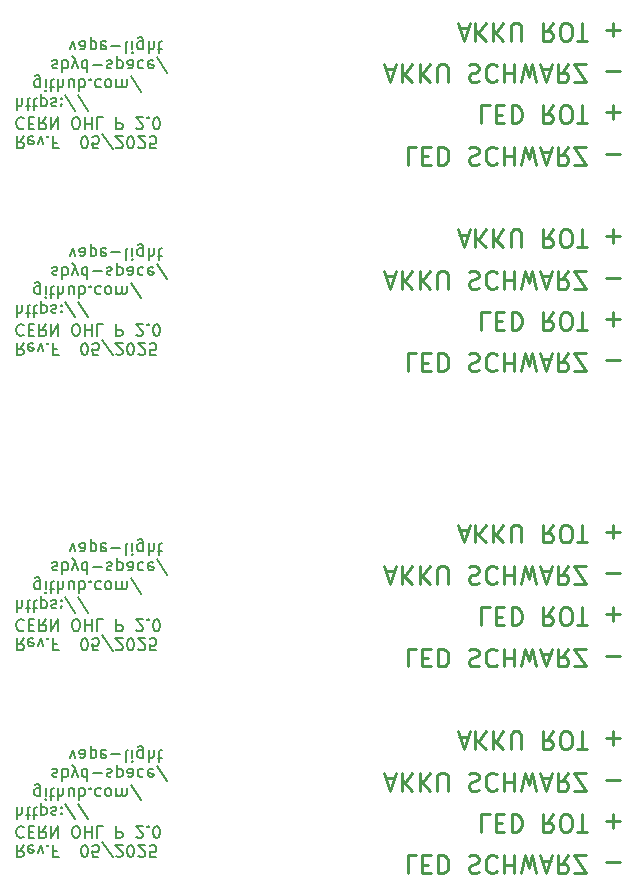
<source format=gbo>
G04 #@! TF.GenerationSoftware,KiCad,Pcbnew,8.0.1*
G04 #@! TF.CreationDate,2025-05-23T10:36:48+02:00*
G04 #@! TF.ProjectId,panel-4,70616e65-6c2d-4342-9e6b-696361645f70,F*
G04 #@! TF.SameCoordinates,Original*
G04 #@! TF.FileFunction,Legend,Bot*
G04 #@! TF.FilePolarity,Positive*
%FSLAX46Y46*%
G04 Gerber Fmt 4.6, Leading zero omitted, Abs format (unit mm)*
G04 Created by KiCad (PCBNEW 8.0.1) date 2025-05-23 10:36:48*
%MOMM*%
%LPD*%
G01*
G04 APERTURE LIST*
%ADD10C,0.200000*%
%ADD11C,0.250000*%
%ADD12C,0.500000*%
%ADD13C,2.000000*%
%ADD14C,1.152000*%
G04 APERTURE END LIST*
D10*
X10316101Y-60682500D02*
X9982768Y-61158691D01*
X9744673Y-60682500D02*
X9744673Y-61682500D01*
X9744673Y-61682500D02*
X10125625Y-61682500D01*
X10125625Y-61682500D02*
X10220863Y-61634881D01*
X10220863Y-61634881D02*
X10268482Y-61587262D01*
X10268482Y-61587262D02*
X10316101Y-61492024D01*
X10316101Y-61492024D02*
X10316101Y-61349167D01*
X10316101Y-61349167D02*
X10268482Y-61253929D01*
X10268482Y-61253929D02*
X10220863Y-61206310D01*
X10220863Y-61206310D02*
X10125625Y-61158691D01*
X10125625Y-61158691D02*
X9744673Y-61158691D01*
X11125625Y-60730120D02*
X11030387Y-60682500D01*
X11030387Y-60682500D02*
X10839911Y-60682500D01*
X10839911Y-60682500D02*
X10744673Y-60730120D01*
X10744673Y-60730120D02*
X10697054Y-60825358D01*
X10697054Y-60825358D02*
X10697054Y-61206310D01*
X10697054Y-61206310D02*
X10744673Y-61301548D01*
X10744673Y-61301548D02*
X10839911Y-61349167D01*
X10839911Y-61349167D02*
X11030387Y-61349167D01*
X11030387Y-61349167D02*
X11125625Y-61301548D01*
X11125625Y-61301548D02*
X11173244Y-61206310D01*
X11173244Y-61206310D02*
X11173244Y-61111072D01*
X11173244Y-61111072D02*
X10697054Y-61015834D01*
X11506578Y-61349167D02*
X11744673Y-60682500D01*
X11744673Y-60682500D02*
X11982768Y-61349167D01*
X12363721Y-60777739D02*
X12411340Y-60730120D01*
X12411340Y-60730120D02*
X12363721Y-60682500D01*
X12363721Y-60682500D02*
X12316102Y-60730120D01*
X12316102Y-60730120D02*
X12363721Y-60777739D01*
X12363721Y-60777739D02*
X12363721Y-60682500D01*
X13173244Y-61206310D02*
X12839911Y-61206310D01*
X12839911Y-60682500D02*
X12839911Y-61682500D01*
X12839911Y-61682500D02*
X13316101Y-61682500D01*
X15411340Y-61682500D02*
X15506578Y-61682500D01*
X15506578Y-61682500D02*
X15601816Y-61634881D01*
X15601816Y-61634881D02*
X15649435Y-61587262D01*
X15649435Y-61587262D02*
X15697054Y-61492024D01*
X15697054Y-61492024D02*
X15744673Y-61301548D01*
X15744673Y-61301548D02*
X15744673Y-61063453D01*
X15744673Y-61063453D02*
X15697054Y-60872977D01*
X15697054Y-60872977D02*
X15649435Y-60777739D01*
X15649435Y-60777739D02*
X15601816Y-60730120D01*
X15601816Y-60730120D02*
X15506578Y-60682500D01*
X15506578Y-60682500D02*
X15411340Y-60682500D01*
X15411340Y-60682500D02*
X15316102Y-60730120D01*
X15316102Y-60730120D02*
X15268483Y-60777739D01*
X15268483Y-60777739D02*
X15220864Y-60872977D01*
X15220864Y-60872977D02*
X15173245Y-61063453D01*
X15173245Y-61063453D02*
X15173245Y-61301548D01*
X15173245Y-61301548D02*
X15220864Y-61492024D01*
X15220864Y-61492024D02*
X15268483Y-61587262D01*
X15268483Y-61587262D02*
X15316102Y-61634881D01*
X15316102Y-61634881D02*
X15411340Y-61682500D01*
X16649435Y-61682500D02*
X16173245Y-61682500D01*
X16173245Y-61682500D02*
X16125626Y-61206310D01*
X16125626Y-61206310D02*
X16173245Y-61253929D01*
X16173245Y-61253929D02*
X16268483Y-61301548D01*
X16268483Y-61301548D02*
X16506578Y-61301548D01*
X16506578Y-61301548D02*
X16601816Y-61253929D01*
X16601816Y-61253929D02*
X16649435Y-61206310D01*
X16649435Y-61206310D02*
X16697054Y-61111072D01*
X16697054Y-61111072D02*
X16697054Y-60872977D01*
X16697054Y-60872977D02*
X16649435Y-60777739D01*
X16649435Y-60777739D02*
X16601816Y-60730120D01*
X16601816Y-60730120D02*
X16506578Y-60682500D01*
X16506578Y-60682500D02*
X16268483Y-60682500D01*
X16268483Y-60682500D02*
X16173245Y-60730120D01*
X16173245Y-60730120D02*
X16125626Y-60777739D01*
X17839911Y-61730120D02*
X16982769Y-60444405D01*
X18125626Y-61587262D02*
X18173245Y-61634881D01*
X18173245Y-61634881D02*
X18268483Y-61682500D01*
X18268483Y-61682500D02*
X18506578Y-61682500D01*
X18506578Y-61682500D02*
X18601816Y-61634881D01*
X18601816Y-61634881D02*
X18649435Y-61587262D01*
X18649435Y-61587262D02*
X18697054Y-61492024D01*
X18697054Y-61492024D02*
X18697054Y-61396786D01*
X18697054Y-61396786D02*
X18649435Y-61253929D01*
X18649435Y-61253929D02*
X18078007Y-60682500D01*
X18078007Y-60682500D02*
X18697054Y-60682500D01*
X19316102Y-61682500D02*
X19411340Y-61682500D01*
X19411340Y-61682500D02*
X19506578Y-61634881D01*
X19506578Y-61634881D02*
X19554197Y-61587262D01*
X19554197Y-61587262D02*
X19601816Y-61492024D01*
X19601816Y-61492024D02*
X19649435Y-61301548D01*
X19649435Y-61301548D02*
X19649435Y-61063453D01*
X19649435Y-61063453D02*
X19601816Y-60872977D01*
X19601816Y-60872977D02*
X19554197Y-60777739D01*
X19554197Y-60777739D02*
X19506578Y-60730120D01*
X19506578Y-60730120D02*
X19411340Y-60682500D01*
X19411340Y-60682500D02*
X19316102Y-60682500D01*
X19316102Y-60682500D02*
X19220864Y-60730120D01*
X19220864Y-60730120D02*
X19173245Y-60777739D01*
X19173245Y-60777739D02*
X19125626Y-60872977D01*
X19125626Y-60872977D02*
X19078007Y-61063453D01*
X19078007Y-61063453D02*
X19078007Y-61301548D01*
X19078007Y-61301548D02*
X19125626Y-61492024D01*
X19125626Y-61492024D02*
X19173245Y-61587262D01*
X19173245Y-61587262D02*
X19220864Y-61634881D01*
X19220864Y-61634881D02*
X19316102Y-61682500D01*
X20030388Y-61587262D02*
X20078007Y-61634881D01*
X20078007Y-61634881D02*
X20173245Y-61682500D01*
X20173245Y-61682500D02*
X20411340Y-61682500D01*
X20411340Y-61682500D02*
X20506578Y-61634881D01*
X20506578Y-61634881D02*
X20554197Y-61587262D01*
X20554197Y-61587262D02*
X20601816Y-61492024D01*
X20601816Y-61492024D02*
X20601816Y-61396786D01*
X20601816Y-61396786D02*
X20554197Y-61253929D01*
X20554197Y-61253929D02*
X19982769Y-60682500D01*
X19982769Y-60682500D02*
X20601816Y-60682500D01*
X21506578Y-61682500D02*
X21030388Y-61682500D01*
X21030388Y-61682500D02*
X20982769Y-61206310D01*
X20982769Y-61206310D02*
X21030388Y-61253929D01*
X21030388Y-61253929D02*
X21125626Y-61301548D01*
X21125626Y-61301548D02*
X21363721Y-61301548D01*
X21363721Y-61301548D02*
X21458959Y-61253929D01*
X21458959Y-61253929D02*
X21506578Y-61206310D01*
X21506578Y-61206310D02*
X21554197Y-61111072D01*
X21554197Y-61111072D02*
X21554197Y-60872977D01*
X21554197Y-60872977D02*
X21506578Y-60777739D01*
X21506578Y-60777739D02*
X21458959Y-60730120D01*
X21458959Y-60730120D02*
X21363721Y-60682500D01*
X21363721Y-60682500D02*
X21125626Y-60682500D01*
X21125626Y-60682500D02*
X21030388Y-60730120D01*
X21030388Y-60730120D02*
X20982769Y-60777739D01*
X10316101Y-59167795D02*
X10268482Y-59120176D01*
X10268482Y-59120176D02*
X10125625Y-59072556D01*
X10125625Y-59072556D02*
X10030387Y-59072556D01*
X10030387Y-59072556D02*
X9887530Y-59120176D01*
X9887530Y-59120176D02*
X9792292Y-59215414D01*
X9792292Y-59215414D02*
X9744673Y-59310652D01*
X9744673Y-59310652D02*
X9697054Y-59501128D01*
X9697054Y-59501128D02*
X9697054Y-59643985D01*
X9697054Y-59643985D02*
X9744673Y-59834461D01*
X9744673Y-59834461D02*
X9792292Y-59929699D01*
X9792292Y-59929699D02*
X9887530Y-60024937D01*
X9887530Y-60024937D02*
X10030387Y-60072556D01*
X10030387Y-60072556D02*
X10125625Y-60072556D01*
X10125625Y-60072556D02*
X10268482Y-60024937D01*
X10268482Y-60024937D02*
X10316101Y-59977318D01*
X10744673Y-59596366D02*
X11078006Y-59596366D01*
X11220863Y-59072556D02*
X10744673Y-59072556D01*
X10744673Y-59072556D02*
X10744673Y-60072556D01*
X10744673Y-60072556D02*
X11220863Y-60072556D01*
X12220863Y-59072556D02*
X11887530Y-59548747D01*
X11649435Y-59072556D02*
X11649435Y-60072556D01*
X11649435Y-60072556D02*
X12030387Y-60072556D01*
X12030387Y-60072556D02*
X12125625Y-60024937D01*
X12125625Y-60024937D02*
X12173244Y-59977318D01*
X12173244Y-59977318D02*
X12220863Y-59882080D01*
X12220863Y-59882080D02*
X12220863Y-59739223D01*
X12220863Y-59739223D02*
X12173244Y-59643985D01*
X12173244Y-59643985D02*
X12125625Y-59596366D01*
X12125625Y-59596366D02*
X12030387Y-59548747D01*
X12030387Y-59548747D02*
X11649435Y-59548747D01*
X12649435Y-59072556D02*
X12649435Y-60072556D01*
X12649435Y-60072556D02*
X13220863Y-59072556D01*
X13220863Y-59072556D02*
X13220863Y-60072556D01*
X14649435Y-60072556D02*
X14839911Y-60072556D01*
X14839911Y-60072556D02*
X14935149Y-60024937D01*
X14935149Y-60024937D02*
X15030387Y-59929699D01*
X15030387Y-59929699D02*
X15078006Y-59739223D01*
X15078006Y-59739223D02*
X15078006Y-59405890D01*
X15078006Y-59405890D02*
X15030387Y-59215414D01*
X15030387Y-59215414D02*
X14935149Y-59120176D01*
X14935149Y-59120176D02*
X14839911Y-59072556D01*
X14839911Y-59072556D02*
X14649435Y-59072556D01*
X14649435Y-59072556D02*
X14554197Y-59120176D01*
X14554197Y-59120176D02*
X14458959Y-59215414D01*
X14458959Y-59215414D02*
X14411340Y-59405890D01*
X14411340Y-59405890D02*
X14411340Y-59739223D01*
X14411340Y-59739223D02*
X14458959Y-59929699D01*
X14458959Y-59929699D02*
X14554197Y-60024937D01*
X14554197Y-60024937D02*
X14649435Y-60072556D01*
X15506578Y-59072556D02*
X15506578Y-60072556D01*
X15506578Y-59596366D02*
X16078006Y-59596366D01*
X16078006Y-59072556D02*
X16078006Y-60072556D01*
X17030387Y-59072556D02*
X16554197Y-59072556D01*
X16554197Y-59072556D02*
X16554197Y-60072556D01*
X18125626Y-59072556D02*
X18125626Y-60072556D01*
X18125626Y-60072556D02*
X18506578Y-60072556D01*
X18506578Y-60072556D02*
X18601816Y-60024937D01*
X18601816Y-60024937D02*
X18649435Y-59977318D01*
X18649435Y-59977318D02*
X18697054Y-59882080D01*
X18697054Y-59882080D02*
X18697054Y-59739223D01*
X18697054Y-59739223D02*
X18649435Y-59643985D01*
X18649435Y-59643985D02*
X18601816Y-59596366D01*
X18601816Y-59596366D02*
X18506578Y-59548747D01*
X18506578Y-59548747D02*
X18125626Y-59548747D01*
X19839912Y-59977318D02*
X19887531Y-60024937D01*
X19887531Y-60024937D02*
X19982769Y-60072556D01*
X19982769Y-60072556D02*
X20220864Y-60072556D01*
X20220864Y-60072556D02*
X20316102Y-60024937D01*
X20316102Y-60024937D02*
X20363721Y-59977318D01*
X20363721Y-59977318D02*
X20411340Y-59882080D01*
X20411340Y-59882080D02*
X20411340Y-59786842D01*
X20411340Y-59786842D02*
X20363721Y-59643985D01*
X20363721Y-59643985D02*
X19792293Y-59072556D01*
X19792293Y-59072556D02*
X20411340Y-59072556D01*
X20839912Y-59167795D02*
X20887531Y-59120176D01*
X20887531Y-59120176D02*
X20839912Y-59072556D01*
X20839912Y-59072556D02*
X20792293Y-59120176D01*
X20792293Y-59120176D02*
X20839912Y-59167795D01*
X20839912Y-59167795D02*
X20839912Y-59072556D01*
X21506578Y-60072556D02*
X21601816Y-60072556D01*
X21601816Y-60072556D02*
X21697054Y-60024937D01*
X21697054Y-60024937D02*
X21744673Y-59977318D01*
X21744673Y-59977318D02*
X21792292Y-59882080D01*
X21792292Y-59882080D02*
X21839911Y-59691604D01*
X21839911Y-59691604D02*
X21839911Y-59453509D01*
X21839911Y-59453509D02*
X21792292Y-59263033D01*
X21792292Y-59263033D02*
X21744673Y-59167795D01*
X21744673Y-59167795D02*
X21697054Y-59120176D01*
X21697054Y-59120176D02*
X21601816Y-59072556D01*
X21601816Y-59072556D02*
X21506578Y-59072556D01*
X21506578Y-59072556D02*
X21411340Y-59120176D01*
X21411340Y-59120176D02*
X21363721Y-59167795D01*
X21363721Y-59167795D02*
X21316102Y-59263033D01*
X21316102Y-59263033D02*
X21268483Y-59453509D01*
X21268483Y-59453509D02*
X21268483Y-59691604D01*
X21268483Y-59691604D02*
X21316102Y-59882080D01*
X21316102Y-59882080D02*
X21363721Y-59977318D01*
X21363721Y-59977318D02*
X21411340Y-60024937D01*
X21411340Y-60024937D02*
X21506578Y-60072556D01*
X9744673Y-57462612D02*
X9744673Y-58462612D01*
X10173244Y-57462612D02*
X10173244Y-57986422D01*
X10173244Y-57986422D02*
X10125625Y-58081660D01*
X10125625Y-58081660D02*
X10030387Y-58129279D01*
X10030387Y-58129279D02*
X9887530Y-58129279D01*
X9887530Y-58129279D02*
X9792292Y-58081660D01*
X9792292Y-58081660D02*
X9744673Y-58034041D01*
X10506578Y-58129279D02*
X10887530Y-58129279D01*
X10649435Y-58462612D02*
X10649435Y-57605470D01*
X10649435Y-57605470D02*
X10697054Y-57510232D01*
X10697054Y-57510232D02*
X10792292Y-57462612D01*
X10792292Y-57462612D02*
X10887530Y-57462612D01*
X11078007Y-58129279D02*
X11458959Y-58129279D01*
X11220864Y-58462612D02*
X11220864Y-57605470D01*
X11220864Y-57605470D02*
X11268483Y-57510232D01*
X11268483Y-57510232D02*
X11363721Y-57462612D01*
X11363721Y-57462612D02*
X11458959Y-57462612D01*
X11792293Y-58129279D02*
X11792293Y-57129279D01*
X11792293Y-58081660D02*
X11887531Y-58129279D01*
X11887531Y-58129279D02*
X12078007Y-58129279D01*
X12078007Y-58129279D02*
X12173245Y-58081660D01*
X12173245Y-58081660D02*
X12220864Y-58034041D01*
X12220864Y-58034041D02*
X12268483Y-57938803D01*
X12268483Y-57938803D02*
X12268483Y-57653089D01*
X12268483Y-57653089D02*
X12220864Y-57557851D01*
X12220864Y-57557851D02*
X12173245Y-57510232D01*
X12173245Y-57510232D02*
X12078007Y-57462612D01*
X12078007Y-57462612D02*
X11887531Y-57462612D01*
X11887531Y-57462612D02*
X11792293Y-57510232D01*
X12649436Y-57510232D02*
X12744674Y-57462612D01*
X12744674Y-57462612D02*
X12935150Y-57462612D01*
X12935150Y-57462612D02*
X13030388Y-57510232D01*
X13030388Y-57510232D02*
X13078007Y-57605470D01*
X13078007Y-57605470D02*
X13078007Y-57653089D01*
X13078007Y-57653089D02*
X13030388Y-57748327D01*
X13030388Y-57748327D02*
X12935150Y-57795946D01*
X12935150Y-57795946D02*
X12792293Y-57795946D01*
X12792293Y-57795946D02*
X12697055Y-57843565D01*
X12697055Y-57843565D02*
X12649436Y-57938803D01*
X12649436Y-57938803D02*
X12649436Y-57986422D01*
X12649436Y-57986422D02*
X12697055Y-58081660D01*
X12697055Y-58081660D02*
X12792293Y-58129279D01*
X12792293Y-58129279D02*
X12935150Y-58129279D01*
X12935150Y-58129279D02*
X13030388Y-58081660D01*
X13506579Y-57557851D02*
X13554198Y-57510232D01*
X13554198Y-57510232D02*
X13506579Y-57462612D01*
X13506579Y-57462612D02*
X13458960Y-57510232D01*
X13458960Y-57510232D02*
X13506579Y-57557851D01*
X13506579Y-57557851D02*
X13506579Y-57462612D01*
X13506579Y-58081660D02*
X13554198Y-58034041D01*
X13554198Y-58034041D02*
X13506579Y-57986422D01*
X13506579Y-57986422D02*
X13458960Y-58034041D01*
X13458960Y-58034041D02*
X13506579Y-58081660D01*
X13506579Y-58081660D02*
X13506579Y-57986422D01*
X14697054Y-58510232D02*
X13839912Y-57224517D01*
X15744673Y-58510232D02*
X14887531Y-57224517D01*
X11697054Y-56519335D02*
X11697054Y-55709811D01*
X11697054Y-55709811D02*
X11649435Y-55614573D01*
X11649435Y-55614573D02*
X11601816Y-55566954D01*
X11601816Y-55566954D02*
X11506578Y-55519335D01*
X11506578Y-55519335D02*
X11363721Y-55519335D01*
X11363721Y-55519335D02*
X11268483Y-55566954D01*
X11697054Y-55900288D02*
X11601816Y-55852668D01*
X11601816Y-55852668D02*
X11411340Y-55852668D01*
X11411340Y-55852668D02*
X11316102Y-55900288D01*
X11316102Y-55900288D02*
X11268483Y-55947907D01*
X11268483Y-55947907D02*
X11220864Y-56043145D01*
X11220864Y-56043145D02*
X11220864Y-56328859D01*
X11220864Y-56328859D02*
X11268483Y-56424097D01*
X11268483Y-56424097D02*
X11316102Y-56471716D01*
X11316102Y-56471716D02*
X11411340Y-56519335D01*
X11411340Y-56519335D02*
X11601816Y-56519335D01*
X11601816Y-56519335D02*
X11697054Y-56471716D01*
X12173245Y-55852668D02*
X12173245Y-56519335D01*
X12173245Y-56852668D02*
X12125626Y-56805049D01*
X12125626Y-56805049D02*
X12173245Y-56757430D01*
X12173245Y-56757430D02*
X12220864Y-56805049D01*
X12220864Y-56805049D02*
X12173245Y-56852668D01*
X12173245Y-56852668D02*
X12173245Y-56757430D01*
X12506578Y-56519335D02*
X12887530Y-56519335D01*
X12649435Y-56852668D02*
X12649435Y-55995526D01*
X12649435Y-55995526D02*
X12697054Y-55900288D01*
X12697054Y-55900288D02*
X12792292Y-55852668D01*
X12792292Y-55852668D02*
X12887530Y-55852668D01*
X13220864Y-55852668D02*
X13220864Y-56852668D01*
X13649435Y-55852668D02*
X13649435Y-56376478D01*
X13649435Y-56376478D02*
X13601816Y-56471716D01*
X13601816Y-56471716D02*
X13506578Y-56519335D01*
X13506578Y-56519335D02*
X13363721Y-56519335D01*
X13363721Y-56519335D02*
X13268483Y-56471716D01*
X13268483Y-56471716D02*
X13220864Y-56424097D01*
X14554197Y-56519335D02*
X14554197Y-55852668D01*
X14125626Y-56519335D02*
X14125626Y-55995526D01*
X14125626Y-55995526D02*
X14173245Y-55900288D01*
X14173245Y-55900288D02*
X14268483Y-55852668D01*
X14268483Y-55852668D02*
X14411340Y-55852668D01*
X14411340Y-55852668D02*
X14506578Y-55900288D01*
X14506578Y-55900288D02*
X14554197Y-55947907D01*
X15030388Y-55852668D02*
X15030388Y-56852668D01*
X15030388Y-56471716D02*
X15125626Y-56519335D01*
X15125626Y-56519335D02*
X15316102Y-56519335D01*
X15316102Y-56519335D02*
X15411340Y-56471716D01*
X15411340Y-56471716D02*
X15458959Y-56424097D01*
X15458959Y-56424097D02*
X15506578Y-56328859D01*
X15506578Y-56328859D02*
X15506578Y-56043145D01*
X15506578Y-56043145D02*
X15458959Y-55947907D01*
X15458959Y-55947907D02*
X15411340Y-55900288D01*
X15411340Y-55900288D02*
X15316102Y-55852668D01*
X15316102Y-55852668D02*
X15125626Y-55852668D01*
X15125626Y-55852668D02*
X15030388Y-55900288D01*
X15935150Y-55947907D02*
X15982769Y-55900288D01*
X15982769Y-55900288D02*
X15935150Y-55852668D01*
X15935150Y-55852668D02*
X15887531Y-55900288D01*
X15887531Y-55900288D02*
X15935150Y-55947907D01*
X15935150Y-55947907D02*
X15935150Y-55852668D01*
X16839911Y-55900288D02*
X16744673Y-55852668D01*
X16744673Y-55852668D02*
X16554197Y-55852668D01*
X16554197Y-55852668D02*
X16458959Y-55900288D01*
X16458959Y-55900288D02*
X16411340Y-55947907D01*
X16411340Y-55947907D02*
X16363721Y-56043145D01*
X16363721Y-56043145D02*
X16363721Y-56328859D01*
X16363721Y-56328859D02*
X16411340Y-56424097D01*
X16411340Y-56424097D02*
X16458959Y-56471716D01*
X16458959Y-56471716D02*
X16554197Y-56519335D01*
X16554197Y-56519335D02*
X16744673Y-56519335D01*
X16744673Y-56519335D02*
X16839911Y-56471716D01*
X17411340Y-55852668D02*
X17316102Y-55900288D01*
X17316102Y-55900288D02*
X17268483Y-55947907D01*
X17268483Y-55947907D02*
X17220864Y-56043145D01*
X17220864Y-56043145D02*
X17220864Y-56328859D01*
X17220864Y-56328859D02*
X17268483Y-56424097D01*
X17268483Y-56424097D02*
X17316102Y-56471716D01*
X17316102Y-56471716D02*
X17411340Y-56519335D01*
X17411340Y-56519335D02*
X17554197Y-56519335D01*
X17554197Y-56519335D02*
X17649435Y-56471716D01*
X17649435Y-56471716D02*
X17697054Y-56424097D01*
X17697054Y-56424097D02*
X17744673Y-56328859D01*
X17744673Y-56328859D02*
X17744673Y-56043145D01*
X17744673Y-56043145D02*
X17697054Y-55947907D01*
X17697054Y-55947907D02*
X17649435Y-55900288D01*
X17649435Y-55900288D02*
X17554197Y-55852668D01*
X17554197Y-55852668D02*
X17411340Y-55852668D01*
X18173245Y-55852668D02*
X18173245Y-56519335D01*
X18173245Y-56424097D02*
X18220864Y-56471716D01*
X18220864Y-56471716D02*
X18316102Y-56519335D01*
X18316102Y-56519335D02*
X18458959Y-56519335D01*
X18458959Y-56519335D02*
X18554197Y-56471716D01*
X18554197Y-56471716D02*
X18601816Y-56376478D01*
X18601816Y-56376478D02*
X18601816Y-55852668D01*
X18601816Y-56376478D02*
X18649435Y-56471716D01*
X18649435Y-56471716D02*
X18744673Y-56519335D01*
X18744673Y-56519335D02*
X18887530Y-56519335D01*
X18887530Y-56519335D02*
X18982769Y-56471716D01*
X18982769Y-56471716D02*
X19030388Y-56376478D01*
X19030388Y-56376478D02*
X19030388Y-55852668D01*
X20220863Y-56900288D02*
X19363721Y-55614573D01*
X12744674Y-54290344D02*
X12839912Y-54242724D01*
X12839912Y-54242724D02*
X13030388Y-54242724D01*
X13030388Y-54242724D02*
X13125626Y-54290344D01*
X13125626Y-54290344D02*
X13173245Y-54385582D01*
X13173245Y-54385582D02*
X13173245Y-54433201D01*
X13173245Y-54433201D02*
X13125626Y-54528439D01*
X13125626Y-54528439D02*
X13030388Y-54576058D01*
X13030388Y-54576058D02*
X12887531Y-54576058D01*
X12887531Y-54576058D02*
X12792293Y-54623677D01*
X12792293Y-54623677D02*
X12744674Y-54718915D01*
X12744674Y-54718915D02*
X12744674Y-54766534D01*
X12744674Y-54766534D02*
X12792293Y-54861772D01*
X12792293Y-54861772D02*
X12887531Y-54909391D01*
X12887531Y-54909391D02*
X13030388Y-54909391D01*
X13030388Y-54909391D02*
X13125626Y-54861772D01*
X13601817Y-54242724D02*
X13601817Y-55242724D01*
X13601817Y-54861772D02*
X13697055Y-54909391D01*
X13697055Y-54909391D02*
X13887531Y-54909391D01*
X13887531Y-54909391D02*
X13982769Y-54861772D01*
X13982769Y-54861772D02*
X14030388Y-54814153D01*
X14030388Y-54814153D02*
X14078007Y-54718915D01*
X14078007Y-54718915D02*
X14078007Y-54433201D01*
X14078007Y-54433201D02*
X14030388Y-54337963D01*
X14030388Y-54337963D02*
X13982769Y-54290344D01*
X13982769Y-54290344D02*
X13887531Y-54242724D01*
X13887531Y-54242724D02*
X13697055Y-54242724D01*
X13697055Y-54242724D02*
X13601817Y-54290344D01*
X14411341Y-54909391D02*
X14649436Y-54242724D01*
X14887531Y-54909391D02*
X14649436Y-54242724D01*
X14649436Y-54242724D02*
X14554198Y-54004629D01*
X14554198Y-54004629D02*
X14506579Y-53957010D01*
X14506579Y-53957010D02*
X14411341Y-53909391D01*
X15697055Y-54242724D02*
X15697055Y-55242724D01*
X15697055Y-54290344D02*
X15601817Y-54242724D01*
X15601817Y-54242724D02*
X15411341Y-54242724D01*
X15411341Y-54242724D02*
X15316103Y-54290344D01*
X15316103Y-54290344D02*
X15268484Y-54337963D01*
X15268484Y-54337963D02*
X15220865Y-54433201D01*
X15220865Y-54433201D02*
X15220865Y-54718915D01*
X15220865Y-54718915D02*
X15268484Y-54814153D01*
X15268484Y-54814153D02*
X15316103Y-54861772D01*
X15316103Y-54861772D02*
X15411341Y-54909391D01*
X15411341Y-54909391D02*
X15601817Y-54909391D01*
X15601817Y-54909391D02*
X15697055Y-54861772D01*
X16173246Y-54623677D02*
X16935151Y-54623677D01*
X17363722Y-54290344D02*
X17458960Y-54242724D01*
X17458960Y-54242724D02*
X17649436Y-54242724D01*
X17649436Y-54242724D02*
X17744674Y-54290344D01*
X17744674Y-54290344D02*
X17792293Y-54385582D01*
X17792293Y-54385582D02*
X17792293Y-54433201D01*
X17792293Y-54433201D02*
X17744674Y-54528439D01*
X17744674Y-54528439D02*
X17649436Y-54576058D01*
X17649436Y-54576058D02*
X17506579Y-54576058D01*
X17506579Y-54576058D02*
X17411341Y-54623677D01*
X17411341Y-54623677D02*
X17363722Y-54718915D01*
X17363722Y-54718915D02*
X17363722Y-54766534D01*
X17363722Y-54766534D02*
X17411341Y-54861772D01*
X17411341Y-54861772D02*
X17506579Y-54909391D01*
X17506579Y-54909391D02*
X17649436Y-54909391D01*
X17649436Y-54909391D02*
X17744674Y-54861772D01*
X18220865Y-54909391D02*
X18220865Y-53909391D01*
X18220865Y-54861772D02*
X18316103Y-54909391D01*
X18316103Y-54909391D02*
X18506579Y-54909391D01*
X18506579Y-54909391D02*
X18601817Y-54861772D01*
X18601817Y-54861772D02*
X18649436Y-54814153D01*
X18649436Y-54814153D02*
X18697055Y-54718915D01*
X18697055Y-54718915D02*
X18697055Y-54433201D01*
X18697055Y-54433201D02*
X18649436Y-54337963D01*
X18649436Y-54337963D02*
X18601817Y-54290344D01*
X18601817Y-54290344D02*
X18506579Y-54242724D01*
X18506579Y-54242724D02*
X18316103Y-54242724D01*
X18316103Y-54242724D02*
X18220865Y-54290344D01*
X19554198Y-54242724D02*
X19554198Y-54766534D01*
X19554198Y-54766534D02*
X19506579Y-54861772D01*
X19506579Y-54861772D02*
X19411341Y-54909391D01*
X19411341Y-54909391D02*
X19220865Y-54909391D01*
X19220865Y-54909391D02*
X19125627Y-54861772D01*
X19554198Y-54290344D02*
X19458960Y-54242724D01*
X19458960Y-54242724D02*
X19220865Y-54242724D01*
X19220865Y-54242724D02*
X19125627Y-54290344D01*
X19125627Y-54290344D02*
X19078008Y-54385582D01*
X19078008Y-54385582D02*
X19078008Y-54480820D01*
X19078008Y-54480820D02*
X19125627Y-54576058D01*
X19125627Y-54576058D02*
X19220865Y-54623677D01*
X19220865Y-54623677D02*
X19458960Y-54623677D01*
X19458960Y-54623677D02*
X19554198Y-54671296D01*
X20458960Y-54290344D02*
X20363722Y-54242724D01*
X20363722Y-54242724D02*
X20173246Y-54242724D01*
X20173246Y-54242724D02*
X20078008Y-54290344D01*
X20078008Y-54290344D02*
X20030389Y-54337963D01*
X20030389Y-54337963D02*
X19982770Y-54433201D01*
X19982770Y-54433201D02*
X19982770Y-54718915D01*
X19982770Y-54718915D02*
X20030389Y-54814153D01*
X20030389Y-54814153D02*
X20078008Y-54861772D01*
X20078008Y-54861772D02*
X20173246Y-54909391D01*
X20173246Y-54909391D02*
X20363722Y-54909391D01*
X20363722Y-54909391D02*
X20458960Y-54861772D01*
X21268484Y-54290344D02*
X21173246Y-54242724D01*
X21173246Y-54242724D02*
X20982770Y-54242724D01*
X20982770Y-54242724D02*
X20887532Y-54290344D01*
X20887532Y-54290344D02*
X20839913Y-54385582D01*
X20839913Y-54385582D02*
X20839913Y-54766534D01*
X20839913Y-54766534D02*
X20887532Y-54861772D01*
X20887532Y-54861772D02*
X20982770Y-54909391D01*
X20982770Y-54909391D02*
X21173246Y-54909391D01*
X21173246Y-54909391D02*
X21268484Y-54861772D01*
X21268484Y-54861772D02*
X21316103Y-54766534D01*
X21316103Y-54766534D02*
X21316103Y-54671296D01*
X21316103Y-54671296D02*
X20839913Y-54576058D01*
X22458960Y-55290344D02*
X21601818Y-54004629D01*
X14220865Y-53299447D02*
X14458960Y-52632780D01*
X14458960Y-52632780D02*
X14697055Y-53299447D01*
X15506579Y-52632780D02*
X15506579Y-53156590D01*
X15506579Y-53156590D02*
X15458960Y-53251828D01*
X15458960Y-53251828D02*
X15363722Y-53299447D01*
X15363722Y-53299447D02*
X15173246Y-53299447D01*
X15173246Y-53299447D02*
X15078008Y-53251828D01*
X15506579Y-52680400D02*
X15411341Y-52632780D01*
X15411341Y-52632780D02*
X15173246Y-52632780D01*
X15173246Y-52632780D02*
X15078008Y-52680400D01*
X15078008Y-52680400D02*
X15030389Y-52775638D01*
X15030389Y-52775638D02*
X15030389Y-52870876D01*
X15030389Y-52870876D02*
X15078008Y-52966114D01*
X15078008Y-52966114D02*
X15173246Y-53013733D01*
X15173246Y-53013733D02*
X15411341Y-53013733D01*
X15411341Y-53013733D02*
X15506579Y-53061352D01*
X15982770Y-53299447D02*
X15982770Y-52299447D01*
X15982770Y-53251828D02*
X16078008Y-53299447D01*
X16078008Y-53299447D02*
X16268484Y-53299447D01*
X16268484Y-53299447D02*
X16363722Y-53251828D01*
X16363722Y-53251828D02*
X16411341Y-53204209D01*
X16411341Y-53204209D02*
X16458960Y-53108971D01*
X16458960Y-53108971D02*
X16458960Y-52823257D01*
X16458960Y-52823257D02*
X16411341Y-52728019D01*
X16411341Y-52728019D02*
X16363722Y-52680400D01*
X16363722Y-52680400D02*
X16268484Y-52632780D01*
X16268484Y-52632780D02*
X16078008Y-52632780D01*
X16078008Y-52632780D02*
X15982770Y-52680400D01*
X17268484Y-52680400D02*
X17173246Y-52632780D01*
X17173246Y-52632780D02*
X16982770Y-52632780D01*
X16982770Y-52632780D02*
X16887532Y-52680400D01*
X16887532Y-52680400D02*
X16839913Y-52775638D01*
X16839913Y-52775638D02*
X16839913Y-53156590D01*
X16839913Y-53156590D02*
X16887532Y-53251828D01*
X16887532Y-53251828D02*
X16982770Y-53299447D01*
X16982770Y-53299447D02*
X17173246Y-53299447D01*
X17173246Y-53299447D02*
X17268484Y-53251828D01*
X17268484Y-53251828D02*
X17316103Y-53156590D01*
X17316103Y-53156590D02*
X17316103Y-53061352D01*
X17316103Y-53061352D02*
X16839913Y-52966114D01*
X17744675Y-53013733D02*
X18506580Y-53013733D01*
X19125627Y-52632780D02*
X19030389Y-52680400D01*
X19030389Y-52680400D02*
X18982770Y-52775638D01*
X18982770Y-52775638D02*
X18982770Y-53632780D01*
X19506580Y-52632780D02*
X19506580Y-53299447D01*
X19506580Y-53632780D02*
X19458961Y-53585161D01*
X19458961Y-53585161D02*
X19506580Y-53537542D01*
X19506580Y-53537542D02*
X19554199Y-53585161D01*
X19554199Y-53585161D02*
X19506580Y-53632780D01*
X19506580Y-53632780D02*
X19506580Y-53537542D01*
X20411341Y-53299447D02*
X20411341Y-52489923D01*
X20411341Y-52489923D02*
X20363722Y-52394685D01*
X20363722Y-52394685D02*
X20316103Y-52347066D01*
X20316103Y-52347066D02*
X20220865Y-52299447D01*
X20220865Y-52299447D02*
X20078008Y-52299447D01*
X20078008Y-52299447D02*
X19982770Y-52347066D01*
X20411341Y-52680400D02*
X20316103Y-52632780D01*
X20316103Y-52632780D02*
X20125627Y-52632780D01*
X20125627Y-52632780D02*
X20030389Y-52680400D01*
X20030389Y-52680400D02*
X19982770Y-52728019D01*
X19982770Y-52728019D02*
X19935151Y-52823257D01*
X19935151Y-52823257D02*
X19935151Y-53108971D01*
X19935151Y-53108971D02*
X19982770Y-53204209D01*
X19982770Y-53204209D02*
X20030389Y-53251828D01*
X20030389Y-53251828D02*
X20125627Y-53299447D01*
X20125627Y-53299447D02*
X20316103Y-53299447D01*
X20316103Y-53299447D02*
X20411341Y-53251828D01*
X20887532Y-52632780D02*
X20887532Y-53632780D01*
X21316103Y-52632780D02*
X21316103Y-53156590D01*
X21316103Y-53156590D02*
X21268484Y-53251828D01*
X21268484Y-53251828D02*
X21173246Y-53299447D01*
X21173246Y-53299447D02*
X21030389Y-53299447D01*
X21030389Y-53299447D02*
X20935151Y-53251828D01*
X20935151Y-53251828D02*
X20887532Y-53204209D01*
X21649437Y-53299447D02*
X22030389Y-53299447D01*
X21792294Y-53632780D02*
X21792294Y-52775638D01*
X21792294Y-52775638D02*
X21839913Y-52680400D01*
X21839913Y-52680400D02*
X21935151Y-52632780D01*
X21935151Y-52632780D02*
X22030389Y-52632780D01*
X10316101Y-18182500D02*
X9982768Y-18658691D01*
X9744673Y-18182500D02*
X9744673Y-19182500D01*
X9744673Y-19182500D02*
X10125625Y-19182500D01*
X10125625Y-19182500D02*
X10220863Y-19134881D01*
X10220863Y-19134881D02*
X10268482Y-19087262D01*
X10268482Y-19087262D02*
X10316101Y-18992024D01*
X10316101Y-18992024D02*
X10316101Y-18849167D01*
X10316101Y-18849167D02*
X10268482Y-18753929D01*
X10268482Y-18753929D02*
X10220863Y-18706310D01*
X10220863Y-18706310D02*
X10125625Y-18658691D01*
X10125625Y-18658691D02*
X9744673Y-18658691D01*
X11125625Y-18230120D02*
X11030387Y-18182500D01*
X11030387Y-18182500D02*
X10839911Y-18182500D01*
X10839911Y-18182500D02*
X10744673Y-18230120D01*
X10744673Y-18230120D02*
X10697054Y-18325358D01*
X10697054Y-18325358D02*
X10697054Y-18706310D01*
X10697054Y-18706310D02*
X10744673Y-18801548D01*
X10744673Y-18801548D02*
X10839911Y-18849167D01*
X10839911Y-18849167D02*
X11030387Y-18849167D01*
X11030387Y-18849167D02*
X11125625Y-18801548D01*
X11125625Y-18801548D02*
X11173244Y-18706310D01*
X11173244Y-18706310D02*
X11173244Y-18611072D01*
X11173244Y-18611072D02*
X10697054Y-18515834D01*
X11506578Y-18849167D02*
X11744673Y-18182500D01*
X11744673Y-18182500D02*
X11982768Y-18849167D01*
X12363721Y-18277739D02*
X12411340Y-18230120D01*
X12411340Y-18230120D02*
X12363721Y-18182500D01*
X12363721Y-18182500D02*
X12316102Y-18230120D01*
X12316102Y-18230120D02*
X12363721Y-18277739D01*
X12363721Y-18277739D02*
X12363721Y-18182500D01*
X13173244Y-18706310D02*
X12839911Y-18706310D01*
X12839911Y-18182500D02*
X12839911Y-19182500D01*
X12839911Y-19182500D02*
X13316101Y-19182500D01*
X15411340Y-19182500D02*
X15506578Y-19182500D01*
X15506578Y-19182500D02*
X15601816Y-19134881D01*
X15601816Y-19134881D02*
X15649435Y-19087262D01*
X15649435Y-19087262D02*
X15697054Y-18992024D01*
X15697054Y-18992024D02*
X15744673Y-18801548D01*
X15744673Y-18801548D02*
X15744673Y-18563453D01*
X15744673Y-18563453D02*
X15697054Y-18372977D01*
X15697054Y-18372977D02*
X15649435Y-18277739D01*
X15649435Y-18277739D02*
X15601816Y-18230120D01*
X15601816Y-18230120D02*
X15506578Y-18182500D01*
X15506578Y-18182500D02*
X15411340Y-18182500D01*
X15411340Y-18182500D02*
X15316102Y-18230120D01*
X15316102Y-18230120D02*
X15268483Y-18277739D01*
X15268483Y-18277739D02*
X15220864Y-18372977D01*
X15220864Y-18372977D02*
X15173245Y-18563453D01*
X15173245Y-18563453D02*
X15173245Y-18801548D01*
X15173245Y-18801548D02*
X15220864Y-18992024D01*
X15220864Y-18992024D02*
X15268483Y-19087262D01*
X15268483Y-19087262D02*
X15316102Y-19134881D01*
X15316102Y-19134881D02*
X15411340Y-19182500D01*
X16649435Y-19182500D02*
X16173245Y-19182500D01*
X16173245Y-19182500D02*
X16125626Y-18706310D01*
X16125626Y-18706310D02*
X16173245Y-18753929D01*
X16173245Y-18753929D02*
X16268483Y-18801548D01*
X16268483Y-18801548D02*
X16506578Y-18801548D01*
X16506578Y-18801548D02*
X16601816Y-18753929D01*
X16601816Y-18753929D02*
X16649435Y-18706310D01*
X16649435Y-18706310D02*
X16697054Y-18611072D01*
X16697054Y-18611072D02*
X16697054Y-18372977D01*
X16697054Y-18372977D02*
X16649435Y-18277739D01*
X16649435Y-18277739D02*
X16601816Y-18230120D01*
X16601816Y-18230120D02*
X16506578Y-18182500D01*
X16506578Y-18182500D02*
X16268483Y-18182500D01*
X16268483Y-18182500D02*
X16173245Y-18230120D01*
X16173245Y-18230120D02*
X16125626Y-18277739D01*
X17839911Y-19230120D02*
X16982769Y-17944405D01*
X18125626Y-19087262D02*
X18173245Y-19134881D01*
X18173245Y-19134881D02*
X18268483Y-19182500D01*
X18268483Y-19182500D02*
X18506578Y-19182500D01*
X18506578Y-19182500D02*
X18601816Y-19134881D01*
X18601816Y-19134881D02*
X18649435Y-19087262D01*
X18649435Y-19087262D02*
X18697054Y-18992024D01*
X18697054Y-18992024D02*
X18697054Y-18896786D01*
X18697054Y-18896786D02*
X18649435Y-18753929D01*
X18649435Y-18753929D02*
X18078007Y-18182500D01*
X18078007Y-18182500D02*
X18697054Y-18182500D01*
X19316102Y-19182500D02*
X19411340Y-19182500D01*
X19411340Y-19182500D02*
X19506578Y-19134881D01*
X19506578Y-19134881D02*
X19554197Y-19087262D01*
X19554197Y-19087262D02*
X19601816Y-18992024D01*
X19601816Y-18992024D02*
X19649435Y-18801548D01*
X19649435Y-18801548D02*
X19649435Y-18563453D01*
X19649435Y-18563453D02*
X19601816Y-18372977D01*
X19601816Y-18372977D02*
X19554197Y-18277739D01*
X19554197Y-18277739D02*
X19506578Y-18230120D01*
X19506578Y-18230120D02*
X19411340Y-18182500D01*
X19411340Y-18182500D02*
X19316102Y-18182500D01*
X19316102Y-18182500D02*
X19220864Y-18230120D01*
X19220864Y-18230120D02*
X19173245Y-18277739D01*
X19173245Y-18277739D02*
X19125626Y-18372977D01*
X19125626Y-18372977D02*
X19078007Y-18563453D01*
X19078007Y-18563453D02*
X19078007Y-18801548D01*
X19078007Y-18801548D02*
X19125626Y-18992024D01*
X19125626Y-18992024D02*
X19173245Y-19087262D01*
X19173245Y-19087262D02*
X19220864Y-19134881D01*
X19220864Y-19134881D02*
X19316102Y-19182500D01*
X20030388Y-19087262D02*
X20078007Y-19134881D01*
X20078007Y-19134881D02*
X20173245Y-19182500D01*
X20173245Y-19182500D02*
X20411340Y-19182500D01*
X20411340Y-19182500D02*
X20506578Y-19134881D01*
X20506578Y-19134881D02*
X20554197Y-19087262D01*
X20554197Y-19087262D02*
X20601816Y-18992024D01*
X20601816Y-18992024D02*
X20601816Y-18896786D01*
X20601816Y-18896786D02*
X20554197Y-18753929D01*
X20554197Y-18753929D02*
X19982769Y-18182500D01*
X19982769Y-18182500D02*
X20601816Y-18182500D01*
X21506578Y-19182500D02*
X21030388Y-19182500D01*
X21030388Y-19182500D02*
X20982769Y-18706310D01*
X20982769Y-18706310D02*
X21030388Y-18753929D01*
X21030388Y-18753929D02*
X21125626Y-18801548D01*
X21125626Y-18801548D02*
X21363721Y-18801548D01*
X21363721Y-18801548D02*
X21458959Y-18753929D01*
X21458959Y-18753929D02*
X21506578Y-18706310D01*
X21506578Y-18706310D02*
X21554197Y-18611072D01*
X21554197Y-18611072D02*
X21554197Y-18372977D01*
X21554197Y-18372977D02*
X21506578Y-18277739D01*
X21506578Y-18277739D02*
X21458959Y-18230120D01*
X21458959Y-18230120D02*
X21363721Y-18182500D01*
X21363721Y-18182500D02*
X21125626Y-18182500D01*
X21125626Y-18182500D02*
X21030388Y-18230120D01*
X21030388Y-18230120D02*
X20982769Y-18277739D01*
X10316101Y-16667795D02*
X10268482Y-16620176D01*
X10268482Y-16620176D02*
X10125625Y-16572556D01*
X10125625Y-16572556D02*
X10030387Y-16572556D01*
X10030387Y-16572556D02*
X9887530Y-16620176D01*
X9887530Y-16620176D02*
X9792292Y-16715414D01*
X9792292Y-16715414D02*
X9744673Y-16810652D01*
X9744673Y-16810652D02*
X9697054Y-17001128D01*
X9697054Y-17001128D02*
X9697054Y-17143985D01*
X9697054Y-17143985D02*
X9744673Y-17334461D01*
X9744673Y-17334461D02*
X9792292Y-17429699D01*
X9792292Y-17429699D02*
X9887530Y-17524937D01*
X9887530Y-17524937D02*
X10030387Y-17572556D01*
X10030387Y-17572556D02*
X10125625Y-17572556D01*
X10125625Y-17572556D02*
X10268482Y-17524937D01*
X10268482Y-17524937D02*
X10316101Y-17477318D01*
X10744673Y-17096366D02*
X11078006Y-17096366D01*
X11220863Y-16572556D02*
X10744673Y-16572556D01*
X10744673Y-16572556D02*
X10744673Y-17572556D01*
X10744673Y-17572556D02*
X11220863Y-17572556D01*
X12220863Y-16572556D02*
X11887530Y-17048747D01*
X11649435Y-16572556D02*
X11649435Y-17572556D01*
X11649435Y-17572556D02*
X12030387Y-17572556D01*
X12030387Y-17572556D02*
X12125625Y-17524937D01*
X12125625Y-17524937D02*
X12173244Y-17477318D01*
X12173244Y-17477318D02*
X12220863Y-17382080D01*
X12220863Y-17382080D02*
X12220863Y-17239223D01*
X12220863Y-17239223D02*
X12173244Y-17143985D01*
X12173244Y-17143985D02*
X12125625Y-17096366D01*
X12125625Y-17096366D02*
X12030387Y-17048747D01*
X12030387Y-17048747D02*
X11649435Y-17048747D01*
X12649435Y-16572556D02*
X12649435Y-17572556D01*
X12649435Y-17572556D02*
X13220863Y-16572556D01*
X13220863Y-16572556D02*
X13220863Y-17572556D01*
X14649435Y-17572556D02*
X14839911Y-17572556D01*
X14839911Y-17572556D02*
X14935149Y-17524937D01*
X14935149Y-17524937D02*
X15030387Y-17429699D01*
X15030387Y-17429699D02*
X15078006Y-17239223D01*
X15078006Y-17239223D02*
X15078006Y-16905890D01*
X15078006Y-16905890D02*
X15030387Y-16715414D01*
X15030387Y-16715414D02*
X14935149Y-16620176D01*
X14935149Y-16620176D02*
X14839911Y-16572556D01*
X14839911Y-16572556D02*
X14649435Y-16572556D01*
X14649435Y-16572556D02*
X14554197Y-16620176D01*
X14554197Y-16620176D02*
X14458959Y-16715414D01*
X14458959Y-16715414D02*
X14411340Y-16905890D01*
X14411340Y-16905890D02*
X14411340Y-17239223D01*
X14411340Y-17239223D02*
X14458959Y-17429699D01*
X14458959Y-17429699D02*
X14554197Y-17524937D01*
X14554197Y-17524937D02*
X14649435Y-17572556D01*
X15506578Y-16572556D02*
X15506578Y-17572556D01*
X15506578Y-17096366D02*
X16078006Y-17096366D01*
X16078006Y-16572556D02*
X16078006Y-17572556D01*
X17030387Y-16572556D02*
X16554197Y-16572556D01*
X16554197Y-16572556D02*
X16554197Y-17572556D01*
X18125626Y-16572556D02*
X18125626Y-17572556D01*
X18125626Y-17572556D02*
X18506578Y-17572556D01*
X18506578Y-17572556D02*
X18601816Y-17524937D01*
X18601816Y-17524937D02*
X18649435Y-17477318D01*
X18649435Y-17477318D02*
X18697054Y-17382080D01*
X18697054Y-17382080D02*
X18697054Y-17239223D01*
X18697054Y-17239223D02*
X18649435Y-17143985D01*
X18649435Y-17143985D02*
X18601816Y-17096366D01*
X18601816Y-17096366D02*
X18506578Y-17048747D01*
X18506578Y-17048747D02*
X18125626Y-17048747D01*
X19839912Y-17477318D02*
X19887531Y-17524937D01*
X19887531Y-17524937D02*
X19982769Y-17572556D01*
X19982769Y-17572556D02*
X20220864Y-17572556D01*
X20220864Y-17572556D02*
X20316102Y-17524937D01*
X20316102Y-17524937D02*
X20363721Y-17477318D01*
X20363721Y-17477318D02*
X20411340Y-17382080D01*
X20411340Y-17382080D02*
X20411340Y-17286842D01*
X20411340Y-17286842D02*
X20363721Y-17143985D01*
X20363721Y-17143985D02*
X19792293Y-16572556D01*
X19792293Y-16572556D02*
X20411340Y-16572556D01*
X20839912Y-16667795D02*
X20887531Y-16620176D01*
X20887531Y-16620176D02*
X20839912Y-16572556D01*
X20839912Y-16572556D02*
X20792293Y-16620176D01*
X20792293Y-16620176D02*
X20839912Y-16667795D01*
X20839912Y-16667795D02*
X20839912Y-16572556D01*
X21506578Y-17572556D02*
X21601816Y-17572556D01*
X21601816Y-17572556D02*
X21697054Y-17524937D01*
X21697054Y-17524937D02*
X21744673Y-17477318D01*
X21744673Y-17477318D02*
X21792292Y-17382080D01*
X21792292Y-17382080D02*
X21839911Y-17191604D01*
X21839911Y-17191604D02*
X21839911Y-16953509D01*
X21839911Y-16953509D02*
X21792292Y-16763033D01*
X21792292Y-16763033D02*
X21744673Y-16667795D01*
X21744673Y-16667795D02*
X21697054Y-16620176D01*
X21697054Y-16620176D02*
X21601816Y-16572556D01*
X21601816Y-16572556D02*
X21506578Y-16572556D01*
X21506578Y-16572556D02*
X21411340Y-16620176D01*
X21411340Y-16620176D02*
X21363721Y-16667795D01*
X21363721Y-16667795D02*
X21316102Y-16763033D01*
X21316102Y-16763033D02*
X21268483Y-16953509D01*
X21268483Y-16953509D02*
X21268483Y-17191604D01*
X21268483Y-17191604D02*
X21316102Y-17382080D01*
X21316102Y-17382080D02*
X21363721Y-17477318D01*
X21363721Y-17477318D02*
X21411340Y-17524937D01*
X21411340Y-17524937D02*
X21506578Y-17572556D01*
X9744673Y-14962612D02*
X9744673Y-15962612D01*
X10173244Y-14962612D02*
X10173244Y-15486422D01*
X10173244Y-15486422D02*
X10125625Y-15581660D01*
X10125625Y-15581660D02*
X10030387Y-15629279D01*
X10030387Y-15629279D02*
X9887530Y-15629279D01*
X9887530Y-15629279D02*
X9792292Y-15581660D01*
X9792292Y-15581660D02*
X9744673Y-15534041D01*
X10506578Y-15629279D02*
X10887530Y-15629279D01*
X10649435Y-15962612D02*
X10649435Y-15105470D01*
X10649435Y-15105470D02*
X10697054Y-15010232D01*
X10697054Y-15010232D02*
X10792292Y-14962612D01*
X10792292Y-14962612D02*
X10887530Y-14962612D01*
X11078007Y-15629279D02*
X11458959Y-15629279D01*
X11220864Y-15962612D02*
X11220864Y-15105470D01*
X11220864Y-15105470D02*
X11268483Y-15010232D01*
X11268483Y-15010232D02*
X11363721Y-14962612D01*
X11363721Y-14962612D02*
X11458959Y-14962612D01*
X11792293Y-15629279D02*
X11792293Y-14629279D01*
X11792293Y-15581660D02*
X11887531Y-15629279D01*
X11887531Y-15629279D02*
X12078007Y-15629279D01*
X12078007Y-15629279D02*
X12173245Y-15581660D01*
X12173245Y-15581660D02*
X12220864Y-15534041D01*
X12220864Y-15534041D02*
X12268483Y-15438803D01*
X12268483Y-15438803D02*
X12268483Y-15153089D01*
X12268483Y-15153089D02*
X12220864Y-15057851D01*
X12220864Y-15057851D02*
X12173245Y-15010232D01*
X12173245Y-15010232D02*
X12078007Y-14962612D01*
X12078007Y-14962612D02*
X11887531Y-14962612D01*
X11887531Y-14962612D02*
X11792293Y-15010232D01*
X12649436Y-15010232D02*
X12744674Y-14962612D01*
X12744674Y-14962612D02*
X12935150Y-14962612D01*
X12935150Y-14962612D02*
X13030388Y-15010232D01*
X13030388Y-15010232D02*
X13078007Y-15105470D01*
X13078007Y-15105470D02*
X13078007Y-15153089D01*
X13078007Y-15153089D02*
X13030388Y-15248327D01*
X13030388Y-15248327D02*
X12935150Y-15295946D01*
X12935150Y-15295946D02*
X12792293Y-15295946D01*
X12792293Y-15295946D02*
X12697055Y-15343565D01*
X12697055Y-15343565D02*
X12649436Y-15438803D01*
X12649436Y-15438803D02*
X12649436Y-15486422D01*
X12649436Y-15486422D02*
X12697055Y-15581660D01*
X12697055Y-15581660D02*
X12792293Y-15629279D01*
X12792293Y-15629279D02*
X12935150Y-15629279D01*
X12935150Y-15629279D02*
X13030388Y-15581660D01*
X13506579Y-15057851D02*
X13554198Y-15010232D01*
X13554198Y-15010232D02*
X13506579Y-14962612D01*
X13506579Y-14962612D02*
X13458960Y-15010232D01*
X13458960Y-15010232D02*
X13506579Y-15057851D01*
X13506579Y-15057851D02*
X13506579Y-14962612D01*
X13506579Y-15581660D02*
X13554198Y-15534041D01*
X13554198Y-15534041D02*
X13506579Y-15486422D01*
X13506579Y-15486422D02*
X13458960Y-15534041D01*
X13458960Y-15534041D02*
X13506579Y-15581660D01*
X13506579Y-15581660D02*
X13506579Y-15486422D01*
X14697054Y-16010232D02*
X13839912Y-14724517D01*
X15744673Y-16010232D02*
X14887531Y-14724517D01*
X11697054Y-14019335D02*
X11697054Y-13209811D01*
X11697054Y-13209811D02*
X11649435Y-13114573D01*
X11649435Y-13114573D02*
X11601816Y-13066954D01*
X11601816Y-13066954D02*
X11506578Y-13019335D01*
X11506578Y-13019335D02*
X11363721Y-13019335D01*
X11363721Y-13019335D02*
X11268483Y-13066954D01*
X11697054Y-13400288D02*
X11601816Y-13352668D01*
X11601816Y-13352668D02*
X11411340Y-13352668D01*
X11411340Y-13352668D02*
X11316102Y-13400288D01*
X11316102Y-13400288D02*
X11268483Y-13447907D01*
X11268483Y-13447907D02*
X11220864Y-13543145D01*
X11220864Y-13543145D02*
X11220864Y-13828859D01*
X11220864Y-13828859D02*
X11268483Y-13924097D01*
X11268483Y-13924097D02*
X11316102Y-13971716D01*
X11316102Y-13971716D02*
X11411340Y-14019335D01*
X11411340Y-14019335D02*
X11601816Y-14019335D01*
X11601816Y-14019335D02*
X11697054Y-13971716D01*
X12173245Y-13352668D02*
X12173245Y-14019335D01*
X12173245Y-14352668D02*
X12125626Y-14305049D01*
X12125626Y-14305049D02*
X12173245Y-14257430D01*
X12173245Y-14257430D02*
X12220864Y-14305049D01*
X12220864Y-14305049D02*
X12173245Y-14352668D01*
X12173245Y-14352668D02*
X12173245Y-14257430D01*
X12506578Y-14019335D02*
X12887530Y-14019335D01*
X12649435Y-14352668D02*
X12649435Y-13495526D01*
X12649435Y-13495526D02*
X12697054Y-13400288D01*
X12697054Y-13400288D02*
X12792292Y-13352668D01*
X12792292Y-13352668D02*
X12887530Y-13352668D01*
X13220864Y-13352668D02*
X13220864Y-14352668D01*
X13649435Y-13352668D02*
X13649435Y-13876478D01*
X13649435Y-13876478D02*
X13601816Y-13971716D01*
X13601816Y-13971716D02*
X13506578Y-14019335D01*
X13506578Y-14019335D02*
X13363721Y-14019335D01*
X13363721Y-14019335D02*
X13268483Y-13971716D01*
X13268483Y-13971716D02*
X13220864Y-13924097D01*
X14554197Y-14019335D02*
X14554197Y-13352668D01*
X14125626Y-14019335D02*
X14125626Y-13495526D01*
X14125626Y-13495526D02*
X14173245Y-13400288D01*
X14173245Y-13400288D02*
X14268483Y-13352668D01*
X14268483Y-13352668D02*
X14411340Y-13352668D01*
X14411340Y-13352668D02*
X14506578Y-13400288D01*
X14506578Y-13400288D02*
X14554197Y-13447907D01*
X15030388Y-13352668D02*
X15030388Y-14352668D01*
X15030388Y-13971716D02*
X15125626Y-14019335D01*
X15125626Y-14019335D02*
X15316102Y-14019335D01*
X15316102Y-14019335D02*
X15411340Y-13971716D01*
X15411340Y-13971716D02*
X15458959Y-13924097D01*
X15458959Y-13924097D02*
X15506578Y-13828859D01*
X15506578Y-13828859D02*
X15506578Y-13543145D01*
X15506578Y-13543145D02*
X15458959Y-13447907D01*
X15458959Y-13447907D02*
X15411340Y-13400288D01*
X15411340Y-13400288D02*
X15316102Y-13352668D01*
X15316102Y-13352668D02*
X15125626Y-13352668D01*
X15125626Y-13352668D02*
X15030388Y-13400288D01*
X15935150Y-13447907D02*
X15982769Y-13400288D01*
X15982769Y-13400288D02*
X15935150Y-13352668D01*
X15935150Y-13352668D02*
X15887531Y-13400288D01*
X15887531Y-13400288D02*
X15935150Y-13447907D01*
X15935150Y-13447907D02*
X15935150Y-13352668D01*
X16839911Y-13400288D02*
X16744673Y-13352668D01*
X16744673Y-13352668D02*
X16554197Y-13352668D01*
X16554197Y-13352668D02*
X16458959Y-13400288D01*
X16458959Y-13400288D02*
X16411340Y-13447907D01*
X16411340Y-13447907D02*
X16363721Y-13543145D01*
X16363721Y-13543145D02*
X16363721Y-13828859D01*
X16363721Y-13828859D02*
X16411340Y-13924097D01*
X16411340Y-13924097D02*
X16458959Y-13971716D01*
X16458959Y-13971716D02*
X16554197Y-14019335D01*
X16554197Y-14019335D02*
X16744673Y-14019335D01*
X16744673Y-14019335D02*
X16839911Y-13971716D01*
X17411340Y-13352668D02*
X17316102Y-13400288D01*
X17316102Y-13400288D02*
X17268483Y-13447907D01*
X17268483Y-13447907D02*
X17220864Y-13543145D01*
X17220864Y-13543145D02*
X17220864Y-13828859D01*
X17220864Y-13828859D02*
X17268483Y-13924097D01*
X17268483Y-13924097D02*
X17316102Y-13971716D01*
X17316102Y-13971716D02*
X17411340Y-14019335D01*
X17411340Y-14019335D02*
X17554197Y-14019335D01*
X17554197Y-14019335D02*
X17649435Y-13971716D01*
X17649435Y-13971716D02*
X17697054Y-13924097D01*
X17697054Y-13924097D02*
X17744673Y-13828859D01*
X17744673Y-13828859D02*
X17744673Y-13543145D01*
X17744673Y-13543145D02*
X17697054Y-13447907D01*
X17697054Y-13447907D02*
X17649435Y-13400288D01*
X17649435Y-13400288D02*
X17554197Y-13352668D01*
X17554197Y-13352668D02*
X17411340Y-13352668D01*
X18173245Y-13352668D02*
X18173245Y-14019335D01*
X18173245Y-13924097D02*
X18220864Y-13971716D01*
X18220864Y-13971716D02*
X18316102Y-14019335D01*
X18316102Y-14019335D02*
X18458959Y-14019335D01*
X18458959Y-14019335D02*
X18554197Y-13971716D01*
X18554197Y-13971716D02*
X18601816Y-13876478D01*
X18601816Y-13876478D02*
X18601816Y-13352668D01*
X18601816Y-13876478D02*
X18649435Y-13971716D01*
X18649435Y-13971716D02*
X18744673Y-14019335D01*
X18744673Y-14019335D02*
X18887530Y-14019335D01*
X18887530Y-14019335D02*
X18982769Y-13971716D01*
X18982769Y-13971716D02*
X19030388Y-13876478D01*
X19030388Y-13876478D02*
X19030388Y-13352668D01*
X20220863Y-14400288D02*
X19363721Y-13114573D01*
X12744674Y-11790344D02*
X12839912Y-11742724D01*
X12839912Y-11742724D02*
X13030388Y-11742724D01*
X13030388Y-11742724D02*
X13125626Y-11790344D01*
X13125626Y-11790344D02*
X13173245Y-11885582D01*
X13173245Y-11885582D02*
X13173245Y-11933201D01*
X13173245Y-11933201D02*
X13125626Y-12028439D01*
X13125626Y-12028439D02*
X13030388Y-12076058D01*
X13030388Y-12076058D02*
X12887531Y-12076058D01*
X12887531Y-12076058D02*
X12792293Y-12123677D01*
X12792293Y-12123677D02*
X12744674Y-12218915D01*
X12744674Y-12218915D02*
X12744674Y-12266534D01*
X12744674Y-12266534D02*
X12792293Y-12361772D01*
X12792293Y-12361772D02*
X12887531Y-12409391D01*
X12887531Y-12409391D02*
X13030388Y-12409391D01*
X13030388Y-12409391D02*
X13125626Y-12361772D01*
X13601817Y-11742724D02*
X13601817Y-12742724D01*
X13601817Y-12361772D02*
X13697055Y-12409391D01*
X13697055Y-12409391D02*
X13887531Y-12409391D01*
X13887531Y-12409391D02*
X13982769Y-12361772D01*
X13982769Y-12361772D02*
X14030388Y-12314153D01*
X14030388Y-12314153D02*
X14078007Y-12218915D01*
X14078007Y-12218915D02*
X14078007Y-11933201D01*
X14078007Y-11933201D02*
X14030388Y-11837963D01*
X14030388Y-11837963D02*
X13982769Y-11790344D01*
X13982769Y-11790344D02*
X13887531Y-11742724D01*
X13887531Y-11742724D02*
X13697055Y-11742724D01*
X13697055Y-11742724D02*
X13601817Y-11790344D01*
X14411341Y-12409391D02*
X14649436Y-11742724D01*
X14887531Y-12409391D02*
X14649436Y-11742724D01*
X14649436Y-11742724D02*
X14554198Y-11504629D01*
X14554198Y-11504629D02*
X14506579Y-11457010D01*
X14506579Y-11457010D02*
X14411341Y-11409391D01*
X15697055Y-11742724D02*
X15697055Y-12742724D01*
X15697055Y-11790344D02*
X15601817Y-11742724D01*
X15601817Y-11742724D02*
X15411341Y-11742724D01*
X15411341Y-11742724D02*
X15316103Y-11790344D01*
X15316103Y-11790344D02*
X15268484Y-11837963D01*
X15268484Y-11837963D02*
X15220865Y-11933201D01*
X15220865Y-11933201D02*
X15220865Y-12218915D01*
X15220865Y-12218915D02*
X15268484Y-12314153D01*
X15268484Y-12314153D02*
X15316103Y-12361772D01*
X15316103Y-12361772D02*
X15411341Y-12409391D01*
X15411341Y-12409391D02*
X15601817Y-12409391D01*
X15601817Y-12409391D02*
X15697055Y-12361772D01*
X16173246Y-12123677D02*
X16935151Y-12123677D01*
X17363722Y-11790344D02*
X17458960Y-11742724D01*
X17458960Y-11742724D02*
X17649436Y-11742724D01*
X17649436Y-11742724D02*
X17744674Y-11790344D01*
X17744674Y-11790344D02*
X17792293Y-11885582D01*
X17792293Y-11885582D02*
X17792293Y-11933201D01*
X17792293Y-11933201D02*
X17744674Y-12028439D01*
X17744674Y-12028439D02*
X17649436Y-12076058D01*
X17649436Y-12076058D02*
X17506579Y-12076058D01*
X17506579Y-12076058D02*
X17411341Y-12123677D01*
X17411341Y-12123677D02*
X17363722Y-12218915D01*
X17363722Y-12218915D02*
X17363722Y-12266534D01*
X17363722Y-12266534D02*
X17411341Y-12361772D01*
X17411341Y-12361772D02*
X17506579Y-12409391D01*
X17506579Y-12409391D02*
X17649436Y-12409391D01*
X17649436Y-12409391D02*
X17744674Y-12361772D01*
X18220865Y-12409391D02*
X18220865Y-11409391D01*
X18220865Y-12361772D02*
X18316103Y-12409391D01*
X18316103Y-12409391D02*
X18506579Y-12409391D01*
X18506579Y-12409391D02*
X18601817Y-12361772D01*
X18601817Y-12361772D02*
X18649436Y-12314153D01*
X18649436Y-12314153D02*
X18697055Y-12218915D01*
X18697055Y-12218915D02*
X18697055Y-11933201D01*
X18697055Y-11933201D02*
X18649436Y-11837963D01*
X18649436Y-11837963D02*
X18601817Y-11790344D01*
X18601817Y-11790344D02*
X18506579Y-11742724D01*
X18506579Y-11742724D02*
X18316103Y-11742724D01*
X18316103Y-11742724D02*
X18220865Y-11790344D01*
X19554198Y-11742724D02*
X19554198Y-12266534D01*
X19554198Y-12266534D02*
X19506579Y-12361772D01*
X19506579Y-12361772D02*
X19411341Y-12409391D01*
X19411341Y-12409391D02*
X19220865Y-12409391D01*
X19220865Y-12409391D02*
X19125627Y-12361772D01*
X19554198Y-11790344D02*
X19458960Y-11742724D01*
X19458960Y-11742724D02*
X19220865Y-11742724D01*
X19220865Y-11742724D02*
X19125627Y-11790344D01*
X19125627Y-11790344D02*
X19078008Y-11885582D01*
X19078008Y-11885582D02*
X19078008Y-11980820D01*
X19078008Y-11980820D02*
X19125627Y-12076058D01*
X19125627Y-12076058D02*
X19220865Y-12123677D01*
X19220865Y-12123677D02*
X19458960Y-12123677D01*
X19458960Y-12123677D02*
X19554198Y-12171296D01*
X20458960Y-11790344D02*
X20363722Y-11742724D01*
X20363722Y-11742724D02*
X20173246Y-11742724D01*
X20173246Y-11742724D02*
X20078008Y-11790344D01*
X20078008Y-11790344D02*
X20030389Y-11837963D01*
X20030389Y-11837963D02*
X19982770Y-11933201D01*
X19982770Y-11933201D02*
X19982770Y-12218915D01*
X19982770Y-12218915D02*
X20030389Y-12314153D01*
X20030389Y-12314153D02*
X20078008Y-12361772D01*
X20078008Y-12361772D02*
X20173246Y-12409391D01*
X20173246Y-12409391D02*
X20363722Y-12409391D01*
X20363722Y-12409391D02*
X20458960Y-12361772D01*
X21268484Y-11790344D02*
X21173246Y-11742724D01*
X21173246Y-11742724D02*
X20982770Y-11742724D01*
X20982770Y-11742724D02*
X20887532Y-11790344D01*
X20887532Y-11790344D02*
X20839913Y-11885582D01*
X20839913Y-11885582D02*
X20839913Y-12266534D01*
X20839913Y-12266534D02*
X20887532Y-12361772D01*
X20887532Y-12361772D02*
X20982770Y-12409391D01*
X20982770Y-12409391D02*
X21173246Y-12409391D01*
X21173246Y-12409391D02*
X21268484Y-12361772D01*
X21268484Y-12361772D02*
X21316103Y-12266534D01*
X21316103Y-12266534D02*
X21316103Y-12171296D01*
X21316103Y-12171296D02*
X20839913Y-12076058D01*
X22458960Y-12790344D02*
X21601818Y-11504629D01*
X14220865Y-10799447D02*
X14458960Y-10132780D01*
X14458960Y-10132780D02*
X14697055Y-10799447D01*
X15506579Y-10132780D02*
X15506579Y-10656590D01*
X15506579Y-10656590D02*
X15458960Y-10751828D01*
X15458960Y-10751828D02*
X15363722Y-10799447D01*
X15363722Y-10799447D02*
X15173246Y-10799447D01*
X15173246Y-10799447D02*
X15078008Y-10751828D01*
X15506579Y-10180400D02*
X15411341Y-10132780D01*
X15411341Y-10132780D02*
X15173246Y-10132780D01*
X15173246Y-10132780D02*
X15078008Y-10180400D01*
X15078008Y-10180400D02*
X15030389Y-10275638D01*
X15030389Y-10275638D02*
X15030389Y-10370876D01*
X15030389Y-10370876D02*
X15078008Y-10466114D01*
X15078008Y-10466114D02*
X15173246Y-10513733D01*
X15173246Y-10513733D02*
X15411341Y-10513733D01*
X15411341Y-10513733D02*
X15506579Y-10561352D01*
X15982770Y-10799447D02*
X15982770Y-9799447D01*
X15982770Y-10751828D02*
X16078008Y-10799447D01*
X16078008Y-10799447D02*
X16268484Y-10799447D01*
X16268484Y-10799447D02*
X16363722Y-10751828D01*
X16363722Y-10751828D02*
X16411341Y-10704209D01*
X16411341Y-10704209D02*
X16458960Y-10608971D01*
X16458960Y-10608971D02*
X16458960Y-10323257D01*
X16458960Y-10323257D02*
X16411341Y-10228019D01*
X16411341Y-10228019D02*
X16363722Y-10180400D01*
X16363722Y-10180400D02*
X16268484Y-10132780D01*
X16268484Y-10132780D02*
X16078008Y-10132780D01*
X16078008Y-10132780D02*
X15982770Y-10180400D01*
X17268484Y-10180400D02*
X17173246Y-10132780D01*
X17173246Y-10132780D02*
X16982770Y-10132780D01*
X16982770Y-10132780D02*
X16887532Y-10180400D01*
X16887532Y-10180400D02*
X16839913Y-10275638D01*
X16839913Y-10275638D02*
X16839913Y-10656590D01*
X16839913Y-10656590D02*
X16887532Y-10751828D01*
X16887532Y-10751828D02*
X16982770Y-10799447D01*
X16982770Y-10799447D02*
X17173246Y-10799447D01*
X17173246Y-10799447D02*
X17268484Y-10751828D01*
X17268484Y-10751828D02*
X17316103Y-10656590D01*
X17316103Y-10656590D02*
X17316103Y-10561352D01*
X17316103Y-10561352D02*
X16839913Y-10466114D01*
X17744675Y-10513733D02*
X18506580Y-10513733D01*
X19125627Y-10132780D02*
X19030389Y-10180400D01*
X19030389Y-10180400D02*
X18982770Y-10275638D01*
X18982770Y-10275638D02*
X18982770Y-11132780D01*
X19506580Y-10132780D02*
X19506580Y-10799447D01*
X19506580Y-11132780D02*
X19458961Y-11085161D01*
X19458961Y-11085161D02*
X19506580Y-11037542D01*
X19506580Y-11037542D02*
X19554199Y-11085161D01*
X19554199Y-11085161D02*
X19506580Y-11132780D01*
X19506580Y-11132780D02*
X19506580Y-11037542D01*
X20411341Y-10799447D02*
X20411341Y-9989923D01*
X20411341Y-9989923D02*
X20363722Y-9894685D01*
X20363722Y-9894685D02*
X20316103Y-9847066D01*
X20316103Y-9847066D02*
X20220865Y-9799447D01*
X20220865Y-9799447D02*
X20078008Y-9799447D01*
X20078008Y-9799447D02*
X19982770Y-9847066D01*
X20411341Y-10180400D02*
X20316103Y-10132780D01*
X20316103Y-10132780D02*
X20125627Y-10132780D01*
X20125627Y-10132780D02*
X20030389Y-10180400D01*
X20030389Y-10180400D02*
X19982770Y-10228019D01*
X19982770Y-10228019D02*
X19935151Y-10323257D01*
X19935151Y-10323257D02*
X19935151Y-10608971D01*
X19935151Y-10608971D02*
X19982770Y-10704209D01*
X19982770Y-10704209D02*
X20030389Y-10751828D01*
X20030389Y-10751828D02*
X20125627Y-10799447D01*
X20125627Y-10799447D02*
X20316103Y-10799447D01*
X20316103Y-10799447D02*
X20411341Y-10751828D01*
X20887532Y-10132780D02*
X20887532Y-11132780D01*
X21316103Y-10132780D02*
X21316103Y-10656590D01*
X21316103Y-10656590D02*
X21268484Y-10751828D01*
X21268484Y-10751828D02*
X21173246Y-10799447D01*
X21173246Y-10799447D02*
X21030389Y-10799447D01*
X21030389Y-10799447D02*
X20935151Y-10751828D01*
X20935151Y-10751828D02*
X20887532Y-10704209D01*
X21649437Y-10799447D02*
X22030389Y-10799447D01*
X21792294Y-11132780D02*
X21792294Y-10275638D01*
X21792294Y-10275638D02*
X21839913Y-10180400D01*
X21839913Y-10180400D02*
X21935151Y-10132780D01*
X21935151Y-10132780D02*
X22030389Y-10132780D01*
D11*
X47209955Y-51497642D02*
X47924241Y-51497642D01*
X47067098Y-51069071D02*
X47567098Y-52569071D01*
X47567098Y-52569071D02*
X48067098Y-51069071D01*
X48567097Y-51069071D02*
X48567097Y-52569071D01*
X49424240Y-51069071D02*
X48781383Y-51926214D01*
X49424240Y-52569071D02*
X48567097Y-51711928D01*
X50067097Y-51069071D02*
X50067097Y-52569071D01*
X50924240Y-51069071D02*
X50281383Y-51926214D01*
X50924240Y-52569071D02*
X50067097Y-51711928D01*
X51567097Y-52569071D02*
X51567097Y-51354785D01*
X51567097Y-51354785D02*
X51638526Y-51211928D01*
X51638526Y-51211928D02*
X51709955Y-51140500D01*
X51709955Y-51140500D02*
X51852812Y-51069071D01*
X51852812Y-51069071D02*
X52138526Y-51069071D01*
X52138526Y-51069071D02*
X52281383Y-51140500D01*
X52281383Y-51140500D02*
X52352812Y-51211928D01*
X52352812Y-51211928D02*
X52424240Y-51354785D01*
X52424240Y-51354785D02*
X52424240Y-52569071D01*
X55138526Y-51069071D02*
X54638526Y-51783357D01*
X54281383Y-51069071D02*
X54281383Y-52569071D01*
X54281383Y-52569071D02*
X54852812Y-52569071D01*
X54852812Y-52569071D02*
X54995669Y-52497642D01*
X54995669Y-52497642D02*
X55067098Y-52426214D01*
X55067098Y-52426214D02*
X55138526Y-52283357D01*
X55138526Y-52283357D02*
X55138526Y-52069071D01*
X55138526Y-52069071D02*
X55067098Y-51926214D01*
X55067098Y-51926214D02*
X54995669Y-51854785D01*
X54995669Y-51854785D02*
X54852812Y-51783357D01*
X54852812Y-51783357D02*
X54281383Y-51783357D01*
X56067098Y-52569071D02*
X56352812Y-52569071D01*
X56352812Y-52569071D02*
X56495669Y-52497642D01*
X56495669Y-52497642D02*
X56638526Y-52354785D01*
X56638526Y-52354785D02*
X56709955Y-52069071D01*
X56709955Y-52069071D02*
X56709955Y-51569071D01*
X56709955Y-51569071D02*
X56638526Y-51283357D01*
X56638526Y-51283357D02*
X56495669Y-51140500D01*
X56495669Y-51140500D02*
X56352812Y-51069071D01*
X56352812Y-51069071D02*
X56067098Y-51069071D01*
X56067098Y-51069071D02*
X55924241Y-51140500D01*
X55924241Y-51140500D02*
X55781383Y-51283357D01*
X55781383Y-51283357D02*
X55709955Y-51569071D01*
X55709955Y-51569071D02*
X55709955Y-52069071D01*
X55709955Y-52069071D02*
X55781383Y-52354785D01*
X55781383Y-52354785D02*
X55924241Y-52497642D01*
X55924241Y-52497642D02*
X56067098Y-52569071D01*
X57138527Y-52569071D02*
X57995670Y-52569071D01*
X57567098Y-51069071D02*
X57567098Y-52569071D01*
X59638526Y-51640500D02*
X60781384Y-51640500D01*
X60209955Y-51069071D02*
X60209955Y-52211928D01*
X40995670Y-29997642D02*
X41709956Y-29997642D01*
X40852813Y-29569071D02*
X41352813Y-31069071D01*
X41352813Y-31069071D02*
X41852813Y-29569071D01*
X42352812Y-29569071D02*
X42352812Y-31069071D01*
X43209955Y-29569071D02*
X42567098Y-30426214D01*
X43209955Y-31069071D02*
X42352812Y-30211928D01*
X43852812Y-29569071D02*
X43852812Y-31069071D01*
X44709955Y-29569071D02*
X44067098Y-30426214D01*
X44709955Y-31069071D02*
X43852812Y-30211928D01*
X45352812Y-31069071D02*
X45352812Y-29854785D01*
X45352812Y-29854785D02*
X45424241Y-29711928D01*
X45424241Y-29711928D02*
X45495670Y-29640500D01*
X45495670Y-29640500D02*
X45638527Y-29569071D01*
X45638527Y-29569071D02*
X45924241Y-29569071D01*
X45924241Y-29569071D02*
X46067098Y-29640500D01*
X46067098Y-29640500D02*
X46138527Y-29711928D01*
X46138527Y-29711928D02*
X46209955Y-29854785D01*
X46209955Y-29854785D02*
X46209955Y-31069071D01*
X47995670Y-29640500D02*
X48209956Y-29569071D01*
X48209956Y-29569071D02*
X48567098Y-29569071D01*
X48567098Y-29569071D02*
X48709956Y-29640500D01*
X48709956Y-29640500D02*
X48781384Y-29711928D01*
X48781384Y-29711928D02*
X48852813Y-29854785D01*
X48852813Y-29854785D02*
X48852813Y-29997642D01*
X48852813Y-29997642D02*
X48781384Y-30140500D01*
X48781384Y-30140500D02*
X48709956Y-30211928D01*
X48709956Y-30211928D02*
X48567098Y-30283357D01*
X48567098Y-30283357D02*
X48281384Y-30354785D01*
X48281384Y-30354785D02*
X48138527Y-30426214D01*
X48138527Y-30426214D02*
X48067098Y-30497642D01*
X48067098Y-30497642D02*
X47995670Y-30640500D01*
X47995670Y-30640500D02*
X47995670Y-30783357D01*
X47995670Y-30783357D02*
X48067098Y-30926214D01*
X48067098Y-30926214D02*
X48138527Y-30997642D01*
X48138527Y-30997642D02*
X48281384Y-31069071D01*
X48281384Y-31069071D02*
X48638527Y-31069071D01*
X48638527Y-31069071D02*
X48852813Y-30997642D01*
X50352812Y-29711928D02*
X50281384Y-29640500D01*
X50281384Y-29640500D02*
X50067098Y-29569071D01*
X50067098Y-29569071D02*
X49924241Y-29569071D01*
X49924241Y-29569071D02*
X49709955Y-29640500D01*
X49709955Y-29640500D02*
X49567098Y-29783357D01*
X49567098Y-29783357D02*
X49495669Y-29926214D01*
X49495669Y-29926214D02*
X49424241Y-30211928D01*
X49424241Y-30211928D02*
X49424241Y-30426214D01*
X49424241Y-30426214D02*
X49495669Y-30711928D01*
X49495669Y-30711928D02*
X49567098Y-30854785D01*
X49567098Y-30854785D02*
X49709955Y-30997642D01*
X49709955Y-30997642D02*
X49924241Y-31069071D01*
X49924241Y-31069071D02*
X50067098Y-31069071D01*
X50067098Y-31069071D02*
X50281384Y-30997642D01*
X50281384Y-30997642D02*
X50352812Y-30926214D01*
X50995669Y-29569071D02*
X50995669Y-31069071D01*
X50995669Y-30354785D02*
X51852812Y-30354785D01*
X51852812Y-29569071D02*
X51852812Y-31069071D01*
X52424241Y-31069071D02*
X52781384Y-29569071D01*
X52781384Y-29569071D02*
X53067098Y-30640500D01*
X53067098Y-30640500D02*
X53352813Y-29569071D01*
X53352813Y-29569071D02*
X53709956Y-31069071D01*
X54209956Y-29997642D02*
X54924242Y-29997642D01*
X54067099Y-29569071D02*
X54567099Y-31069071D01*
X54567099Y-31069071D02*
X55067099Y-29569071D01*
X56424241Y-29569071D02*
X55924241Y-30283357D01*
X55567098Y-29569071D02*
X55567098Y-31069071D01*
X55567098Y-31069071D02*
X56138527Y-31069071D01*
X56138527Y-31069071D02*
X56281384Y-30997642D01*
X56281384Y-30997642D02*
X56352813Y-30926214D01*
X56352813Y-30926214D02*
X56424241Y-30783357D01*
X56424241Y-30783357D02*
X56424241Y-30569071D01*
X56424241Y-30569071D02*
X56352813Y-30426214D01*
X56352813Y-30426214D02*
X56281384Y-30354785D01*
X56281384Y-30354785D02*
X56138527Y-30283357D01*
X56138527Y-30283357D02*
X55567098Y-30283357D01*
X56924241Y-31069071D02*
X57924241Y-31069071D01*
X57924241Y-31069071D02*
X56924241Y-29569071D01*
X56924241Y-29569071D02*
X57924241Y-29569071D01*
X59638526Y-30140500D02*
X60781384Y-30140500D01*
X43567098Y-36569071D02*
X42852812Y-36569071D01*
X42852812Y-36569071D02*
X42852812Y-38069071D01*
X44067098Y-37354785D02*
X44567098Y-37354785D01*
X44781384Y-36569071D02*
X44067098Y-36569071D01*
X44067098Y-36569071D02*
X44067098Y-38069071D01*
X44067098Y-38069071D02*
X44781384Y-38069071D01*
X45424241Y-36569071D02*
X45424241Y-38069071D01*
X45424241Y-38069071D02*
X45781384Y-38069071D01*
X45781384Y-38069071D02*
X45995670Y-37997642D01*
X45995670Y-37997642D02*
X46138527Y-37854785D01*
X46138527Y-37854785D02*
X46209956Y-37711928D01*
X46209956Y-37711928D02*
X46281384Y-37426214D01*
X46281384Y-37426214D02*
X46281384Y-37211928D01*
X46281384Y-37211928D02*
X46209956Y-36926214D01*
X46209956Y-36926214D02*
X46138527Y-36783357D01*
X46138527Y-36783357D02*
X45995670Y-36640500D01*
X45995670Y-36640500D02*
X45781384Y-36569071D01*
X45781384Y-36569071D02*
X45424241Y-36569071D01*
X47995670Y-36640500D02*
X48209956Y-36569071D01*
X48209956Y-36569071D02*
X48567098Y-36569071D01*
X48567098Y-36569071D02*
X48709956Y-36640500D01*
X48709956Y-36640500D02*
X48781384Y-36711928D01*
X48781384Y-36711928D02*
X48852813Y-36854785D01*
X48852813Y-36854785D02*
X48852813Y-36997642D01*
X48852813Y-36997642D02*
X48781384Y-37140500D01*
X48781384Y-37140500D02*
X48709956Y-37211928D01*
X48709956Y-37211928D02*
X48567098Y-37283357D01*
X48567098Y-37283357D02*
X48281384Y-37354785D01*
X48281384Y-37354785D02*
X48138527Y-37426214D01*
X48138527Y-37426214D02*
X48067098Y-37497642D01*
X48067098Y-37497642D02*
X47995670Y-37640500D01*
X47995670Y-37640500D02*
X47995670Y-37783357D01*
X47995670Y-37783357D02*
X48067098Y-37926214D01*
X48067098Y-37926214D02*
X48138527Y-37997642D01*
X48138527Y-37997642D02*
X48281384Y-38069071D01*
X48281384Y-38069071D02*
X48638527Y-38069071D01*
X48638527Y-38069071D02*
X48852813Y-37997642D01*
X50352812Y-36711928D02*
X50281384Y-36640500D01*
X50281384Y-36640500D02*
X50067098Y-36569071D01*
X50067098Y-36569071D02*
X49924241Y-36569071D01*
X49924241Y-36569071D02*
X49709955Y-36640500D01*
X49709955Y-36640500D02*
X49567098Y-36783357D01*
X49567098Y-36783357D02*
X49495669Y-36926214D01*
X49495669Y-36926214D02*
X49424241Y-37211928D01*
X49424241Y-37211928D02*
X49424241Y-37426214D01*
X49424241Y-37426214D02*
X49495669Y-37711928D01*
X49495669Y-37711928D02*
X49567098Y-37854785D01*
X49567098Y-37854785D02*
X49709955Y-37997642D01*
X49709955Y-37997642D02*
X49924241Y-38069071D01*
X49924241Y-38069071D02*
X50067098Y-38069071D01*
X50067098Y-38069071D02*
X50281384Y-37997642D01*
X50281384Y-37997642D02*
X50352812Y-37926214D01*
X50995669Y-36569071D02*
X50995669Y-38069071D01*
X50995669Y-37354785D02*
X51852812Y-37354785D01*
X51852812Y-36569071D02*
X51852812Y-38069071D01*
X52424241Y-38069071D02*
X52781384Y-36569071D01*
X52781384Y-36569071D02*
X53067098Y-37640500D01*
X53067098Y-37640500D02*
X53352813Y-36569071D01*
X53352813Y-36569071D02*
X53709956Y-38069071D01*
X54209956Y-36997642D02*
X54924242Y-36997642D01*
X54067099Y-36569071D02*
X54567099Y-38069071D01*
X54567099Y-38069071D02*
X55067099Y-36569071D01*
X56424241Y-36569071D02*
X55924241Y-37283357D01*
X55567098Y-36569071D02*
X55567098Y-38069071D01*
X55567098Y-38069071D02*
X56138527Y-38069071D01*
X56138527Y-38069071D02*
X56281384Y-37997642D01*
X56281384Y-37997642D02*
X56352813Y-37926214D01*
X56352813Y-37926214D02*
X56424241Y-37783357D01*
X56424241Y-37783357D02*
X56424241Y-37569071D01*
X56424241Y-37569071D02*
X56352813Y-37426214D01*
X56352813Y-37426214D02*
X56281384Y-37354785D01*
X56281384Y-37354785D02*
X56138527Y-37283357D01*
X56138527Y-37283357D02*
X55567098Y-37283357D01*
X56924241Y-38069071D02*
X57924241Y-38069071D01*
X57924241Y-38069071D02*
X56924241Y-36569071D01*
X56924241Y-36569071D02*
X57924241Y-36569071D01*
X59638526Y-37140500D02*
X60781384Y-37140500D01*
X47209955Y-68997642D02*
X47924241Y-68997642D01*
X47067098Y-68569071D02*
X47567098Y-70069071D01*
X47567098Y-70069071D02*
X48067098Y-68569071D01*
X48567097Y-68569071D02*
X48567097Y-70069071D01*
X49424240Y-68569071D02*
X48781383Y-69426214D01*
X49424240Y-70069071D02*
X48567097Y-69211928D01*
X50067097Y-68569071D02*
X50067097Y-70069071D01*
X50924240Y-68569071D02*
X50281383Y-69426214D01*
X50924240Y-70069071D02*
X50067097Y-69211928D01*
X51567097Y-70069071D02*
X51567097Y-68854785D01*
X51567097Y-68854785D02*
X51638526Y-68711928D01*
X51638526Y-68711928D02*
X51709955Y-68640500D01*
X51709955Y-68640500D02*
X51852812Y-68569071D01*
X51852812Y-68569071D02*
X52138526Y-68569071D01*
X52138526Y-68569071D02*
X52281383Y-68640500D01*
X52281383Y-68640500D02*
X52352812Y-68711928D01*
X52352812Y-68711928D02*
X52424240Y-68854785D01*
X52424240Y-68854785D02*
X52424240Y-70069071D01*
X55138526Y-68569071D02*
X54638526Y-69283357D01*
X54281383Y-68569071D02*
X54281383Y-70069071D01*
X54281383Y-70069071D02*
X54852812Y-70069071D01*
X54852812Y-70069071D02*
X54995669Y-69997642D01*
X54995669Y-69997642D02*
X55067098Y-69926214D01*
X55067098Y-69926214D02*
X55138526Y-69783357D01*
X55138526Y-69783357D02*
X55138526Y-69569071D01*
X55138526Y-69569071D02*
X55067098Y-69426214D01*
X55067098Y-69426214D02*
X54995669Y-69354785D01*
X54995669Y-69354785D02*
X54852812Y-69283357D01*
X54852812Y-69283357D02*
X54281383Y-69283357D01*
X56067098Y-70069071D02*
X56352812Y-70069071D01*
X56352812Y-70069071D02*
X56495669Y-69997642D01*
X56495669Y-69997642D02*
X56638526Y-69854785D01*
X56638526Y-69854785D02*
X56709955Y-69569071D01*
X56709955Y-69569071D02*
X56709955Y-69069071D01*
X56709955Y-69069071D02*
X56638526Y-68783357D01*
X56638526Y-68783357D02*
X56495669Y-68640500D01*
X56495669Y-68640500D02*
X56352812Y-68569071D01*
X56352812Y-68569071D02*
X56067098Y-68569071D01*
X56067098Y-68569071D02*
X55924241Y-68640500D01*
X55924241Y-68640500D02*
X55781383Y-68783357D01*
X55781383Y-68783357D02*
X55709955Y-69069071D01*
X55709955Y-69069071D02*
X55709955Y-69569071D01*
X55709955Y-69569071D02*
X55781383Y-69854785D01*
X55781383Y-69854785D02*
X55924241Y-69997642D01*
X55924241Y-69997642D02*
X56067098Y-70069071D01*
X57138527Y-70069071D02*
X57995670Y-70069071D01*
X57567098Y-68569071D02*
X57567098Y-70069071D01*
X59638526Y-69140500D02*
X60781384Y-69140500D01*
X60209955Y-68569071D02*
X60209955Y-69711928D01*
X49781383Y-15569071D02*
X49067097Y-15569071D01*
X49067097Y-15569071D02*
X49067097Y-17069071D01*
X50281383Y-16354785D02*
X50781383Y-16354785D01*
X50995669Y-15569071D02*
X50281383Y-15569071D01*
X50281383Y-15569071D02*
X50281383Y-17069071D01*
X50281383Y-17069071D02*
X50995669Y-17069071D01*
X51638526Y-15569071D02*
X51638526Y-17069071D01*
X51638526Y-17069071D02*
X51995669Y-17069071D01*
X51995669Y-17069071D02*
X52209955Y-16997642D01*
X52209955Y-16997642D02*
X52352812Y-16854785D01*
X52352812Y-16854785D02*
X52424241Y-16711928D01*
X52424241Y-16711928D02*
X52495669Y-16426214D01*
X52495669Y-16426214D02*
X52495669Y-16211928D01*
X52495669Y-16211928D02*
X52424241Y-15926214D01*
X52424241Y-15926214D02*
X52352812Y-15783357D01*
X52352812Y-15783357D02*
X52209955Y-15640500D01*
X52209955Y-15640500D02*
X51995669Y-15569071D01*
X51995669Y-15569071D02*
X51638526Y-15569071D01*
X55138526Y-15569071D02*
X54638526Y-16283357D01*
X54281383Y-15569071D02*
X54281383Y-17069071D01*
X54281383Y-17069071D02*
X54852812Y-17069071D01*
X54852812Y-17069071D02*
X54995669Y-16997642D01*
X54995669Y-16997642D02*
X55067098Y-16926214D01*
X55067098Y-16926214D02*
X55138526Y-16783357D01*
X55138526Y-16783357D02*
X55138526Y-16569071D01*
X55138526Y-16569071D02*
X55067098Y-16426214D01*
X55067098Y-16426214D02*
X54995669Y-16354785D01*
X54995669Y-16354785D02*
X54852812Y-16283357D01*
X54852812Y-16283357D02*
X54281383Y-16283357D01*
X56067098Y-17069071D02*
X56352812Y-17069071D01*
X56352812Y-17069071D02*
X56495669Y-16997642D01*
X56495669Y-16997642D02*
X56638526Y-16854785D01*
X56638526Y-16854785D02*
X56709955Y-16569071D01*
X56709955Y-16569071D02*
X56709955Y-16069071D01*
X56709955Y-16069071D02*
X56638526Y-15783357D01*
X56638526Y-15783357D02*
X56495669Y-15640500D01*
X56495669Y-15640500D02*
X56352812Y-15569071D01*
X56352812Y-15569071D02*
X56067098Y-15569071D01*
X56067098Y-15569071D02*
X55924241Y-15640500D01*
X55924241Y-15640500D02*
X55781383Y-15783357D01*
X55781383Y-15783357D02*
X55709955Y-16069071D01*
X55709955Y-16069071D02*
X55709955Y-16569071D01*
X55709955Y-16569071D02*
X55781383Y-16854785D01*
X55781383Y-16854785D02*
X55924241Y-16997642D01*
X55924241Y-16997642D02*
X56067098Y-17069071D01*
X57138527Y-17069071D02*
X57995670Y-17069071D01*
X57567098Y-15569071D02*
X57567098Y-17069071D01*
X59638526Y-16140500D02*
X60781384Y-16140500D01*
X60209955Y-15569071D02*
X60209955Y-16711928D01*
D10*
X10316101Y-78182500D02*
X9982768Y-78658691D01*
X9744673Y-78182500D02*
X9744673Y-79182500D01*
X9744673Y-79182500D02*
X10125625Y-79182500D01*
X10125625Y-79182500D02*
X10220863Y-79134881D01*
X10220863Y-79134881D02*
X10268482Y-79087262D01*
X10268482Y-79087262D02*
X10316101Y-78992024D01*
X10316101Y-78992024D02*
X10316101Y-78849167D01*
X10316101Y-78849167D02*
X10268482Y-78753929D01*
X10268482Y-78753929D02*
X10220863Y-78706310D01*
X10220863Y-78706310D02*
X10125625Y-78658691D01*
X10125625Y-78658691D02*
X9744673Y-78658691D01*
X11125625Y-78230120D02*
X11030387Y-78182500D01*
X11030387Y-78182500D02*
X10839911Y-78182500D01*
X10839911Y-78182500D02*
X10744673Y-78230120D01*
X10744673Y-78230120D02*
X10697054Y-78325358D01*
X10697054Y-78325358D02*
X10697054Y-78706310D01*
X10697054Y-78706310D02*
X10744673Y-78801548D01*
X10744673Y-78801548D02*
X10839911Y-78849167D01*
X10839911Y-78849167D02*
X11030387Y-78849167D01*
X11030387Y-78849167D02*
X11125625Y-78801548D01*
X11125625Y-78801548D02*
X11173244Y-78706310D01*
X11173244Y-78706310D02*
X11173244Y-78611072D01*
X11173244Y-78611072D02*
X10697054Y-78515834D01*
X11506578Y-78849167D02*
X11744673Y-78182500D01*
X11744673Y-78182500D02*
X11982768Y-78849167D01*
X12363721Y-78277739D02*
X12411340Y-78230120D01*
X12411340Y-78230120D02*
X12363721Y-78182500D01*
X12363721Y-78182500D02*
X12316102Y-78230120D01*
X12316102Y-78230120D02*
X12363721Y-78277739D01*
X12363721Y-78277739D02*
X12363721Y-78182500D01*
X13173244Y-78706310D02*
X12839911Y-78706310D01*
X12839911Y-78182500D02*
X12839911Y-79182500D01*
X12839911Y-79182500D02*
X13316101Y-79182500D01*
X15411340Y-79182500D02*
X15506578Y-79182500D01*
X15506578Y-79182500D02*
X15601816Y-79134881D01*
X15601816Y-79134881D02*
X15649435Y-79087262D01*
X15649435Y-79087262D02*
X15697054Y-78992024D01*
X15697054Y-78992024D02*
X15744673Y-78801548D01*
X15744673Y-78801548D02*
X15744673Y-78563453D01*
X15744673Y-78563453D02*
X15697054Y-78372977D01*
X15697054Y-78372977D02*
X15649435Y-78277739D01*
X15649435Y-78277739D02*
X15601816Y-78230120D01*
X15601816Y-78230120D02*
X15506578Y-78182500D01*
X15506578Y-78182500D02*
X15411340Y-78182500D01*
X15411340Y-78182500D02*
X15316102Y-78230120D01*
X15316102Y-78230120D02*
X15268483Y-78277739D01*
X15268483Y-78277739D02*
X15220864Y-78372977D01*
X15220864Y-78372977D02*
X15173245Y-78563453D01*
X15173245Y-78563453D02*
X15173245Y-78801548D01*
X15173245Y-78801548D02*
X15220864Y-78992024D01*
X15220864Y-78992024D02*
X15268483Y-79087262D01*
X15268483Y-79087262D02*
X15316102Y-79134881D01*
X15316102Y-79134881D02*
X15411340Y-79182500D01*
X16649435Y-79182500D02*
X16173245Y-79182500D01*
X16173245Y-79182500D02*
X16125626Y-78706310D01*
X16125626Y-78706310D02*
X16173245Y-78753929D01*
X16173245Y-78753929D02*
X16268483Y-78801548D01*
X16268483Y-78801548D02*
X16506578Y-78801548D01*
X16506578Y-78801548D02*
X16601816Y-78753929D01*
X16601816Y-78753929D02*
X16649435Y-78706310D01*
X16649435Y-78706310D02*
X16697054Y-78611072D01*
X16697054Y-78611072D02*
X16697054Y-78372977D01*
X16697054Y-78372977D02*
X16649435Y-78277739D01*
X16649435Y-78277739D02*
X16601816Y-78230120D01*
X16601816Y-78230120D02*
X16506578Y-78182500D01*
X16506578Y-78182500D02*
X16268483Y-78182500D01*
X16268483Y-78182500D02*
X16173245Y-78230120D01*
X16173245Y-78230120D02*
X16125626Y-78277739D01*
X17839911Y-79230120D02*
X16982769Y-77944405D01*
X18125626Y-79087262D02*
X18173245Y-79134881D01*
X18173245Y-79134881D02*
X18268483Y-79182500D01*
X18268483Y-79182500D02*
X18506578Y-79182500D01*
X18506578Y-79182500D02*
X18601816Y-79134881D01*
X18601816Y-79134881D02*
X18649435Y-79087262D01*
X18649435Y-79087262D02*
X18697054Y-78992024D01*
X18697054Y-78992024D02*
X18697054Y-78896786D01*
X18697054Y-78896786D02*
X18649435Y-78753929D01*
X18649435Y-78753929D02*
X18078007Y-78182500D01*
X18078007Y-78182500D02*
X18697054Y-78182500D01*
X19316102Y-79182500D02*
X19411340Y-79182500D01*
X19411340Y-79182500D02*
X19506578Y-79134881D01*
X19506578Y-79134881D02*
X19554197Y-79087262D01*
X19554197Y-79087262D02*
X19601816Y-78992024D01*
X19601816Y-78992024D02*
X19649435Y-78801548D01*
X19649435Y-78801548D02*
X19649435Y-78563453D01*
X19649435Y-78563453D02*
X19601816Y-78372977D01*
X19601816Y-78372977D02*
X19554197Y-78277739D01*
X19554197Y-78277739D02*
X19506578Y-78230120D01*
X19506578Y-78230120D02*
X19411340Y-78182500D01*
X19411340Y-78182500D02*
X19316102Y-78182500D01*
X19316102Y-78182500D02*
X19220864Y-78230120D01*
X19220864Y-78230120D02*
X19173245Y-78277739D01*
X19173245Y-78277739D02*
X19125626Y-78372977D01*
X19125626Y-78372977D02*
X19078007Y-78563453D01*
X19078007Y-78563453D02*
X19078007Y-78801548D01*
X19078007Y-78801548D02*
X19125626Y-78992024D01*
X19125626Y-78992024D02*
X19173245Y-79087262D01*
X19173245Y-79087262D02*
X19220864Y-79134881D01*
X19220864Y-79134881D02*
X19316102Y-79182500D01*
X20030388Y-79087262D02*
X20078007Y-79134881D01*
X20078007Y-79134881D02*
X20173245Y-79182500D01*
X20173245Y-79182500D02*
X20411340Y-79182500D01*
X20411340Y-79182500D02*
X20506578Y-79134881D01*
X20506578Y-79134881D02*
X20554197Y-79087262D01*
X20554197Y-79087262D02*
X20601816Y-78992024D01*
X20601816Y-78992024D02*
X20601816Y-78896786D01*
X20601816Y-78896786D02*
X20554197Y-78753929D01*
X20554197Y-78753929D02*
X19982769Y-78182500D01*
X19982769Y-78182500D02*
X20601816Y-78182500D01*
X21506578Y-79182500D02*
X21030388Y-79182500D01*
X21030388Y-79182500D02*
X20982769Y-78706310D01*
X20982769Y-78706310D02*
X21030388Y-78753929D01*
X21030388Y-78753929D02*
X21125626Y-78801548D01*
X21125626Y-78801548D02*
X21363721Y-78801548D01*
X21363721Y-78801548D02*
X21458959Y-78753929D01*
X21458959Y-78753929D02*
X21506578Y-78706310D01*
X21506578Y-78706310D02*
X21554197Y-78611072D01*
X21554197Y-78611072D02*
X21554197Y-78372977D01*
X21554197Y-78372977D02*
X21506578Y-78277739D01*
X21506578Y-78277739D02*
X21458959Y-78230120D01*
X21458959Y-78230120D02*
X21363721Y-78182500D01*
X21363721Y-78182500D02*
X21125626Y-78182500D01*
X21125626Y-78182500D02*
X21030388Y-78230120D01*
X21030388Y-78230120D02*
X20982769Y-78277739D01*
X10316101Y-76667795D02*
X10268482Y-76620176D01*
X10268482Y-76620176D02*
X10125625Y-76572556D01*
X10125625Y-76572556D02*
X10030387Y-76572556D01*
X10030387Y-76572556D02*
X9887530Y-76620176D01*
X9887530Y-76620176D02*
X9792292Y-76715414D01*
X9792292Y-76715414D02*
X9744673Y-76810652D01*
X9744673Y-76810652D02*
X9697054Y-77001128D01*
X9697054Y-77001128D02*
X9697054Y-77143985D01*
X9697054Y-77143985D02*
X9744673Y-77334461D01*
X9744673Y-77334461D02*
X9792292Y-77429699D01*
X9792292Y-77429699D02*
X9887530Y-77524937D01*
X9887530Y-77524937D02*
X10030387Y-77572556D01*
X10030387Y-77572556D02*
X10125625Y-77572556D01*
X10125625Y-77572556D02*
X10268482Y-77524937D01*
X10268482Y-77524937D02*
X10316101Y-77477318D01*
X10744673Y-77096366D02*
X11078006Y-77096366D01*
X11220863Y-76572556D02*
X10744673Y-76572556D01*
X10744673Y-76572556D02*
X10744673Y-77572556D01*
X10744673Y-77572556D02*
X11220863Y-77572556D01*
X12220863Y-76572556D02*
X11887530Y-77048747D01*
X11649435Y-76572556D02*
X11649435Y-77572556D01*
X11649435Y-77572556D02*
X12030387Y-77572556D01*
X12030387Y-77572556D02*
X12125625Y-77524937D01*
X12125625Y-77524937D02*
X12173244Y-77477318D01*
X12173244Y-77477318D02*
X12220863Y-77382080D01*
X12220863Y-77382080D02*
X12220863Y-77239223D01*
X12220863Y-77239223D02*
X12173244Y-77143985D01*
X12173244Y-77143985D02*
X12125625Y-77096366D01*
X12125625Y-77096366D02*
X12030387Y-77048747D01*
X12030387Y-77048747D02*
X11649435Y-77048747D01*
X12649435Y-76572556D02*
X12649435Y-77572556D01*
X12649435Y-77572556D02*
X13220863Y-76572556D01*
X13220863Y-76572556D02*
X13220863Y-77572556D01*
X14649435Y-77572556D02*
X14839911Y-77572556D01*
X14839911Y-77572556D02*
X14935149Y-77524937D01*
X14935149Y-77524937D02*
X15030387Y-77429699D01*
X15030387Y-77429699D02*
X15078006Y-77239223D01*
X15078006Y-77239223D02*
X15078006Y-76905890D01*
X15078006Y-76905890D02*
X15030387Y-76715414D01*
X15030387Y-76715414D02*
X14935149Y-76620176D01*
X14935149Y-76620176D02*
X14839911Y-76572556D01*
X14839911Y-76572556D02*
X14649435Y-76572556D01*
X14649435Y-76572556D02*
X14554197Y-76620176D01*
X14554197Y-76620176D02*
X14458959Y-76715414D01*
X14458959Y-76715414D02*
X14411340Y-76905890D01*
X14411340Y-76905890D02*
X14411340Y-77239223D01*
X14411340Y-77239223D02*
X14458959Y-77429699D01*
X14458959Y-77429699D02*
X14554197Y-77524937D01*
X14554197Y-77524937D02*
X14649435Y-77572556D01*
X15506578Y-76572556D02*
X15506578Y-77572556D01*
X15506578Y-77096366D02*
X16078006Y-77096366D01*
X16078006Y-76572556D02*
X16078006Y-77572556D01*
X17030387Y-76572556D02*
X16554197Y-76572556D01*
X16554197Y-76572556D02*
X16554197Y-77572556D01*
X18125626Y-76572556D02*
X18125626Y-77572556D01*
X18125626Y-77572556D02*
X18506578Y-77572556D01*
X18506578Y-77572556D02*
X18601816Y-77524937D01*
X18601816Y-77524937D02*
X18649435Y-77477318D01*
X18649435Y-77477318D02*
X18697054Y-77382080D01*
X18697054Y-77382080D02*
X18697054Y-77239223D01*
X18697054Y-77239223D02*
X18649435Y-77143985D01*
X18649435Y-77143985D02*
X18601816Y-77096366D01*
X18601816Y-77096366D02*
X18506578Y-77048747D01*
X18506578Y-77048747D02*
X18125626Y-77048747D01*
X19839912Y-77477318D02*
X19887531Y-77524937D01*
X19887531Y-77524937D02*
X19982769Y-77572556D01*
X19982769Y-77572556D02*
X20220864Y-77572556D01*
X20220864Y-77572556D02*
X20316102Y-77524937D01*
X20316102Y-77524937D02*
X20363721Y-77477318D01*
X20363721Y-77477318D02*
X20411340Y-77382080D01*
X20411340Y-77382080D02*
X20411340Y-77286842D01*
X20411340Y-77286842D02*
X20363721Y-77143985D01*
X20363721Y-77143985D02*
X19792293Y-76572556D01*
X19792293Y-76572556D02*
X20411340Y-76572556D01*
X20839912Y-76667795D02*
X20887531Y-76620176D01*
X20887531Y-76620176D02*
X20839912Y-76572556D01*
X20839912Y-76572556D02*
X20792293Y-76620176D01*
X20792293Y-76620176D02*
X20839912Y-76667795D01*
X20839912Y-76667795D02*
X20839912Y-76572556D01*
X21506578Y-77572556D02*
X21601816Y-77572556D01*
X21601816Y-77572556D02*
X21697054Y-77524937D01*
X21697054Y-77524937D02*
X21744673Y-77477318D01*
X21744673Y-77477318D02*
X21792292Y-77382080D01*
X21792292Y-77382080D02*
X21839911Y-77191604D01*
X21839911Y-77191604D02*
X21839911Y-76953509D01*
X21839911Y-76953509D02*
X21792292Y-76763033D01*
X21792292Y-76763033D02*
X21744673Y-76667795D01*
X21744673Y-76667795D02*
X21697054Y-76620176D01*
X21697054Y-76620176D02*
X21601816Y-76572556D01*
X21601816Y-76572556D02*
X21506578Y-76572556D01*
X21506578Y-76572556D02*
X21411340Y-76620176D01*
X21411340Y-76620176D02*
X21363721Y-76667795D01*
X21363721Y-76667795D02*
X21316102Y-76763033D01*
X21316102Y-76763033D02*
X21268483Y-76953509D01*
X21268483Y-76953509D02*
X21268483Y-77191604D01*
X21268483Y-77191604D02*
X21316102Y-77382080D01*
X21316102Y-77382080D02*
X21363721Y-77477318D01*
X21363721Y-77477318D02*
X21411340Y-77524937D01*
X21411340Y-77524937D02*
X21506578Y-77572556D01*
X9744673Y-74962612D02*
X9744673Y-75962612D01*
X10173244Y-74962612D02*
X10173244Y-75486422D01*
X10173244Y-75486422D02*
X10125625Y-75581660D01*
X10125625Y-75581660D02*
X10030387Y-75629279D01*
X10030387Y-75629279D02*
X9887530Y-75629279D01*
X9887530Y-75629279D02*
X9792292Y-75581660D01*
X9792292Y-75581660D02*
X9744673Y-75534041D01*
X10506578Y-75629279D02*
X10887530Y-75629279D01*
X10649435Y-75962612D02*
X10649435Y-75105470D01*
X10649435Y-75105470D02*
X10697054Y-75010232D01*
X10697054Y-75010232D02*
X10792292Y-74962612D01*
X10792292Y-74962612D02*
X10887530Y-74962612D01*
X11078007Y-75629279D02*
X11458959Y-75629279D01*
X11220864Y-75962612D02*
X11220864Y-75105470D01*
X11220864Y-75105470D02*
X11268483Y-75010232D01*
X11268483Y-75010232D02*
X11363721Y-74962612D01*
X11363721Y-74962612D02*
X11458959Y-74962612D01*
X11792293Y-75629279D02*
X11792293Y-74629279D01*
X11792293Y-75581660D02*
X11887531Y-75629279D01*
X11887531Y-75629279D02*
X12078007Y-75629279D01*
X12078007Y-75629279D02*
X12173245Y-75581660D01*
X12173245Y-75581660D02*
X12220864Y-75534041D01*
X12220864Y-75534041D02*
X12268483Y-75438803D01*
X12268483Y-75438803D02*
X12268483Y-75153089D01*
X12268483Y-75153089D02*
X12220864Y-75057851D01*
X12220864Y-75057851D02*
X12173245Y-75010232D01*
X12173245Y-75010232D02*
X12078007Y-74962612D01*
X12078007Y-74962612D02*
X11887531Y-74962612D01*
X11887531Y-74962612D02*
X11792293Y-75010232D01*
X12649436Y-75010232D02*
X12744674Y-74962612D01*
X12744674Y-74962612D02*
X12935150Y-74962612D01*
X12935150Y-74962612D02*
X13030388Y-75010232D01*
X13030388Y-75010232D02*
X13078007Y-75105470D01*
X13078007Y-75105470D02*
X13078007Y-75153089D01*
X13078007Y-75153089D02*
X13030388Y-75248327D01*
X13030388Y-75248327D02*
X12935150Y-75295946D01*
X12935150Y-75295946D02*
X12792293Y-75295946D01*
X12792293Y-75295946D02*
X12697055Y-75343565D01*
X12697055Y-75343565D02*
X12649436Y-75438803D01*
X12649436Y-75438803D02*
X12649436Y-75486422D01*
X12649436Y-75486422D02*
X12697055Y-75581660D01*
X12697055Y-75581660D02*
X12792293Y-75629279D01*
X12792293Y-75629279D02*
X12935150Y-75629279D01*
X12935150Y-75629279D02*
X13030388Y-75581660D01*
X13506579Y-75057851D02*
X13554198Y-75010232D01*
X13554198Y-75010232D02*
X13506579Y-74962612D01*
X13506579Y-74962612D02*
X13458960Y-75010232D01*
X13458960Y-75010232D02*
X13506579Y-75057851D01*
X13506579Y-75057851D02*
X13506579Y-74962612D01*
X13506579Y-75581660D02*
X13554198Y-75534041D01*
X13554198Y-75534041D02*
X13506579Y-75486422D01*
X13506579Y-75486422D02*
X13458960Y-75534041D01*
X13458960Y-75534041D02*
X13506579Y-75581660D01*
X13506579Y-75581660D02*
X13506579Y-75486422D01*
X14697054Y-76010232D02*
X13839912Y-74724517D01*
X15744673Y-76010232D02*
X14887531Y-74724517D01*
X11697054Y-74019335D02*
X11697054Y-73209811D01*
X11697054Y-73209811D02*
X11649435Y-73114573D01*
X11649435Y-73114573D02*
X11601816Y-73066954D01*
X11601816Y-73066954D02*
X11506578Y-73019335D01*
X11506578Y-73019335D02*
X11363721Y-73019335D01*
X11363721Y-73019335D02*
X11268483Y-73066954D01*
X11697054Y-73400288D02*
X11601816Y-73352668D01*
X11601816Y-73352668D02*
X11411340Y-73352668D01*
X11411340Y-73352668D02*
X11316102Y-73400288D01*
X11316102Y-73400288D02*
X11268483Y-73447907D01*
X11268483Y-73447907D02*
X11220864Y-73543145D01*
X11220864Y-73543145D02*
X11220864Y-73828859D01*
X11220864Y-73828859D02*
X11268483Y-73924097D01*
X11268483Y-73924097D02*
X11316102Y-73971716D01*
X11316102Y-73971716D02*
X11411340Y-74019335D01*
X11411340Y-74019335D02*
X11601816Y-74019335D01*
X11601816Y-74019335D02*
X11697054Y-73971716D01*
X12173245Y-73352668D02*
X12173245Y-74019335D01*
X12173245Y-74352668D02*
X12125626Y-74305049D01*
X12125626Y-74305049D02*
X12173245Y-74257430D01*
X12173245Y-74257430D02*
X12220864Y-74305049D01*
X12220864Y-74305049D02*
X12173245Y-74352668D01*
X12173245Y-74352668D02*
X12173245Y-74257430D01*
X12506578Y-74019335D02*
X12887530Y-74019335D01*
X12649435Y-74352668D02*
X12649435Y-73495526D01*
X12649435Y-73495526D02*
X12697054Y-73400288D01*
X12697054Y-73400288D02*
X12792292Y-73352668D01*
X12792292Y-73352668D02*
X12887530Y-73352668D01*
X13220864Y-73352668D02*
X13220864Y-74352668D01*
X13649435Y-73352668D02*
X13649435Y-73876478D01*
X13649435Y-73876478D02*
X13601816Y-73971716D01*
X13601816Y-73971716D02*
X13506578Y-74019335D01*
X13506578Y-74019335D02*
X13363721Y-74019335D01*
X13363721Y-74019335D02*
X13268483Y-73971716D01*
X13268483Y-73971716D02*
X13220864Y-73924097D01*
X14554197Y-74019335D02*
X14554197Y-73352668D01*
X14125626Y-74019335D02*
X14125626Y-73495526D01*
X14125626Y-73495526D02*
X14173245Y-73400288D01*
X14173245Y-73400288D02*
X14268483Y-73352668D01*
X14268483Y-73352668D02*
X14411340Y-73352668D01*
X14411340Y-73352668D02*
X14506578Y-73400288D01*
X14506578Y-73400288D02*
X14554197Y-73447907D01*
X15030388Y-73352668D02*
X15030388Y-74352668D01*
X15030388Y-73971716D02*
X15125626Y-74019335D01*
X15125626Y-74019335D02*
X15316102Y-74019335D01*
X15316102Y-74019335D02*
X15411340Y-73971716D01*
X15411340Y-73971716D02*
X15458959Y-73924097D01*
X15458959Y-73924097D02*
X15506578Y-73828859D01*
X15506578Y-73828859D02*
X15506578Y-73543145D01*
X15506578Y-73543145D02*
X15458959Y-73447907D01*
X15458959Y-73447907D02*
X15411340Y-73400288D01*
X15411340Y-73400288D02*
X15316102Y-73352668D01*
X15316102Y-73352668D02*
X15125626Y-73352668D01*
X15125626Y-73352668D02*
X15030388Y-73400288D01*
X15935150Y-73447907D02*
X15982769Y-73400288D01*
X15982769Y-73400288D02*
X15935150Y-73352668D01*
X15935150Y-73352668D02*
X15887531Y-73400288D01*
X15887531Y-73400288D02*
X15935150Y-73447907D01*
X15935150Y-73447907D02*
X15935150Y-73352668D01*
X16839911Y-73400288D02*
X16744673Y-73352668D01*
X16744673Y-73352668D02*
X16554197Y-73352668D01*
X16554197Y-73352668D02*
X16458959Y-73400288D01*
X16458959Y-73400288D02*
X16411340Y-73447907D01*
X16411340Y-73447907D02*
X16363721Y-73543145D01*
X16363721Y-73543145D02*
X16363721Y-73828859D01*
X16363721Y-73828859D02*
X16411340Y-73924097D01*
X16411340Y-73924097D02*
X16458959Y-73971716D01*
X16458959Y-73971716D02*
X16554197Y-74019335D01*
X16554197Y-74019335D02*
X16744673Y-74019335D01*
X16744673Y-74019335D02*
X16839911Y-73971716D01*
X17411340Y-73352668D02*
X17316102Y-73400288D01*
X17316102Y-73400288D02*
X17268483Y-73447907D01*
X17268483Y-73447907D02*
X17220864Y-73543145D01*
X17220864Y-73543145D02*
X17220864Y-73828859D01*
X17220864Y-73828859D02*
X17268483Y-73924097D01*
X17268483Y-73924097D02*
X17316102Y-73971716D01*
X17316102Y-73971716D02*
X17411340Y-74019335D01*
X17411340Y-74019335D02*
X17554197Y-74019335D01*
X17554197Y-74019335D02*
X17649435Y-73971716D01*
X17649435Y-73971716D02*
X17697054Y-73924097D01*
X17697054Y-73924097D02*
X17744673Y-73828859D01*
X17744673Y-73828859D02*
X17744673Y-73543145D01*
X17744673Y-73543145D02*
X17697054Y-73447907D01*
X17697054Y-73447907D02*
X17649435Y-73400288D01*
X17649435Y-73400288D02*
X17554197Y-73352668D01*
X17554197Y-73352668D02*
X17411340Y-73352668D01*
X18173245Y-73352668D02*
X18173245Y-74019335D01*
X18173245Y-73924097D02*
X18220864Y-73971716D01*
X18220864Y-73971716D02*
X18316102Y-74019335D01*
X18316102Y-74019335D02*
X18458959Y-74019335D01*
X18458959Y-74019335D02*
X18554197Y-73971716D01*
X18554197Y-73971716D02*
X18601816Y-73876478D01*
X18601816Y-73876478D02*
X18601816Y-73352668D01*
X18601816Y-73876478D02*
X18649435Y-73971716D01*
X18649435Y-73971716D02*
X18744673Y-74019335D01*
X18744673Y-74019335D02*
X18887530Y-74019335D01*
X18887530Y-74019335D02*
X18982769Y-73971716D01*
X18982769Y-73971716D02*
X19030388Y-73876478D01*
X19030388Y-73876478D02*
X19030388Y-73352668D01*
X20220863Y-74400288D02*
X19363721Y-73114573D01*
X12744674Y-71790344D02*
X12839912Y-71742724D01*
X12839912Y-71742724D02*
X13030388Y-71742724D01*
X13030388Y-71742724D02*
X13125626Y-71790344D01*
X13125626Y-71790344D02*
X13173245Y-71885582D01*
X13173245Y-71885582D02*
X13173245Y-71933201D01*
X13173245Y-71933201D02*
X13125626Y-72028439D01*
X13125626Y-72028439D02*
X13030388Y-72076058D01*
X13030388Y-72076058D02*
X12887531Y-72076058D01*
X12887531Y-72076058D02*
X12792293Y-72123677D01*
X12792293Y-72123677D02*
X12744674Y-72218915D01*
X12744674Y-72218915D02*
X12744674Y-72266534D01*
X12744674Y-72266534D02*
X12792293Y-72361772D01*
X12792293Y-72361772D02*
X12887531Y-72409391D01*
X12887531Y-72409391D02*
X13030388Y-72409391D01*
X13030388Y-72409391D02*
X13125626Y-72361772D01*
X13601817Y-71742724D02*
X13601817Y-72742724D01*
X13601817Y-72361772D02*
X13697055Y-72409391D01*
X13697055Y-72409391D02*
X13887531Y-72409391D01*
X13887531Y-72409391D02*
X13982769Y-72361772D01*
X13982769Y-72361772D02*
X14030388Y-72314153D01*
X14030388Y-72314153D02*
X14078007Y-72218915D01*
X14078007Y-72218915D02*
X14078007Y-71933201D01*
X14078007Y-71933201D02*
X14030388Y-71837963D01*
X14030388Y-71837963D02*
X13982769Y-71790344D01*
X13982769Y-71790344D02*
X13887531Y-71742724D01*
X13887531Y-71742724D02*
X13697055Y-71742724D01*
X13697055Y-71742724D02*
X13601817Y-71790344D01*
X14411341Y-72409391D02*
X14649436Y-71742724D01*
X14887531Y-72409391D02*
X14649436Y-71742724D01*
X14649436Y-71742724D02*
X14554198Y-71504629D01*
X14554198Y-71504629D02*
X14506579Y-71457010D01*
X14506579Y-71457010D02*
X14411341Y-71409391D01*
X15697055Y-71742724D02*
X15697055Y-72742724D01*
X15697055Y-71790344D02*
X15601817Y-71742724D01*
X15601817Y-71742724D02*
X15411341Y-71742724D01*
X15411341Y-71742724D02*
X15316103Y-71790344D01*
X15316103Y-71790344D02*
X15268484Y-71837963D01*
X15268484Y-71837963D02*
X15220865Y-71933201D01*
X15220865Y-71933201D02*
X15220865Y-72218915D01*
X15220865Y-72218915D02*
X15268484Y-72314153D01*
X15268484Y-72314153D02*
X15316103Y-72361772D01*
X15316103Y-72361772D02*
X15411341Y-72409391D01*
X15411341Y-72409391D02*
X15601817Y-72409391D01*
X15601817Y-72409391D02*
X15697055Y-72361772D01*
X16173246Y-72123677D02*
X16935151Y-72123677D01*
X17363722Y-71790344D02*
X17458960Y-71742724D01*
X17458960Y-71742724D02*
X17649436Y-71742724D01*
X17649436Y-71742724D02*
X17744674Y-71790344D01*
X17744674Y-71790344D02*
X17792293Y-71885582D01*
X17792293Y-71885582D02*
X17792293Y-71933201D01*
X17792293Y-71933201D02*
X17744674Y-72028439D01*
X17744674Y-72028439D02*
X17649436Y-72076058D01*
X17649436Y-72076058D02*
X17506579Y-72076058D01*
X17506579Y-72076058D02*
X17411341Y-72123677D01*
X17411341Y-72123677D02*
X17363722Y-72218915D01*
X17363722Y-72218915D02*
X17363722Y-72266534D01*
X17363722Y-72266534D02*
X17411341Y-72361772D01*
X17411341Y-72361772D02*
X17506579Y-72409391D01*
X17506579Y-72409391D02*
X17649436Y-72409391D01*
X17649436Y-72409391D02*
X17744674Y-72361772D01*
X18220865Y-72409391D02*
X18220865Y-71409391D01*
X18220865Y-72361772D02*
X18316103Y-72409391D01*
X18316103Y-72409391D02*
X18506579Y-72409391D01*
X18506579Y-72409391D02*
X18601817Y-72361772D01*
X18601817Y-72361772D02*
X18649436Y-72314153D01*
X18649436Y-72314153D02*
X18697055Y-72218915D01*
X18697055Y-72218915D02*
X18697055Y-71933201D01*
X18697055Y-71933201D02*
X18649436Y-71837963D01*
X18649436Y-71837963D02*
X18601817Y-71790344D01*
X18601817Y-71790344D02*
X18506579Y-71742724D01*
X18506579Y-71742724D02*
X18316103Y-71742724D01*
X18316103Y-71742724D02*
X18220865Y-71790344D01*
X19554198Y-71742724D02*
X19554198Y-72266534D01*
X19554198Y-72266534D02*
X19506579Y-72361772D01*
X19506579Y-72361772D02*
X19411341Y-72409391D01*
X19411341Y-72409391D02*
X19220865Y-72409391D01*
X19220865Y-72409391D02*
X19125627Y-72361772D01*
X19554198Y-71790344D02*
X19458960Y-71742724D01*
X19458960Y-71742724D02*
X19220865Y-71742724D01*
X19220865Y-71742724D02*
X19125627Y-71790344D01*
X19125627Y-71790344D02*
X19078008Y-71885582D01*
X19078008Y-71885582D02*
X19078008Y-71980820D01*
X19078008Y-71980820D02*
X19125627Y-72076058D01*
X19125627Y-72076058D02*
X19220865Y-72123677D01*
X19220865Y-72123677D02*
X19458960Y-72123677D01*
X19458960Y-72123677D02*
X19554198Y-72171296D01*
X20458960Y-71790344D02*
X20363722Y-71742724D01*
X20363722Y-71742724D02*
X20173246Y-71742724D01*
X20173246Y-71742724D02*
X20078008Y-71790344D01*
X20078008Y-71790344D02*
X20030389Y-71837963D01*
X20030389Y-71837963D02*
X19982770Y-71933201D01*
X19982770Y-71933201D02*
X19982770Y-72218915D01*
X19982770Y-72218915D02*
X20030389Y-72314153D01*
X20030389Y-72314153D02*
X20078008Y-72361772D01*
X20078008Y-72361772D02*
X20173246Y-72409391D01*
X20173246Y-72409391D02*
X20363722Y-72409391D01*
X20363722Y-72409391D02*
X20458960Y-72361772D01*
X21268484Y-71790344D02*
X21173246Y-71742724D01*
X21173246Y-71742724D02*
X20982770Y-71742724D01*
X20982770Y-71742724D02*
X20887532Y-71790344D01*
X20887532Y-71790344D02*
X20839913Y-71885582D01*
X20839913Y-71885582D02*
X20839913Y-72266534D01*
X20839913Y-72266534D02*
X20887532Y-72361772D01*
X20887532Y-72361772D02*
X20982770Y-72409391D01*
X20982770Y-72409391D02*
X21173246Y-72409391D01*
X21173246Y-72409391D02*
X21268484Y-72361772D01*
X21268484Y-72361772D02*
X21316103Y-72266534D01*
X21316103Y-72266534D02*
X21316103Y-72171296D01*
X21316103Y-72171296D02*
X20839913Y-72076058D01*
X22458960Y-72790344D02*
X21601818Y-71504629D01*
X14220865Y-70799447D02*
X14458960Y-70132780D01*
X14458960Y-70132780D02*
X14697055Y-70799447D01*
X15506579Y-70132780D02*
X15506579Y-70656590D01*
X15506579Y-70656590D02*
X15458960Y-70751828D01*
X15458960Y-70751828D02*
X15363722Y-70799447D01*
X15363722Y-70799447D02*
X15173246Y-70799447D01*
X15173246Y-70799447D02*
X15078008Y-70751828D01*
X15506579Y-70180400D02*
X15411341Y-70132780D01*
X15411341Y-70132780D02*
X15173246Y-70132780D01*
X15173246Y-70132780D02*
X15078008Y-70180400D01*
X15078008Y-70180400D02*
X15030389Y-70275638D01*
X15030389Y-70275638D02*
X15030389Y-70370876D01*
X15030389Y-70370876D02*
X15078008Y-70466114D01*
X15078008Y-70466114D02*
X15173246Y-70513733D01*
X15173246Y-70513733D02*
X15411341Y-70513733D01*
X15411341Y-70513733D02*
X15506579Y-70561352D01*
X15982770Y-70799447D02*
X15982770Y-69799447D01*
X15982770Y-70751828D02*
X16078008Y-70799447D01*
X16078008Y-70799447D02*
X16268484Y-70799447D01*
X16268484Y-70799447D02*
X16363722Y-70751828D01*
X16363722Y-70751828D02*
X16411341Y-70704209D01*
X16411341Y-70704209D02*
X16458960Y-70608971D01*
X16458960Y-70608971D02*
X16458960Y-70323257D01*
X16458960Y-70323257D02*
X16411341Y-70228019D01*
X16411341Y-70228019D02*
X16363722Y-70180400D01*
X16363722Y-70180400D02*
X16268484Y-70132780D01*
X16268484Y-70132780D02*
X16078008Y-70132780D01*
X16078008Y-70132780D02*
X15982770Y-70180400D01*
X17268484Y-70180400D02*
X17173246Y-70132780D01*
X17173246Y-70132780D02*
X16982770Y-70132780D01*
X16982770Y-70132780D02*
X16887532Y-70180400D01*
X16887532Y-70180400D02*
X16839913Y-70275638D01*
X16839913Y-70275638D02*
X16839913Y-70656590D01*
X16839913Y-70656590D02*
X16887532Y-70751828D01*
X16887532Y-70751828D02*
X16982770Y-70799447D01*
X16982770Y-70799447D02*
X17173246Y-70799447D01*
X17173246Y-70799447D02*
X17268484Y-70751828D01*
X17268484Y-70751828D02*
X17316103Y-70656590D01*
X17316103Y-70656590D02*
X17316103Y-70561352D01*
X17316103Y-70561352D02*
X16839913Y-70466114D01*
X17744675Y-70513733D02*
X18506580Y-70513733D01*
X19125627Y-70132780D02*
X19030389Y-70180400D01*
X19030389Y-70180400D02*
X18982770Y-70275638D01*
X18982770Y-70275638D02*
X18982770Y-71132780D01*
X19506580Y-70132780D02*
X19506580Y-70799447D01*
X19506580Y-71132780D02*
X19458961Y-71085161D01*
X19458961Y-71085161D02*
X19506580Y-71037542D01*
X19506580Y-71037542D02*
X19554199Y-71085161D01*
X19554199Y-71085161D02*
X19506580Y-71132780D01*
X19506580Y-71132780D02*
X19506580Y-71037542D01*
X20411341Y-70799447D02*
X20411341Y-69989923D01*
X20411341Y-69989923D02*
X20363722Y-69894685D01*
X20363722Y-69894685D02*
X20316103Y-69847066D01*
X20316103Y-69847066D02*
X20220865Y-69799447D01*
X20220865Y-69799447D02*
X20078008Y-69799447D01*
X20078008Y-69799447D02*
X19982770Y-69847066D01*
X20411341Y-70180400D02*
X20316103Y-70132780D01*
X20316103Y-70132780D02*
X20125627Y-70132780D01*
X20125627Y-70132780D02*
X20030389Y-70180400D01*
X20030389Y-70180400D02*
X19982770Y-70228019D01*
X19982770Y-70228019D02*
X19935151Y-70323257D01*
X19935151Y-70323257D02*
X19935151Y-70608971D01*
X19935151Y-70608971D02*
X19982770Y-70704209D01*
X19982770Y-70704209D02*
X20030389Y-70751828D01*
X20030389Y-70751828D02*
X20125627Y-70799447D01*
X20125627Y-70799447D02*
X20316103Y-70799447D01*
X20316103Y-70799447D02*
X20411341Y-70751828D01*
X20887532Y-70132780D02*
X20887532Y-71132780D01*
X21316103Y-70132780D02*
X21316103Y-70656590D01*
X21316103Y-70656590D02*
X21268484Y-70751828D01*
X21268484Y-70751828D02*
X21173246Y-70799447D01*
X21173246Y-70799447D02*
X21030389Y-70799447D01*
X21030389Y-70799447D02*
X20935151Y-70751828D01*
X20935151Y-70751828D02*
X20887532Y-70704209D01*
X21649437Y-70799447D02*
X22030389Y-70799447D01*
X21792294Y-71132780D02*
X21792294Y-70275638D01*
X21792294Y-70275638D02*
X21839913Y-70180400D01*
X21839913Y-70180400D02*
X21935151Y-70132780D01*
X21935151Y-70132780D02*
X22030389Y-70132780D01*
D11*
X40995670Y-12497642D02*
X41709956Y-12497642D01*
X40852813Y-12069071D02*
X41352813Y-13569071D01*
X41352813Y-13569071D02*
X41852813Y-12069071D01*
X42352812Y-12069071D02*
X42352812Y-13569071D01*
X43209955Y-12069071D02*
X42567098Y-12926214D01*
X43209955Y-13569071D02*
X42352812Y-12711928D01*
X43852812Y-12069071D02*
X43852812Y-13569071D01*
X44709955Y-12069071D02*
X44067098Y-12926214D01*
X44709955Y-13569071D02*
X43852812Y-12711928D01*
X45352812Y-13569071D02*
X45352812Y-12354785D01*
X45352812Y-12354785D02*
X45424241Y-12211928D01*
X45424241Y-12211928D02*
X45495670Y-12140500D01*
X45495670Y-12140500D02*
X45638527Y-12069071D01*
X45638527Y-12069071D02*
X45924241Y-12069071D01*
X45924241Y-12069071D02*
X46067098Y-12140500D01*
X46067098Y-12140500D02*
X46138527Y-12211928D01*
X46138527Y-12211928D02*
X46209955Y-12354785D01*
X46209955Y-12354785D02*
X46209955Y-13569071D01*
X47995670Y-12140500D02*
X48209956Y-12069071D01*
X48209956Y-12069071D02*
X48567098Y-12069071D01*
X48567098Y-12069071D02*
X48709956Y-12140500D01*
X48709956Y-12140500D02*
X48781384Y-12211928D01*
X48781384Y-12211928D02*
X48852813Y-12354785D01*
X48852813Y-12354785D02*
X48852813Y-12497642D01*
X48852813Y-12497642D02*
X48781384Y-12640500D01*
X48781384Y-12640500D02*
X48709956Y-12711928D01*
X48709956Y-12711928D02*
X48567098Y-12783357D01*
X48567098Y-12783357D02*
X48281384Y-12854785D01*
X48281384Y-12854785D02*
X48138527Y-12926214D01*
X48138527Y-12926214D02*
X48067098Y-12997642D01*
X48067098Y-12997642D02*
X47995670Y-13140500D01*
X47995670Y-13140500D02*
X47995670Y-13283357D01*
X47995670Y-13283357D02*
X48067098Y-13426214D01*
X48067098Y-13426214D02*
X48138527Y-13497642D01*
X48138527Y-13497642D02*
X48281384Y-13569071D01*
X48281384Y-13569071D02*
X48638527Y-13569071D01*
X48638527Y-13569071D02*
X48852813Y-13497642D01*
X50352812Y-12211928D02*
X50281384Y-12140500D01*
X50281384Y-12140500D02*
X50067098Y-12069071D01*
X50067098Y-12069071D02*
X49924241Y-12069071D01*
X49924241Y-12069071D02*
X49709955Y-12140500D01*
X49709955Y-12140500D02*
X49567098Y-12283357D01*
X49567098Y-12283357D02*
X49495669Y-12426214D01*
X49495669Y-12426214D02*
X49424241Y-12711928D01*
X49424241Y-12711928D02*
X49424241Y-12926214D01*
X49424241Y-12926214D02*
X49495669Y-13211928D01*
X49495669Y-13211928D02*
X49567098Y-13354785D01*
X49567098Y-13354785D02*
X49709955Y-13497642D01*
X49709955Y-13497642D02*
X49924241Y-13569071D01*
X49924241Y-13569071D02*
X50067098Y-13569071D01*
X50067098Y-13569071D02*
X50281384Y-13497642D01*
X50281384Y-13497642D02*
X50352812Y-13426214D01*
X50995669Y-12069071D02*
X50995669Y-13569071D01*
X50995669Y-12854785D02*
X51852812Y-12854785D01*
X51852812Y-12069071D02*
X51852812Y-13569071D01*
X52424241Y-13569071D02*
X52781384Y-12069071D01*
X52781384Y-12069071D02*
X53067098Y-13140500D01*
X53067098Y-13140500D02*
X53352813Y-12069071D01*
X53352813Y-12069071D02*
X53709956Y-13569071D01*
X54209956Y-12497642D02*
X54924242Y-12497642D01*
X54067099Y-12069071D02*
X54567099Y-13569071D01*
X54567099Y-13569071D02*
X55067099Y-12069071D01*
X56424241Y-12069071D02*
X55924241Y-12783357D01*
X55567098Y-12069071D02*
X55567098Y-13569071D01*
X55567098Y-13569071D02*
X56138527Y-13569071D01*
X56138527Y-13569071D02*
X56281384Y-13497642D01*
X56281384Y-13497642D02*
X56352813Y-13426214D01*
X56352813Y-13426214D02*
X56424241Y-13283357D01*
X56424241Y-13283357D02*
X56424241Y-13069071D01*
X56424241Y-13069071D02*
X56352813Y-12926214D01*
X56352813Y-12926214D02*
X56281384Y-12854785D01*
X56281384Y-12854785D02*
X56138527Y-12783357D01*
X56138527Y-12783357D02*
X55567098Y-12783357D01*
X56924241Y-13569071D02*
X57924241Y-13569071D01*
X57924241Y-13569071D02*
X56924241Y-12069071D01*
X56924241Y-12069071D02*
X57924241Y-12069071D01*
X59638526Y-12640500D02*
X60781384Y-12640500D01*
X47209955Y-26497642D02*
X47924241Y-26497642D01*
X47067098Y-26069071D02*
X47567098Y-27569071D01*
X47567098Y-27569071D02*
X48067098Y-26069071D01*
X48567097Y-26069071D02*
X48567097Y-27569071D01*
X49424240Y-26069071D02*
X48781383Y-26926214D01*
X49424240Y-27569071D02*
X48567097Y-26711928D01*
X50067097Y-26069071D02*
X50067097Y-27569071D01*
X50924240Y-26069071D02*
X50281383Y-26926214D01*
X50924240Y-27569071D02*
X50067097Y-26711928D01*
X51567097Y-27569071D02*
X51567097Y-26354785D01*
X51567097Y-26354785D02*
X51638526Y-26211928D01*
X51638526Y-26211928D02*
X51709955Y-26140500D01*
X51709955Y-26140500D02*
X51852812Y-26069071D01*
X51852812Y-26069071D02*
X52138526Y-26069071D01*
X52138526Y-26069071D02*
X52281383Y-26140500D01*
X52281383Y-26140500D02*
X52352812Y-26211928D01*
X52352812Y-26211928D02*
X52424240Y-26354785D01*
X52424240Y-26354785D02*
X52424240Y-27569071D01*
X55138526Y-26069071D02*
X54638526Y-26783357D01*
X54281383Y-26069071D02*
X54281383Y-27569071D01*
X54281383Y-27569071D02*
X54852812Y-27569071D01*
X54852812Y-27569071D02*
X54995669Y-27497642D01*
X54995669Y-27497642D02*
X55067098Y-27426214D01*
X55067098Y-27426214D02*
X55138526Y-27283357D01*
X55138526Y-27283357D02*
X55138526Y-27069071D01*
X55138526Y-27069071D02*
X55067098Y-26926214D01*
X55067098Y-26926214D02*
X54995669Y-26854785D01*
X54995669Y-26854785D02*
X54852812Y-26783357D01*
X54852812Y-26783357D02*
X54281383Y-26783357D01*
X56067098Y-27569071D02*
X56352812Y-27569071D01*
X56352812Y-27569071D02*
X56495669Y-27497642D01*
X56495669Y-27497642D02*
X56638526Y-27354785D01*
X56638526Y-27354785D02*
X56709955Y-27069071D01*
X56709955Y-27069071D02*
X56709955Y-26569071D01*
X56709955Y-26569071D02*
X56638526Y-26283357D01*
X56638526Y-26283357D02*
X56495669Y-26140500D01*
X56495669Y-26140500D02*
X56352812Y-26069071D01*
X56352812Y-26069071D02*
X56067098Y-26069071D01*
X56067098Y-26069071D02*
X55924241Y-26140500D01*
X55924241Y-26140500D02*
X55781383Y-26283357D01*
X55781383Y-26283357D02*
X55709955Y-26569071D01*
X55709955Y-26569071D02*
X55709955Y-27069071D01*
X55709955Y-27069071D02*
X55781383Y-27354785D01*
X55781383Y-27354785D02*
X55924241Y-27497642D01*
X55924241Y-27497642D02*
X56067098Y-27569071D01*
X57138527Y-27569071D02*
X57995670Y-27569071D01*
X57567098Y-26069071D02*
X57567098Y-27569071D01*
X59638526Y-26640500D02*
X60781384Y-26640500D01*
X60209955Y-26069071D02*
X60209955Y-27211928D01*
X43567098Y-79069071D02*
X42852812Y-79069071D01*
X42852812Y-79069071D02*
X42852812Y-80569071D01*
X44067098Y-79854785D02*
X44567098Y-79854785D01*
X44781384Y-79069071D02*
X44067098Y-79069071D01*
X44067098Y-79069071D02*
X44067098Y-80569071D01*
X44067098Y-80569071D02*
X44781384Y-80569071D01*
X45424241Y-79069071D02*
X45424241Y-80569071D01*
X45424241Y-80569071D02*
X45781384Y-80569071D01*
X45781384Y-80569071D02*
X45995670Y-80497642D01*
X45995670Y-80497642D02*
X46138527Y-80354785D01*
X46138527Y-80354785D02*
X46209956Y-80211928D01*
X46209956Y-80211928D02*
X46281384Y-79926214D01*
X46281384Y-79926214D02*
X46281384Y-79711928D01*
X46281384Y-79711928D02*
X46209956Y-79426214D01*
X46209956Y-79426214D02*
X46138527Y-79283357D01*
X46138527Y-79283357D02*
X45995670Y-79140500D01*
X45995670Y-79140500D02*
X45781384Y-79069071D01*
X45781384Y-79069071D02*
X45424241Y-79069071D01*
X47995670Y-79140500D02*
X48209956Y-79069071D01*
X48209956Y-79069071D02*
X48567098Y-79069071D01*
X48567098Y-79069071D02*
X48709956Y-79140500D01*
X48709956Y-79140500D02*
X48781384Y-79211928D01*
X48781384Y-79211928D02*
X48852813Y-79354785D01*
X48852813Y-79354785D02*
X48852813Y-79497642D01*
X48852813Y-79497642D02*
X48781384Y-79640500D01*
X48781384Y-79640500D02*
X48709956Y-79711928D01*
X48709956Y-79711928D02*
X48567098Y-79783357D01*
X48567098Y-79783357D02*
X48281384Y-79854785D01*
X48281384Y-79854785D02*
X48138527Y-79926214D01*
X48138527Y-79926214D02*
X48067098Y-79997642D01*
X48067098Y-79997642D02*
X47995670Y-80140500D01*
X47995670Y-80140500D02*
X47995670Y-80283357D01*
X47995670Y-80283357D02*
X48067098Y-80426214D01*
X48067098Y-80426214D02*
X48138527Y-80497642D01*
X48138527Y-80497642D02*
X48281384Y-80569071D01*
X48281384Y-80569071D02*
X48638527Y-80569071D01*
X48638527Y-80569071D02*
X48852813Y-80497642D01*
X50352812Y-79211928D02*
X50281384Y-79140500D01*
X50281384Y-79140500D02*
X50067098Y-79069071D01*
X50067098Y-79069071D02*
X49924241Y-79069071D01*
X49924241Y-79069071D02*
X49709955Y-79140500D01*
X49709955Y-79140500D02*
X49567098Y-79283357D01*
X49567098Y-79283357D02*
X49495669Y-79426214D01*
X49495669Y-79426214D02*
X49424241Y-79711928D01*
X49424241Y-79711928D02*
X49424241Y-79926214D01*
X49424241Y-79926214D02*
X49495669Y-80211928D01*
X49495669Y-80211928D02*
X49567098Y-80354785D01*
X49567098Y-80354785D02*
X49709955Y-80497642D01*
X49709955Y-80497642D02*
X49924241Y-80569071D01*
X49924241Y-80569071D02*
X50067098Y-80569071D01*
X50067098Y-80569071D02*
X50281384Y-80497642D01*
X50281384Y-80497642D02*
X50352812Y-80426214D01*
X50995669Y-79069071D02*
X50995669Y-80569071D01*
X50995669Y-79854785D02*
X51852812Y-79854785D01*
X51852812Y-79069071D02*
X51852812Y-80569071D01*
X52424241Y-80569071D02*
X52781384Y-79069071D01*
X52781384Y-79069071D02*
X53067098Y-80140500D01*
X53067098Y-80140500D02*
X53352813Y-79069071D01*
X53352813Y-79069071D02*
X53709956Y-80569071D01*
X54209956Y-79497642D02*
X54924242Y-79497642D01*
X54067099Y-79069071D02*
X54567099Y-80569071D01*
X54567099Y-80569071D02*
X55067099Y-79069071D01*
X56424241Y-79069071D02*
X55924241Y-79783357D01*
X55567098Y-79069071D02*
X55567098Y-80569071D01*
X55567098Y-80569071D02*
X56138527Y-80569071D01*
X56138527Y-80569071D02*
X56281384Y-80497642D01*
X56281384Y-80497642D02*
X56352813Y-80426214D01*
X56352813Y-80426214D02*
X56424241Y-80283357D01*
X56424241Y-80283357D02*
X56424241Y-80069071D01*
X56424241Y-80069071D02*
X56352813Y-79926214D01*
X56352813Y-79926214D02*
X56281384Y-79854785D01*
X56281384Y-79854785D02*
X56138527Y-79783357D01*
X56138527Y-79783357D02*
X55567098Y-79783357D01*
X56924241Y-80569071D02*
X57924241Y-80569071D01*
X57924241Y-80569071D02*
X56924241Y-79069071D01*
X56924241Y-79069071D02*
X57924241Y-79069071D01*
X59638526Y-79640500D02*
X60781384Y-79640500D01*
X49781383Y-33069071D02*
X49067097Y-33069071D01*
X49067097Y-33069071D02*
X49067097Y-34569071D01*
X50281383Y-33854785D02*
X50781383Y-33854785D01*
X50995669Y-33069071D02*
X50281383Y-33069071D01*
X50281383Y-33069071D02*
X50281383Y-34569071D01*
X50281383Y-34569071D02*
X50995669Y-34569071D01*
X51638526Y-33069071D02*
X51638526Y-34569071D01*
X51638526Y-34569071D02*
X51995669Y-34569071D01*
X51995669Y-34569071D02*
X52209955Y-34497642D01*
X52209955Y-34497642D02*
X52352812Y-34354785D01*
X52352812Y-34354785D02*
X52424241Y-34211928D01*
X52424241Y-34211928D02*
X52495669Y-33926214D01*
X52495669Y-33926214D02*
X52495669Y-33711928D01*
X52495669Y-33711928D02*
X52424241Y-33426214D01*
X52424241Y-33426214D02*
X52352812Y-33283357D01*
X52352812Y-33283357D02*
X52209955Y-33140500D01*
X52209955Y-33140500D02*
X51995669Y-33069071D01*
X51995669Y-33069071D02*
X51638526Y-33069071D01*
X55138526Y-33069071D02*
X54638526Y-33783357D01*
X54281383Y-33069071D02*
X54281383Y-34569071D01*
X54281383Y-34569071D02*
X54852812Y-34569071D01*
X54852812Y-34569071D02*
X54995669Y-34497642D01*
X54995669Y-34497642D02*
X55067098Y-34426214D01*
X55067098Y-34426214D02*
X55138526Y-34283357D01*
X55138526Y-34283357D02*
X55138526Y-34069071D01*
X55138526Y-34069071D02*
X55067098Y-33926214D01*
X55067098Y-33926214D02*
X54995669Y-33854785D01*
X54995669Y-33854785D02*
X54852812Y-33783357D01*
X54852812Y-33783357D02*
X54281383Y-33783357D01*
X56067098Y-34569071D02*
X56352812Y-34569071D01*
X56352812Y-34569071D02*
X56495669Y-34497642D01*
X56495669Y-34497642D02*
X56638526Y-34354785D01*
X56638526Y-34354785D02*
X56709955Y-34069071D01*
X56709955Y-34069071D02*
X56709955Y-33569071D01*
X56709955Y-33569071D02*
X56638526Y-33283357D01*
X56638526Y-33283357D02*
X56495669Y-33140500D01*
X56495669Y-33140500D02*
X56352812Y-33069071D01*
X56352812Y-33069071D02*
X56067098Y-33069071D01*
X56067098Y-33069071D02*
X55924241Y-33140500D01*
X55924241Y-33140500D02*
X55781383Y-33283357D01*
X55781383Y-33283357D02*
X55709955Y-33569071D01*
X55709955Y-33569071D02*
X55709955Y-34069071D01*
X55709955Y-34069071D02*
X55781383Y-34354785D01*
X55781383Y-34354785D02*
X55924241Y-34497642D01*
X55924241Y-34497642D02*
X56067098Y-34569071D01*
X57138527Y-34569071D02*
X57995670Y-34569071D01*
X57567098Y-33069071D02*
X57567098Y-34569071D01*
X59638526Y-33640500D02*
X60781384Y-33640500D01*
X60209955Y-33069071D02*
X60209955Y-34211928D01*
X49781383Y-75569071D02*
X49067097Y-75569071D01*
X49067097Y-75569071D02*
X49067097Y-77069071D01*
X50281383Y-76354785D02*
X50781383Y-76354785D01*
X50995669Y-75569071D02*
X50281383Y-75569071D01*
X50281383Y-75569071D02*
X50281383Y-77069071D01*
X50281383Y-77069071D02*
X50995669Y-77069071D01*
X51638526Y-75569071D02*
X51638526Y-77069071D01*
X51638526Y-77069071D02*
X51995669Y-77069071D01*
X51995669Y-77069071D02*
X52209955Y-76997642D01*
X52209955Y-76997642D02*
X52352812Y-76854785D01*
X52352812Y-76854785D02*
X52424241Y-76711928D01*
X52424241Y-76711928D02*
X52495669Y-76426214D01*
X52495669Y-76426214D02*
X52495669Y-76211928D01*
X52495669Y-76211928D02*
X52424241Y-75926214D01*
X52424241Y-75926214D02*
X52352812Y-75783357D01*
X52352812Y-75783357D02*
X52209955Y-75640500D01*
X52209955Y-75640500D02*
X51995669Y-75569071D01*
X51995669Y-75569071D02*
X51638526Y-75569071D01*
X55138526Y-75569071D02*
X54638526Y-76283357D01*
X54281383Y-75569071D02*
X54281383Y-77069071D01*
X54281383Y-77069071D02*
X54852812Y-77069071D01*
X54852812Y-77069071D02*
X54995669Y-76997642D01*
X54995669Y-76997642D02*
X55067098Y-76926214D01*
X55067098Y-76926214D02*
X55138526Y-76783357D01*
X55138526Y-76783357D02*
X55138526Y-76569071D01*
X55138526Y-76569071D02*
X55067098Y-76426214D01*
X55067098Y-76426214D02*
X54995669Y-76354785D01*
X54995669Y-76354785D02*
X54852812Y-76283357D01*
X54852812Y-76283357D02*
X54281383Y-76283357D01*
X56067098Y-77069071D02*
X56352812Y-77069071D01*
X56352812Y-77069071D02*
X56495669Y-76997642D01*
X56495669Y-76997642D02*
X56638526Y-76854785D01*
X56638526Y-76854785D02*
X56709955Y-76569071D01*
X56709955Y-76569071D02*
X56709955Y-76069071D01*
X56709955Y-76069071D02*
X56638526Y-75783357D01*
X56638526Y-75783357D02*
X56495669Y-75640500D01*
X56495669Y-75640500D02*
X56352812Y-75569071D01*
X56352812Y-75569071D02*
X56067098Y-75569071D01*
X56067098Y-75569071D02*
X55924241Y-75640500D01*
X55924241Y-75640500D02*
X55781383Y-75783357D01*
X55781383Y-75783357D02*
X55709955Y-76069071D01*
X55709955Y-76069071D02*
X55709955Y-76569071D01*
X55709955Y-76569071D02*
X55781383Y-76854785D01*
X55781383Y-76854785D02*
X55924241Y-76997642D01*
X55924241Y-76997642D02*
X56067098Y-77069071D01*
X57138527Y-77069071D02*
X57995670Y-77069071D01*
X57567098Y-75569071D02*
X57567098Y-77069071D01*
X59638526Y-76140500D02*
X60781384Y-76140500D01*
X60209955Y-75569071D02*
X60209955Y-76711928D01*
X40995670Y-54997642D02*
X41709956Y-54997642D01*
X40852813Y-54569071D02*
X41352813Y-56069071D01*
X41352813Y-56069071D02*
X41852813Y-54569071D01*
X42352812Y-54569071D02*
X42352812Y-56069071D01*
X43209955Y-54569071D02*
X42567098Y-55426214D01*
X43209955Y-56069071D02*
X42352812Y-55211928D01*
X43852812Y-54569071D02*
X43852812Y-56069071D01*
X44709955Y-54569071D02*
X44067098Y-55426214D01*
X44709955Y-56069071D02*
X43852812Y-55211928D01*
X45352812Y-56069071D02*
X45352812Y-54854785D01*
X45352812Y-54854785D02*
X45424241Y-54711928D01*
X45424241Y-54711928D02*
X45495670Y-54640500D01*
X45495670Y-54640500D02*
X45638527Y-54569071D01*
X45638527Y-54569071D02*
X45924241Y-54569071D01*
X45924241Y-54569071D02*
X46067098Y-54640500D01*
X46067098Y-54640500D02*
X46138527Y-54711928D01*
X46138527Y-54711928D02*
X46209955Y-54854785D01*
X46209955Y-54854785D02*
X46209955Y-56069071D01*
X47995670Y-54640500D02*
X48209956Y-54569071D01*
X48209956Y-54569071D02*
X48567098Y-54569071D01*
X48567098Y-54569071D02*
X48709956Y-54640500D01*
X48709956Y-54640500D02*
X48781384Y-54711928D01*
X48781384Y-54711928D02*
X48852813Y-54854785D01*
X48852813Y-54854785D02*
X48852813Y-54997642D01*
X48852813Y-54997642D02*
X48781384Y-55140500D01*
X48781384Y-55140500D02*
X48709956Y-55211928D01*
X48709956Y-55211928D02*
X48567098Y-55283357D01*
X48567098Y-55283357D02*
X48281384Y-55354785D01*
X48281384Y-55354785D02*
X48138527Y-55426214D01*
X48138527Y-55426214D02*
X48067098Y-55497642D01*
X48067098Y-55497642D02*
X47995670Y-55640500D01*
X47995670Y-55640500D02*
X47995670Y-55783357D01*
X47995670Y-55783357D02*
X48067098Y-55926214D01*
X48067098Y-55926214D02*
X48138527Y-55997642D01*
X48138527Y-55997642D02*
X48281384Y-56069071D01*
X48281384Y-56069071D02*
X48638527Y-56069071D01*
X48638527Y-56069071D02*
X48852813Y-55997642D01*
X50352812Y-54711928D02*
X50281384Y-54640500D01*
X50281384Y-54640500D02*
X50067098Y-54569071D01*
X50067098Y-54569071D02*
X49924241Y-54569071D01*
X49924241Y-54569071D02*
X49709955Y-54640500D01*
X49709955Y-54640500D02*
X49567098Y-54783357D01*
X49567098Y-54783357D02*
X49495669Y-54926214D01*
X49495669Y-54926214D02*
X49424241Y-55211928D01*
X49424241Y-55211928D02*
X49424241Y-55426214D01*
X49424241Y-55426214D02*
X49495669Y-55711928D01*
X49495669Y-55711928D02*
X49567098Y-55854785D01*
X49567098Y-55854785D02*
X49709955Y-55997642D01*
X49709955Y-55997642D02*
X49924241Y-56069071D01*
X49924241Y-56069071D02*
X50067098Y-56069071D01*
X50067098Y-56069071D02*
X50281384Y-55997642D01*
X50281384Y-55997642D02*
X50352812Y-55926214D01*
X50995669Y-54569071D02*
X50995669Y-56069071D01*
X50995669Y-55354785D02*
X51852812Y-55354785D01*
X51852812Y-54569071D02*
X51852812Y-56069071D01*
X52424241Y-56069071D02*
X52781384Y-54569071D01*
X52781384Y-54569071D02*
X53067098Y-55640500D01*
X53067098Y-55640500D02*
X53352813Y-54569071D01*
X53352813Y-54569071D02*
X53709956Y-56069071D01*
X54209956Y-54997642D02*
X54924242Y-54997642D01*
X54067099Y-54569071D02*
X54567099Y-56069071D01*
X54567099Y-56069071D02*
X55067099Y-54569071D01*
X56424241Y-54569071D02*
X55924241Y-55283357D01*
X55567098Y-54569071D02*
X55567098Y-56069071D01*
X55567098Y-56069071D02*
X56138527Y-56069071D01*
X56138527Y-56069071D02*
X56281384Y-55997642D01*
X56281384Y-55997642D02*
X56352813Y-55926214D01*
X56352813Y-55926214D02*
X56424241Y-55783357D01*
X56424241Y-55783357D02*
X56424241Y-55569071D01*
X56424241Y-55569071D02*
X56352813Y-55426214D01*
X56352813Y-55426214D02*
X56281384Y-55354785D01*
X56281384Y-55354785D02*
X56138527Y-55283357D01*
X56138527Y-55283357D02*
X55567098Y-55283357D01*
X56924241Y-56069071D02*
X57924241Y-56069071D01*
X57924241Y-56069071D02*
X56924241Y-54569071D01*
X56924241Y-54569071D02*
X57924241Y-54569071D01*
X59638526Y-55140500D02*
X60781384Y-55140500D01*
X49781383Y-58069071D02*
X49067097Y-58069071D01*
X49067097Y-58069071D02*
X49067097Y-59569071D01*
X50281383Y-58854785D02*
X50781383Y-58854785D01*
X50995669Y-58069071D02*
X50281383Y-58069071D01*
X50281383Y-58069071D02*
X50281383Y-59569071D01*
X50281383Y-59569071D02*
X50995669Y-59569071D01*
X51638526Y-58069071D02*
X51638526Y-59569071D01*
X51638526Y-59569071D02*
X51995669Y-59569071D01*
X51995669Y-59569071D02*
X52209955Y-59497642D01*
X52209955Y-59497642D02*
X52352812Y-59354785D01*
X52352812Y-59354785D02*
X52424241Y-59211928D01*
X52424241Y-59211928D02*
X52495669Y-58926214D01*
X52495669Y-58926214D02*
X52495669Y-58711928D01*
X52495669Y-58711928D02*
X52424241Y-58426214D01*
X52424241Y-58426214D02*
X52352812Y-58283357D01*
X52352812Y-58283357D02*
X52209955Y-58140500D01*
X52209955Y-58140500D02*
X51995669Y-58069071D01*
X51995669Y-58069071D02*
X51638526Y-58069071D01*
X55138526Y-58069071D02*
X54638526Y-58783357D01*
X54281383Y-58069071D02*
X54281383Y-59569071D01*
X54281383Y-59569071D02*
X54852812Y-59569071D01*
X54852812Y-59569071D02*
X54995669Y-59497642D01*
X54995669Y-59497642D02*
X55067098Y-59426214D01*
X55067098Y-59426214D02*
X55138526Y-59283357D01*
X55138526Y-59283357D02*
X55138526Y-59069071D01*
X55138526Y-59069071D02*
X55067098Y-58926214D01*
X55067098Y-58926214D02*
X54995669Y-58854785D01*
X54995669Y-58854785D02*
X54852812Y-58783357D01*
X54852812Y-58783357D02*
X54281383Y-58783357D01*
X56067098Y-59569071D02*
X56352812Y-59569071D01*
X56352812Y-59569071D02*
X56495669Y-59497642D01*
X56495669Y-59497642D02*
X56638526Y-59354785D01*
X56638526Y-59354785D02*
X56709955Y-59069071D01*
X56709955Y-59069071D02*
X56709955Y-58569071D01*
X56709955Y-58569071D02*
X56638526Y-58283357D01*
X56638526Y-58283357D02*
X56495669Y-58140500D01*
X56495669Y-58140500D02*
X56352812Y-58069071D01*
X56352812Y-58069071D02*
X56067098Y-58069071D01*
X56067098Y-58069071D02*
X55924241Y-58140500D01*
X55924241Y-58140500D02*
X55781383Y-58283357D01*
X55781383Y-58283357D02*
X55709955Y-58569071D01*
X55709955Y-58569071D02*
X55709955Y-59069071D01*
X55709955Y-59069071D02*
X55781383Y-59354785D01*
X55781383Y-59354785D02*
X55924241Y-59497642D01*
X55924241Y-59497642D02*
X56067098Y-59569071D01*
X57138527Y-59569071D02*
X57995670Y-59569071D01*
X57567098Y-58069071D02*
X57567098Y-59569071D01*
X59638526Y-58640500D02*
X60781384Y-58640500D01*
X60209955Y-58069071D02*
X60209955Y-59211928D01*
D10*
X10316101Y-35682500D02*
X9982768Y-36158691D01*
X9744673Y-35682500D02*
X9744673Y-36682500D01*
X9744673Y-36682500D02*
X10125625Y-36682500D01*
X10125625Y-36682500D02*
X10220863Y-36634881D01*
X10220863Y-36634881D02*
X10268482Y-36587262D01*
X10268482Y-36587262D02*
X10316101Y-36492024D01*
X10316101Y-36492024D02*
X10316101Y-36349167D01*
X10316101Y-36349167D02*
X10268482Y-36253929D01*
X10268482Y-36253929D02*
X10220863Y-36206310D01*
X10220863Y-36206310D02*
X10125625Y-36158691D01*
X10125625Y-36158691D02*
X9744673Y-36158691D01*
X11125625Y-35730120D02*
X11030387Y-35682500D01*
X11030387Y-35682500D02*
X10839911Y-35682500D01*
X10839911Y-35682500D02*
X10744673Y-35730120D01*
X10744673Y-35730120D02*
X10697054Y-35825358D01*
X10697054Y-35825358D02*
X10697054Y-36206310D01*
X10697054Y-36206310D02*
X10744673Y-36301548D01*
X10744673Y-36301548D02*
X10839911Y-36349167D01*
X10839911Y-36349167D02*
X11030387Y-36349167D01*
X11030387Y-36349167D02*
X11125625Y-36301548D01*
X11125625Y-36301548D02*
X11173244Y-36206310D01*
X11173244Y-36206310D02*
X11173244Y-36111072D01*
X11173244Y-36111072D02*
X10697054Y-36015834D01*
X11506578Y-36349167D02*
X11744673Y-35682500D01*
X11744673Y-35682500D02*
X11982768Y-36349167D01*
X12363721Y-35777739D02*
X12411340Y-35730120D01*
X12411340Y-35730120D02*
X12363721Y-35682500D01*
X12363721Y-35682500D02*
X12316102Y-35730120D01*
X12316102Y-35730120D02*
X12363721Y-35777739D01*
X12363721Y-35777739D02*
X12363721Y-35682500D01*
X13173244Y-36206310D02*
X12839911Y-36206310D01*
X12839911Y-35682500D02*
X12839911Y-36682500D01*
X12839911Y-36682500D02*
X13316101Y-36682500D01*
X15411340Y-36682500D02*
X15506578Y-36682500D01*
X15506578Y-36682500D02*
X15601816Y-36634881D01*
X15601816Y-36634881D02*
X15649435Y-36587262D01*
X15649435Y-36587262D02*
X15697054Y-36492024D01*
X15697054Y-36492024D02*
X15744673Y-36301548D01*
X15744673Y-36301548D02*
X15744673Y-36063453D01*
X15744673Y-36063453D02*
X15697054Y-35872977D01*
X15697054Y-35872977D02*
X15649435Y-35777739D01*
X15649435Y-35777739D02*
X15601816Y-35730120D01*
X15601816Y-35730120D02*
X15506578Y-35682500D01*
X15506578Y-35682500D02*
X15411340Y-35682500D01*
X15411340Y-35682500D02*
X15316102Y-35730120D01*
X15316102Y-35730120D02*
X15268483Y-35777739D01*
X15268483Y-35777739D02*
X15220864Y-35872977D01*
X15220864Y-35872977D02*
X15173245Y-36063453D01*
X15173245Y-36063453D02*
X15173245Y-36301548D01*
X15173245Y-36301548D02*
X15220864Y-36492024D01*
X15220864Y-36492024D02*
X15268483Y-36587262D01*
X15268483Y-36587262D02*
X15316102Y-36634881D01*
X15316102Y-36634881D02*
X15411340Y-36682500D01*
X16649435Y-36682500D02*
X16173245Y-36682500D01*
X16173245Y-36682500D02*
X16125626Y-36206310D01*
X16125626Y-36206310D02*
X16173245Y-36253929D01*
X16173245Y-36253929D02*
X16268483Y-36301548D01*
X16268483Y-36301548D02*
X16506578Y-36301548D01*
X16506578Y-36301548D02*
X16601816Y-36253929D01*
X16601816Y-36253929D02*
X16649435Y-36206310D01*
X16649435Y-36206310D02*
X16697054Y-36111072D01*
X16697054Y-36111072D02*
X16697054Y-35872977D01*
X16697054Y-35872977D02*
X16649435Y-35777739D01*
X16649435Y-35777739D02*
X16601816Y-35730120D01*
X16601816Y-35730120D02*
X16506578Y-35682500D01*
X16506578Y-35682500D02*
X16268483Y-35682500D01*
X16268483Y-35682500D02*
X16173245Y-35730120D01*
X16173245Y-35730120D02*
X16125626Y-35777739D01*
X17839911Y-36730120D02*
X16982769Y-35444405D01*
X18125626Y-36587262D02*
X18173245Y-36634881D01*
X18173245Y-36634881D02*
X18268483Y-36682500D01*
X18268483Y-36682500D02*
X18506578Y-36682500D01*
X18506578Y-36682500D02*
X18601816Y-36634881D01*
X18601816Y-36634881D02*
X18649435Y-36587262D01*
X18649435Y-36587262D02*
X18697054Y-36492024D01*
X18697054Y-36492024D02*
X18697054Y-36396786D01*
X18697054Y-36396786D02*
X18649435Y-36253929D01*
X18649435Y-36253929D02*
X18078007Y-35682500D01*
X18078007Y-35682500D02*
X18697054Y-35682500D01*
X19316102Y-36682500D02*
X19411340Y-36682500D01*
X19411340Y-36682500D02*
X19506578Y-36634881D01*
X19506578Y-36634881D02*
X19554197Y-36587262D01*
X19554197Y-36587262D02*
X19601816Y-36492024D01*
X19601816Y-36492024D02*
X19649435Y-36301548D01*
X19649435Y-36301548D02*
X19649435Y-36063453D01*
X19649435Y-36063453D02*
X19601816Y-35872977D01*
X19601816Y-35872977D02*
X19554197Y-35777739D01*
X19554197Y-35777739D02*
X19506578Y-35730120D01*
X19506578Y-35730120D02*
X19411340Y-35682500D01*
X19411340Y-35682500D02*
X19316102Y-35682500D01*
X19316102Y-35682500D02*
X19220864Y-35730120D01*
X19220864Y-35730120D02*
X19173245Y-35777739D01*
X19173245Y-35777739D02*
X19125626Y-35872977D01*
X19125626Y-35872977D02*
X19078007Y-36063453D01*
X19078007Y-36063453D02*
X19078007Y-36301548D01*
X19078007Y-36301548D02*
X19125626Y-36492024D01*
X19125626Y-36492024D02*
X19173245Y-36587262D01*
X19173245Y-36587262D02*
X19220864Y-36634881D01*
X19220864Y-36634881D02*
X19316102Y-36682500D01*
X20030388Y-36587262D02*
X20078007Y-36634881D01*
X20078007Y-36634881D02*
X20173245Y-36682500D01*
X20173245Y-36682500D02*
X20411340Y-36682500D01*
X20411340Y-36682500D02*
X20506578Y-36634881D01*
X20506578Y-36634881D02*
X20554197Y-36587262D01*
X20554197Y-36587262D02*
X20601816Y-36492024D01*
X20601816Y-36492024D02*
X20601816Y-36396786D01*
X20601816Y-36396786D02*
X20554197Y-36253929D01*
X20554197Y-36253929D02*
X19982769Y-35682500D01*
X19982769Y-35682500D02*
X20601816Y-35682500D01*
X21506578Y-36682500D02*
X21030388Y-36682500D01*
X21030388Y-36682500D02*
X20982769Y-36206310D01*
X20982769Y-36206310D02*
X21030388Y-36253929D01*
X21030388Y-36253929D02*
X21125626Y-36301548D01*
X21125626Y-36301548D02*
X21363721Y-36301548D01*
X21363721Y-36301548D02*
X21458959Y-36253929D01*
X21458959Y-36253929D02*
X21506578Y-36206310D01*
X21506578Y-36206310D02*
X21554197Y-36111072D01*
X21554197Y-36111072D02*
X21554197Y-35872977D01*
X21554197Y-35872977D02*
X21506578Y-35777739D01*
X21506578Y-35777739D02*
X21458959Y-35730120D01*
X21458959Y-35730120D02*
X21363721Y-35682500D01*
X21363721Y-35682500D02*
X21125626Y-35682500D01*
X21125626Y-35682500D02*
X21030388Y-35730120D01*
X21030388Y-35730120D02*
X20982769Y-35777739D01*
X10316101Y-34167795D02*
X10268482Y-34120176D01*
X10268482Y-34120176D02*
X10125625Y-34072556D01*
X10125625Y-34072556D02*
X10030387Y-34072556D01*
X10030387Y-34072556D02*
X9887530Y-34120176D01*
X9887530Y-34120176D02*
X9792292Y-34215414D01*
X9792292Y-34215414D02*
X9744673Y-34310652D01*
X9744673Y-34310652D02*
X9697054Y-34501128D01*
X9697054Y-34501128D02*
X9697054Y-34643985D01*
X9697054Y-34643985D02*
X9744673Y-34834461D01*
X9744673Y-34834461D02*
X9792292Y-34929699D01*
X9792292Y-34929699D02*
X9887530Y-35024937D01*
X9887530Y-35024937D02*
X10030387Y-35072556D01*
X10030387Y-35072556D02*
X10125625Y-35072556D01*
X10125625Y-35072556D02*
X10268482Y-35024937D01*
X10268482Y-35024937D02*
X10316101Y-34977318D01*
X10744673Y-34596366D02*
X11078006Y-34596366D01*
X11220863Y-34072556D02*
X10744673Y-34072556D01*
X10744673Y-34072556D02*
X10744673Y-35072556D01*
X10744673Y-35072556D02*
X11220863Y-35072556D01*
X12220863Y-34072556D02*
X11887530Y-34548747D01*
X11649435Y-34072556D02*
X11649435Y-35072556D01*
X11649435Y-35072556D02*
X12030387Y-35072556D01*
X12030387Y-35072556D02*
X12125625Y-35024937D01*
X12125625Y-35024937D02*
X12173244Y-34977318D01*
X12173244Y-34977318D02*
X12220863Y-34882080D01*
X12220863Y-34882080D02*
X12220863Y-34739223D01*
X12220863Y-34739223D02*
X12173244Y-34643985D01*
X12173244Y-34643985D02*
X12125625Y-34596366D01*
X12125625Y-34596366D02*
X12030387Y-34548747D01*
X12030387Y-34548747D02*
X11649435Y-34548747D01*
X12649435Y-34072556D02*
X12649435Y-35072556D01*
X12649435Y-35072556D02*
X13220863Y-34072556D01*
X13220863Y-34072556D02*
X13220863Y-35072556D01*
X14649435Y-35072556D02*
X14839911Y-35072556D01*
X14839911Y-35072556D02*
X14935149Y-35024937D01*
X14935149Y-35024937D02*
X15030387Y-34929699D01*
X15030387Y-34929699D02*
X15078006Y-34739223D01*
X15078006Y-34739223D02*
X15078006Y-34405890D01*
X15078006Y-34405890D02*
X15030387Y-34215414D01*
X15030387Y-34215414D02*
X14935149Y-34120176D01*
X14935149Y-34120176D02*
X14839911Y-34072556D01*
X14839911Y-34072556D02*
X14649435Y-34072556D01*
X14649435Y-34072556D02*
X14554197Y-34120176D01*
X14554197Y-34120176D02*
X14458959Y-34215414D01*
X14458959Y-34215414D02*
X14411340Y-34405890D01*
X14411340Y-34405890D02*
X14411340Y-34739223D01*
X14411340Y-34739223D02*
X14458959Y-34929699D01*
X14458959Y-34929699D02*
X14554197Y-35024937D01*
X14554197Y-35024937D02*
X14649435Y-35072556D01*
X15506578Y-34072556D02*
X15506578Y-35072556D01*
X15506578Y-34596366D02*
X16078006Y-34596366D01*
X16078006Y-34072556D02*
X16078006Y-35072556D01*
X17030387Y-34072556D02*
X16554197Y-34072556D01*
X16554197Y-34072556D02*
X16554197Y-35072556D01*
X18125626Y-34072556D02*
X18125626Y-35072556D01*
X18125626Y-35072556D02*
X18506578Y-35072556D01*
X18506578Y-35072556D02*
X18601816Y-35024937D01*
X18601816Y-35024937D02*
X18649435Y-34977318D01*
X18649435Y-34977318D02*
X18697054Y-34882080D01*
X18697054Y-34882080D02*
X18697054Y-34739223D01*
X18697054Y-34739223D02*
X18649435Y-34643985D01*
X18649435Y-34643985D02*
X18601816Y-34596366D01*
X18601816Y-34596366D02*
X18506578Y-34548747D01*
X18506578Y-34548747D02*
X18125626Y-34548747D01*
X19839912Y-34977318D02*
X19887531Y-35024937D01*
X19887531Y-35024937D02*
X19982769Y-35072556D01*
X19982769Y-35072556D02*
X20220864Y-35072556D01*
X20220864Y-35072556D02*
X20316102Y-35024937D01*
X20316102Y-35024937D02*
X20363721Y-34977318D01*
X20363721Y-34977318D02*
X20411340Y-34882080D01*
X20411340Y-34882080D02*
X20411340Y-34786842D01*
X20411340Y-34786842D02*
X20363721Y-34643985D01*
X20363721Y-34643985D02*
X19792293Y-34072556D01*
X19792293Y-34072556D02*
X20411340Y-34072556D01*
X20839912Y-34167795D02*
X20887531Y-34120176D01*
X20887531Y-34120176D02*
X20839912Y-34072556D01*
X20839912Y-34072556D02*
X20792293Y-34120176D01*
X20792293Y-34120176D02*
X20839912Y-34167795D01*
X20839912Y-34167795D02*
X20839912Y-34072556D01*
X21506578Y-35072556D02*
X21601816Y-35072556D01*
X21601816Y-35072556D02*
X21697054Y-35024937D01*
X21697054Y-35024937D02*
X21744673Y-34977318D01*
X21744673Y-34977318D02*
X21792292Y-34882080D01*
X21792292Y-34882080D02*
X21839911Y-34691604D01*
X21839911Y-34691604D02*
X21839911Y-34453509D01*
X21839911Y-34453509D02*
X21792292Y-34263033D01*
X21792292Y-34263033D02*
X21744673Y-34167795D01*
X21744673Y-34167795D02*
X21697054Y-34120176D01*
X21697054Y-34120176D02*
X21601816Y-34072556D01*
X21601816Y-34072556D02*
X21506578Y-34072556D01*
X21506578Y-34072556D02*
X21411340Y-34120176D01*
X21411340Y-34120176D02*
X21363721Y-34167795D01*
X21363721Y-34167795D02*
X21316102Y-34263033D01*
X21316102Y-34263033D02*
X21268483Y-34453509D01*
X21268483Y-34453509D02*
X21268483Y-34691604D01*
X21268483Y-34691604D02*
X21316102Y-34882080D01*
X21316102Y-34882080D02*
X21363721Y-34977318D01*
X21363721Y-34977318D02*
X21411340Y-35024937D01*
X21411340Y-35024937D02*
X21506578Y-35072556D01*
X9744673Y-32462612D02*
X9744673Y-33462612D01*
X10173244Y-32462612D02*
X10173244Y-32986422D01*
X10173244Y-32986422D02*
X10125625Y-33081660D01*
X10125625Y-33081660D02*
X10030387Y-33129279D01*
X10030387Y-33129279D02*
X9887530Y-33129279D01*
X9887530Y-33129279D02*
X9792292Y-33081660D01*
X9792292Y-33081660D02*
X9744673Y-33034041D01*
X10506578Y-33129279D02*
X10887530Y-33129279D01*
X10649435Y-33462612D02*
X10649435Y-32605470D01*
X10649435Y-32605470D02*
X10697054Y-32510232D01*
X10697054Y-32510232D02*
X10792292Y-32462612D01*
X10792292Y-32462612D02*
X10887530Y-32462612D01*
X11078007Y-33129279D02*
X11458959Y-33129279D01*
X11220864Y-33462612D02*
X11220864Y-32605470D01*
X11220864Y-32605470D02*
X11268483Y-32510232D01*
X11268483Y-32510232D02*
X11363721Y-32462612D01*
X11363721Y-32462612D02*
X11458959Y-32462612D01*
X11792293Y-33129279D02*
X11792293Y-32129279D01*
X11792293Y-33081660D02*
X11887531Y-33129279D01*
X11887531Y-33129279D02*
X12078007Y-33129279D01*
X12078007Y-33129279D02*
X12173245Y-33081660D01*
X12173245Y-33081660D02*
X12220864Y-33034041D01*
X12220864Y-33034041D02*
X12268483Y-32938803D01*
X12268483Y-32938803D02*
X12268483Y-32653089D01*
X12268483Y-32653089D02*
X12220864Y-32557851D01*
X12220864Y-32557851D02*
X12173245Y-32510232D01*
X12173245Y-32510232D02*
X12078007Y-32462612D01*
X12078007Y-32462612D02*
X11887531Y-32462612D01*
X11887531Y-32462612D02*
X11792293Y-32510232D01*
X12649436Y-32510232D02*
X12744674Y-32462612D01*
X12744674Y-32462612D02*
X12935150Y-32462612D01*
X12935150Y-32462612D02*
X13030388Y-32510232D01*
X13030388Y-32510232D02*
X13078007Y-32605470D01*
X13078007Y-32605470D02*
X13078007Y-32653089D01*
X13078007Y-32653089D02*
X13030388Y-32748327D01*
X13030388Y-32748327D02*
X12935150Y-32795946D01*
X12935150Y-32795946D02*
X12792293Y-32795946D01*
X12792293Y-32795946D02*
X12697055Y-32843565D01*
X12697055Y-32843565D02*
X12649436Y-32938803D01*
X12649436Y-32938803D02*
X12649436Y-32986422D01*
X12649436Y-32986422D02*
X12697055Y-33081660D01*
X12697055Y-33081660D02*
X12792293Y-33129279D01*
X12792293Y-33129279D02*
X12935150Y-33129279D01*
X12935150Y-33129279D02*
X13030388Y-33081660D01*
X13506579Y-32557851D02*
X13554198Y-32510232D01*
X13554198Y-32510232D02*
X13506579Y-32462612D01*
X13506579Y-32462612D02*
X13458960Y-32510232D01*
X13458960Y-32510232D02*
X13506579Y-32557851D01*
X13506579Y-32557851D02*
X13506579Y-32462612D01*
X13506579Y-33081660D02*
X13554198Y-33034041D01*
X13554198Y-33034041D02*
X13506579Y-32986422D01*
X13506579Y-32986422D02*
X13458960Y-33034041D01*
X13458960Y-33034041D02*
X13506579Y-33081660D01*
X13506579Y-33081660D02*
X13506579Y-32986422D01*
X14697054Y-33510232D02*
X13839912Y-32224517D01*
X15744673Y-33510232D02*
X14887531Y-32224517D01*
X11697054Y-31519335D02*
X11697054Y-30709811D01*
X11697054Y-30709811D02*
X11649435Y-30614573D01*
X11649435Y-30614573D02*
X11601816Y-30566954D01*
X11601816Y-30566954D02*
X11506578Y-30519335D01*
X11506578Y-30519335D02*
X11363721Y-30519335D01*
X11363721Y-30519335D02*
X11268483Y-30566954D01*
X11697054Y-30900288D02*
X11601816Y-30852668D01*
X11601816Y-30852668D02*
X11411340Y-30852668D01*
X11411340Y-30852668D02*
X11316102Y-30900288D01*
X11316102Y-30900288D02*
X11268483Y-30947907D01*
X11268483Y-30947907D02*
X11220864Y-31043145D01*
X11220864Y-31043145D02*
X11220864Y-31328859D01*
X11220864Y-31328859D02*
X11268483Y-31424097D01*
X11268483Y-31424097D02*
X11316102Y-31471716D01*
X11316102Y-31471716D02*
X11411340Y-31519335D01*
X11411340Y-31519335D02*
X11601816Y-31519335D01*
X11601816Y-31519335D02*
X11697054Y-31471716D01*
X12173245Y-30852668D02*
X12173245Y-31519335D01*
X12173245Y-31852668D02*
X12125626Y-31805049D01*
X12125626Y-31805049D02*
X12173245Y-31757430D01*
X12173245Y-31757430D02*
X12220864Y-31805049D01*
X12220864Y-31805049D02*
X12173245Y-31852668D01*
X12173245Y-31852668D02*
X12173245Y-31757430D01*
X12506578Y-31519335D02*
X12887530Y-31519335D01*
X12649435Y-31852668D02*
X12649435Y-30995526D01*
X12649435Y-30995526D02*
X12697054Y-30900288D01*
X12697054Y-30900288D02*
X12792292Y-30852668D01*
X12792292Y-30852668D02*
X12887530Y-30852668D01*
X13220864Y-30852668D02*
X13220864Y-31852668D01*
X13649435Y-30852668D02*
X13649435Y-31376478D01*
X13649435Y-31376478D02*
X13601816Y-31471716D01*
X13601816Y-31471716D02*
X13506578Y-31519335D01*
X13506578Y-31519335D02*
X13363721Y-31519335D01*
X13363721Y-31519335D02*
X13268483Y-31471716D01*
X13268483Y-31471716D02*
X13220864Y-31424097D01*
X14554197Y-31519335D02*
X14554197Y-30852668D01*
X14125626Y-31519335D02*
X14125626Y-30995526D01*
X14125626Y-30995526D02*
X14173245Y-30900288D01*
X14173245Y-30900288D02*
X14268483Y-30852668D01*
X14268483Y-30852668D02*
X14411340Y-30852668D01*
X14411340Y-30852668D02*
X14506578Y-30900288D01*
X14506578Y-30900288D02*
X14554197Y-30947907D01*
X15030388Y-30852668D02*
X15030388Y-31852668D01*
X15030388Y-31471716D02*
X15125626Y-31519335D01*
X15125626Y-31519335D02*
X15316102Y-31519335D01*
X15316102Y-31519335D02*
X15411340Y-31471716D01*
X15411340Y-31471716D02*
X15458959Y-31424097D01*
X15458959Y-31424097D02*
X15506578Y-31328859D01*
X15506578Y-31328859D02*
X15506578Y-31043145D01*
X15506578Y-31043145D02*
X15458959Y-30947907D01*
X15458959Y-30947907D02*
X15411340Y-30900288D01*
X15411340Y-30900288D02*
X15316102Y-30852668D01*
X15316102Y-30852668D02*
X15125626Y-30852668D01*
X15125626Y-30852668D02*
X15030388Y-30900288D01*
X15935150Y-30947907D02*
X15982769Y-30900288D01*
X15982769Y-30900288D02*
X15935150Y-30852668D01*
X15935150Y-30852668D02*
X15887531Y-30900288D01*
X15887531Y-30900288D02*
X15935150Y-30947907D01*
X15935150Y-30947907D02*
X15935150Y-30852668D01*
X16839911Y-30900288D02*
X16744673Y-30852668D01*
X16744673Y-30852668D02*
X16554197Y-30852668D01*
X16554197Y-30852668D02*
X16458959Y-30900288D01*
X16458959Y-30900288D02*
X16411340Y-30947907D01*
X16411340Y-30947907D02*
X16363721Y-31043145D01*
X16363721Y-31043145D02*
X16363721Y-31328859D01*
X16363721Y-31328859D02*
X16411340Y-31424097D01*
X16411340Y-31424097D02*
X16458959Y-31471716D01*
X16458959Y-31471716D02*
X16554197Y-31519335D01*
X16554197Y-31519335D02*
X16744673Y-31519335D01*
X16744673Y-31519335D02*
X16839911Y-31471716D01*
X17411340Y-30852668D02*
X17316102Y-30900288D01*
X17316102Y-30900288D02*
X17268483Y-30947907D01*
X17268483Y-30947907D02*
X17220864Y-31043145D01*
X17220864Y-31043145D02*
X17220864Y-31328859D01*
X17220864Y-31328859D02*
X17268483Y-31424097D01*
X17268483Y-31424097D02*
X17316102Y-31471716D01*
X17316102Y-31471716D02*
X17411340Y-31519335D01*
X17411340Y-31519335D02*
X17554197Y-31519335D01*
X17554197Y-31519335D02*
X17649435Y-31471716D01*
X17649435Y-31471716D02*
X17697054Y-31424097D01*
X17697054Y-31424097D02*
X17744673Y-31328859D01*
X17744673Y-31328859D02*
X17744673Y-31043145D01*
X17744673Y-31043145D02*
X17697054Y-30947907D01*
X17697054Y-30947907D02*
X17649435Y-30900288D01*
X17649435Y-30900288D02*
X17554197Y-30852668D01*
X17554197Y-30852668D02*
X17411340Y-30852668D01*
X18173245Y-30852668D02*
X18173245Y-31519335D01*
X18173245Y-31424097D02*
X18220864Y-31471716D01*
X18220864Y-31471716D02*
X18316102Y-31519335D01*
X18316102Y-31519335D02*
X18458959Y-31519335D01*
X18458959Y-31519335D02*
X18554197Y-31471716D01*
X18554197Y-31471716D02*
X18601816Y-31376478D01*
X18601816Y-31376478D02*
X18601816Y-30852668D01*
X18601816Y-31376478D02*
X18649435Y-31471716D01*
X18649435Y-31471716D02*
X18744673Y-31519335D01*
X18744673Y-31519335D02*
X18887530Y-31519335D01*
X18887530Y-31519335D02*
X18982769Y-31471716D01*
X18982769Y-31471716D02*
X19030388Y-31376478D01*
X19030388Y-31376478D02*
X19030388Y-30852668D01*
X20220863Y-31900288D02*
X19363721Y-30614573D01*
X12744674Y-29290344D02*
X12839912Y-29242724D01*
X12839912Y-29242724D02*
X13030388Y-29242724D01*
X13030388Y-29242724D02*
X13125626Y-29290344D01*
X13125626Y-29290344D02*
X13173245Y-29385582D01*
X13173245Y-29385582D02*
X13173245Y-29433201D01*
X13173245Y-29433201D02*
X13125626Y-29528439D01*
X13125626Y-29528439D02*
X13030388Y-29576058D01*
X13030388Y-29576058D02*
X12887531Y-29576058D01*
X12887531Y-29576058D02*
X12792293Y-29623677D01*
X12792293Y-29623677D02*
X12744674Y-29718915D01*
X12744674Y-29718915D02*
X12744674Y-29766534D01*
X12744674Y-29766534D02*
X12792293Y-29861772D01*
X12792293Y-29861772D02*
X12887531Y-29909391D01*
X12887531Y-29909391D02*
X13030388Y-29909391D01*
X13030388Y-29909391D02*
X13125626Y-29861772D01*
X13601817Y-29242724D02*
X13601817Y-30242724D01*
X13601817Y-29861772D02*
X13697055Y-29909391D01*
X13697055Y-29909391D02*
X13887531Y-29909391D01*
X13887531Y-29909391D02*
X13982769Y-29861772D01*
X13982769Y-29861772D02*
X14030388Y-29814153D01*
X14030388Y-29814153D02*
X14078007Y-29718915D01*
X14078007Y-29718915D02*
X14078007Y-29433201D01*
X14078007Y-29433201D02*
X14030388Y-29337963D01*
X14030388Y-29337963D02*
X13982769Y-29290344D01*
X13982769Y-29290344D02*
X13887531Y-29242724D01*
X13887531Y-29242724D02*
X13697055Y-29242724D01*
X13697055Y-29242724D02*
X13601817Y-29290344D01*
X14411341Y-29909391D02*
X14649436Y-29242724D01*
X14887531Y-29909391D02*
X14649436Y-29242724D01*
X14649436Y-29242724D02*
X14554198Y-29004629D01*
X14554198Y-29004629D02*
X14506579Y-28957010D01*
X14506579Y-28957010D02*
X14411341Y-28909391D01*
X15697055Y-29242724D02*
X15697055Y-30242724D01*
X15697055Y-29290344D02*
X15601817Y-29242724D01*
X15601817Y-29242724D02*
X15411341Y-29242724D01*
X15411341Y-29242724D02*
X15316103Y-29290344D01*
X15316103Y-29290344D02*
X15268484Y-29337963D01*
X15268484Y-29337963D02*
X15220865Y-29433201D01*
X15220865Y-29433201D02*
X15220865Y-29718915D01*
X15220865Y-29718915D02*
X15268484Y-29814153D01*
X15268484Y-29814153D02*
X15316103Y-29861772D01*
X15316103Y-29861772D02*
X15411341Y-29909391D01*
X15411341Y-29909391D02*
X15601817Y-29909391D01*
X15601817Y-29909391D02*
X15697055Y-29861772D01*
X16173246Y-29623677D02*
X16935151Y-29623677D01*
X17363722Y-29290344D02*
X17458960Y-29242724D01*
X17458960Y-29242724D02*
X17649436Y-29242724D01*
X17649436Y-29242724D02*
X17744674Y-29290344D01*
X17744674Y-29290344D02*
X17792293Y-29385582D01*
X17792293Y-29385582D02*
X17792293Y-29433201D01*
X17792293Y-29433201D02*
X17744674Y-29528439D01*
X17744674Y-29528439D02*
X17649436Y-29576058D01*
X17649436Y-29576058D02*
X17506579Y-29576058D01*
X17506579Y-29576058D02*
X17411341Y-29623677D01*
X17411341Y-29623677D02*
X17363722Y-29718915D01*
X17363722Y-29718915D02*
X17363722Y-29766534D01*
X17363722Y-29766534D02*
X17411341Y-29861772D01*
X17411341Y-29861772D02*
X17506579Y-29909391D01*
X17506579Y-29909391D02*
X17649436Y-29909391D01*
X17649436Y-29909391D02*
X17744674Y-29861772D01*
X18220865Y-29909391D02*
X18220865Y-28909391D01*
X18220865Y-29861772D02*
X18316103Y-29909391D01*
X18316103Y-29909391D02*
X18506579Y-29909391D01*
X18506579Y-29909391D02*
X18601817Y-29861772D01*
X18601817Y-29861772D02*
X18649436Y-29814153D01*
X18649436Y-29814153D02*
X18697055Y-29718915D01*
X18697055Y-29718915D02*
X18697055Y-29433201D01*
X18697055Y-29433201D02*
X18649436Y-29337963D01*
X18649436Y-29337963D02*
X18601817Y-29290344D01*
X18601817Y-29290344D02*
X18506579Y-29242724D01*
X18506579Y-29242724D02*
X18316103Y-29242724D01*
X18316103Y-29242724D02*
X18220865Y-29290344D01*
X19554198Y-29242724D02*
X19554198Y-29766534D01*
X19554198Y-29766534D02*
X19506579Y-29861772D01*
X19506579Y-29861772D02*
X19411341Y-29909391D01*
X19411341Y-29909391D02*
X19220865Y-29909391D01*
X19220865Y-29909391D02*
X19125627Y-29861772D01*
X19554198Y-29290344D02*
X19458960Y-29242724D01*
X19458960Y-29242724D02*
X19220865Y-29242724D01*
X19220865Y-29242724D02*
X19125627Y-29290344D01*
X19125627Y-29290344D02*
X19078008Y-29385582D01*
X19078008Y-29385582D02*
X19078008Y-29480820D01*
X19078008Y-29480820D02*
X19125627Y-29576058D01*
X19125627Y-29576058D02*
X19220865Y-29623677D01*
X19220865Y-29623677D02*
X19458960Y-29623677D01*
X19458960Y-29623677D02*
X19554198Y-29671296D01*
X20458960Y-29290344D02*
X20363722Y-29242724D01*
X20363722Y-29242724D02*
X20173246Y-29242724D01*
X20173246Y-29242724D02*
X20078008Y-29290344D01*
X20078008Y-29290344D02*
X20030389Y-29337963D01*
X20030389Y-29337963D02*
X19982770Y-29433201D01*
X19982770Y-29433201D02*
X19982770Y-29718915D01*
X19982770Y-29718915D02*
X20030389Y-29814153D01*
X20030389Y-29814153D02*
X20078008Y-29861772D01*
X20078008Y-29861772D02*
X20173246Y-29909391D01*
X20173246Y-29909391D02*
X20363722Y-29909391D01*
X20363722Y-29909391D02*
X20458960Y-29861772D01*
X21268484Y-29290344D02*
X21173246Y-29242724D01*
X21173246Y-29242724D02*
X20982770Y-29242724D01*
X20982770Y-29242724D02*
X20887532Y-29290344D01*
X20887532Y-29290344D02*
X20839913Y-29385582D01*
X20839913Y-29385582D02*
X20839913Y-29766534D01*
X20839913Y-29766534D02*
X20887532Y-29861772D01*
X20887532Y-29861772D02*
X20982770Y-29909391D01*
X20982770Y-29909391D02*
X21173246Y-29909391D01*
X21173246Y-29909391D02*
X21268484Y-29861772D01*
X21268484Y-29861772D02*
X21316103Y-29766534D01*
X21316103Y-29766534D02*
X21316103Y-29671296D01*
X21316103Y-29671296D02*
X20839913Y-29576058D01*
X22458960Y-30290344D02*
X21601818Y-29004629D01*
X14220865Y-28299447D02*
X14458960Y-27632780D01*
X14458960Y-27632780D02*
X14697055Y-28299447D01*
X15506579Y-27632780D02*
X15506579Y-28156590D01*
X15506579Y-28156590D02*
X15458960Y-28251828D01*
X15458960Y-28251828D02*
X15363722Y-28299447D01*
X15363722Y-28299447D02*
X15173246Y-28299447D01*
X15173246Y-28299447D02*
X15078008Y-28251828D01*
X15506579Y-27680400D02*
X15411341Y-27632780D01*
X15411341Y-27632780D02*
X15173246Y-27632780D01*
X15173246Y-27632780D02*
X15078008Y-27680400D01*
X15078008Y-27680400D02*
X15030389Y-27775638D01*
X15030389Y-27775638D02*
X15030389Y-27870876D01*
X15030389Y-27870876D02*
X15078008Y-27966114D01*
X15078008Y-27966114D02*
X15173246Y-28013733D01*
X15173246Y-28013733D02*
X15411341Y-28013733D01*
X15411341Y-28013733D02*
X15506579Y-28061352D01*
X15982770Y-28299447D02*
X15982770Y-27299447D01*
X15982770Y-28251828D02*
X16078008Y-28299447D01*
X16078008Y-28299447D02*
X16268484Y-28299447D01*
X16268484Y-28299447D02*
X16363722Y-28251828D01*
X16363722Y-28251828D02*
X16411341Y-28204209D01*
X16411341Y-28204209D02*
X16458960Y-28108971D01*
X16458960Y-28108971D02*
X16458960Y-27823257D01*
X16458960Y-27823257D02*
X16411341Y-27728019D01*
X16411341Y-27728019D02*
X16363722Y-27680400D01*
X16363722Y-27680400D02*
X16268484Y-27632780D01*
X16268484Y-27632780D02*
X16078008Y-27632780D01*
X16078008Y-27632780D02*
X15982770Y-27680400D01*
X17268484Y-27680400D02*
X17173246Y-27632780D01*
X17173246Y-27632780D02*
X16982770Y-27632780D01*
X16982770Y-27632780D02*
X16887532Y-27680400D01*
X16887532Y-27680400D02*
X16839913Y-27775638D01*
X16839913Y-27775638D02*
X16839913Y-28156590D01*
X16839913Y-28156590D02*
X16887532Y-28251828D01*
X16887532Y-28251828D02*
X16982770Y-28299447D01*
X16982770Y-28299447D02*
X17173246Y-28299447D01*
X17173246Y-28299447D02*
X17268484Y-28251828D01*
X17268484Y-28251828D02*
X17316103Y-28156590D01*
X17316103Y-28156590D02*
X17316103Y-28061352D01*
X17316103Y-28061352D02*
X16839913Y-27966114D01*
X17744675Y-28013733D02*
X18506580Y-28013733D01*
X19125627Y-27632780D02*
X19030389Y-27680400D01*
X19030389Y-27680400D02*
X18982770Y-27775638D01*
X18982770Y-27775638D02*
X18982770Y-28632780D01*
X19506580Y-27632780D02*
X19506580Y-28299447D01*
X19506580Y-28632780D02*
X19458961Y-28585161D01*
X19458961Y-28585161D02*
X19506580Y-28537542D01*
X19506580Y-28537542D02*
X19554199Y-28585161D01*
X19554199Y-28585161D02*
X19506580Y-28632780D01*
X19506580Y-28632780D02*
X19506580Y-28537542D01*
X20411341Y-28299447D02*
X20411341Y-27489923D01*
X20411341Y-27489923D02*
X20363722Y-27394685D01*
X20363722Y-27394685D02*
X20316103Y-27347066D01*
X20316103Y-27347066D02*
X20220865Y-27299447D01*
X20220865Y-27299447D02*
X20078008Y-27299447D01*
X20078008Y-27299447D02*
X19982770Y-27347066D01*
X20411341Y-27680400D02*
X20316103Y-27632780D01*
X20316103Y-27632780D02*
X20125627Y-27632780D01*
X20125627Y-27632780D02*
X20030389Y-27680400D01*
X20030389Y-27680400D02*
X19982770Y-27728019D01*
X19982770Y-27728019D02*
X19935151Y-27823257D01*
X19935151Y-27823257D02*
X19935151Y-28108971D01*
X19935151Y-28108971D02*
X19982770Y-28204209D01*
X19982770Y-28204209D02*
X20030389Y-28251828D01*
X20030389Y-28251828D02*
X20125627Y-28299447D01*
X20125627Y-28299447D02*
X20316103Y-28299447D01*
X20316103Y-28299447D02*
X20411341Y-28251828D01*
X20887532Y-27632780D02*
X20887532Y-28632780D01*
X21316103Y-27632780D02*
X21316103Y-28156590D01*
X21316103Y-28156590D02*
X21268484Y-28251828D01*
X21268484Y-28251828D02*
X21173246Y-28299447D01*
X21173246Y-28299447D02*
X21030389Y-28299447D01*
X21030389Y-28299447D02*
X20935151Y-28251828D01*
X20935151Y-28251828D02*
X20887532Y-28204209D01*
X21649437Y-28299447D02*
X22030389Y-28299447D01*
X21792294Y-28632780D02*
X21792294Y-27775638D01*
X21792294Y-27775638D02*
X21839913Y-27680400D01*
X21839913Y-27680400D02*
X21935151Y-27632780D01*
X21935151Y-27632780D02*
X22030389Y-27632780D01*
D11*
X47209955Y-8997642D02*
X47924241Y-8997642D01*
X47067098Y-8569071D02*
X47567098Y-10069071D01*
X47567098Y-10069071D02*
X48067098Y-8569071D01*
X48567097Y-8569071D02*
X48567097Y-10069071D01*
X49424240Y-8569071D02*
X48781383Y-9426214D01*
X49424240Y-10069071D02*
X48567097Y-9211928D01*
X50067097Y-8569071D02*
X50067097Y-10069071D01*
X50924240Y-8569071D02*
X50281383Y-9426214D01*
X50924240Y-10069071D02*
X50067097Y-9211928D01*
X51567097Y-10069071D02*
X51567097Y-8854785D01*
X51567097Y-8854785D02*
X51638526Y-8711928D01*
X51638526Y-8711928D02*
X51709955Y-8640500D01*
X51709955Y-8640500D02*
X51852812Y-8569071D01*
X51852812Y-8569071D02*
X52138526Y-8569071D01*
X52138526Y-8569071D02*
X52281383Y-8640500D01*
X52281383Y-8640500D02*
X52352812Y-8711928D01*
X52352812Y-8711928D02*
X52424240Y-8854785D01*
X52424240Y-8854785D02*
X52424240Y-10069071D01*
X55138526Y-8569071D02*
X54638526Y-9283357D01*
X54281383Y-8569071D02*
X54281383Y-10069071D01*
X54281383Y-10069071D02*
X54852812Y-10069071D01*
X54852812Y-10069071D02*
X54995669Y-9997642D01*
X54995669Y-9997642D02*
X55067098Y-9926214D01*
X55067098Y-9926214D02*
X55138526Y-9783357D01*
X55138526Y-9783357D02*
X55138526Y-9569071D01*
X55138526Y-9569071D02*
X55067098Y-9426214D01*
X55067098Y-9426214D02*
X54995669Y-9354785D01*
X54995669Y-9354785D02*
X54852812Y-9283357D01*
X54852812Y-9283357D02*
X54281383Y-9283357D01*
X56067098Y-10069071D02*
X56352812Y-10069071D01*
X56352812Y-10069071D02*
X56495669Y-9997642D01*
X56495669Y-9997642D02*
X56638526Y-9854785D01*
X56638526Y-9854785D02*
X56709955Y-9569071D01*
X56709955Y-9569071D02*
X56709955Y-9069071D01*
X56709955Y-9069071D02*
X56638526Y-8783357D01*
X56638526Y-8783357D02*
X56495669Y-8640500D01*
X56495669Y-8640500D02*
X56352812Y-8569071D01*
X56352812Y-8569071D02*
X56067098Y-8569071D01*
X56067098Y-8569071D02*
X55924241Y-8640500D01*
X55924241Y-8640500D02*
X55781383Y-8783357D01*
X55781383Y-8783357D02*
X55709955Y-9069071D01*
X55709955Y-9069071D02*
X55709955Y-9569071D01*
X55709955Y-9569071D02*
X55781383Y-9854785D01*
X55781383Y-9854785D02*
X55924241Y-9997642D01*
X55924241Y-9997642D02*
X56067098Y-10069071D01*
X57138527Y-10069071D02*
X57995670Y-10069071D01*
X57567098Y-8569071D02*
X57567098Y-10069071D01*
X59638526Y-9140500D02*
X60781384Y-9140500D01*
X60209955Y-8569071D02*
X60209955Y-9711928D01*
X43567098Y-19069071D02*
X42852812Y-19069071D01*
X42852812Y-19069071D02*
X42852812Y-20569071D01*
X44067098Y-19854785D02*
X44567098Y-19854785D01*
X44781384Y-19069071D02*
X44067098Y-19069071D01*
X44067098Y-19069071D02*
X44067098Y-20569071D01*
X44067098Y-20569071D02*
X44781384Y-20569071D01*
X45424241Y-19069071D02*
X45424241Y-20569071D01*
X45424241Y-20569071D02*
X45781384Y-20569071D01*
X45781384Y-20569071D02*
X45995670Y-20497642D01*
X45995670Y-20497642D02*
X46138527Y-20354785D01*
X46138527Y-20354785D02*
X46209956Y-20211928D01*
X46209956Y-20211928D02*
X46281384Y-19926214D01*
X46281384Y-19926214D02*
X46281384Y-19711928D01*
X46281384Y-19711928D02*
X46209956Y-19426214D01*
X46209956Y-19426214D02*
X46138527Y-19283357D01*
X46138527Y-19283357D02*
X45995670Y-19140500D01*
X45995670Y-19140500D02*
X45781384Y-19069071D01*
X45781384Y-19069071D02*
X45424241Y-19069071D01*
X47995670Y-19140500D02*
X48209956Y-19069071D01*
X48209956Y-19069071D02*
X48567098Y-19069071D01*
X48567098Y-19069071D02*
X48709956Y-19140500D01*
X48709956Y-19140500D02*
X48781384Y-19211928D01*
X48781384Y-19211928D02*
X48852813Y-19354785D01*
X48852813Y-19354785D02*
X48852813Y-19497642D01*
X48852813Y-19497642D02*
X48781384Y-19640500D01*
X48781384Y-19640500D02*
X48709956Y-19711928D01*
X48709956Y-19711928D02*
X48567098Y-19783357D01*
X48567098Y-19783357D02*
X48281384Y-19854785D01*
X48281384Y-19854785D02*
X48138527Y-19926214D01*
X48138527Y-19926214D02*
X48067098Y-19997642D01*
X48067098Y-19997642D02*
X47995670Y-20140500D01*
X47995670Y-20140500D02*
X47995670Y-20283357D01*
X47995670Y-20283357D02*
X48067098Y-20426214D01*
X48067098Y-20426214D02*
X48138527Y-20497642D01*
X48138527Y-20497642D02*
X48281384Y-20569071D01*
X48281384Y-20569071D02*
X48638527Y-20569071D01*
X48638527Y-20569071D02*
X48852813Y-20497642D01*
X50352812Y-19211928D02*
X50281384Y-19140500D01*
X50281384Y-19140500D02*
X50067098Y-19069071D01*
X50067098Y-19069071D02*
X49924241Y-19069071D01*
X49924241Y-19069071D02*
X49709955Y-19140500D01*
X49709955Y-19140500D02*
X49567098Y-19283357D01*
X49567098Y-19283357D02*
X49495669Y-19426214D01*
X49495669Y-19426214D02*
X49424241Y-19711928D01*
X49424241Y-19711928D02*
X49424241Y-19926214D01*
X49424241Y-19926214D02*
X49495669Y-20211928D01*
X49495669Y-20211928D02*
X49567098Y-20354785D01*
X49567098Y-20354785D02*
X49709955Y-20497642D01*
X49709955Y-20497642D02*
X49924241Y-20569071D01*
X49924241Y-20569071D02*
X50067098Y-20569071D01*
X50067098Y-20569071D02*
X50281384Y-20497642D01*
X50281384Y-20497642D02*
X50352812Y-20426214D01*
X50995669Y-19069071D02*
X50995669Y-20569071D01*
X50995669Y-19854785D02*
X51852812Y-19854785D01*
X51852812Y-19069071D02*
X51852812Y-20569071D01*
X52424241Y-20569071D02*
X52781384Y-19069071D01*
X52781384Y-19069071D02*
X53067098Y-20140500D01*
X53067098Y-20140500D02*
X53352813Y-19069071D01*
X53352813Y-19069071D02*
X53709956Y-20569071D01*
X54209956Y-19497642D02*
X54924242Y-19497642D01*
X54067099Y-19069071D02*
X54567099Y-20569071D01*
X54567099Y-20569071D02*
X55067099Y-19069071D01*
X56424241Y-19069071D02*
X55924241Y-19783357D01*
X55567098Y-19069071D02*
X55567098Y-20569071D01*
X55567098Y-20569071D02*
X56138527Y-20569071D01*
X56138527Y-20569071D02*
X56281384Y-20497642D01*
X56281384Y-20497642D02*
X56352813Y-20426214D01*
X56352813Y-20426214D02*
X56424241Y-20283357D01*
X56424241Y-20283357D02*
X56424241Y-20069071D01*
X56424241Y-20069071D02*
X56352813Y-19926214D01*
X56352813Y-19926214D02*
X56281384Y-19854785D01*
X56281384Y-19854785D02*
X56138527Y-19783357D01*
X56138527Y-19783357D02*
X55567098Y-19783357D01*
X56924241Y-20569071D02*
X57924241Y-20569071D01*
X57924241Y-20569071D02*
X56924241Y-19069071D01*
X56924241Y-19069071D02*
X57924241Y-19069071D01*
X59638526Y-19640500D02*
X60781384Y-19640500D01*
X40995670Y-72497642D02*
X41709956Y-72497642D01*
X40852813Y-72069071D02*
X41352813Y-73569071D01*
X41352813Y-73569071D02*
X41852813Y-72069071D01*
X42352812Y-72069071D02*
X42352812Y-73569071D01*
X43209955Y-72069071D02*
X42567098Y-72926214D01*
X43209955Y-73569071D02*
X42352812Y-72711928D01*
X43852812Y-72069071D02*
X43852812Y-73569071D01*
X44709955Y-72069071D02*
X44067098Y-72926214D01*
X44709955Y-73569071D02*
X43852812Y-72711928D01*
X45352812Y-73569071D02*
X45352812Y-72354785D01*
X45352812Y-72354785D02*
X45424241Y-72211928D01*
X45424241Y-72211928D02*
X45495670Y-72140500D01*
X45495670Y-72140500D02*
X45638527Y-72069071D01*
X45638527Y-72069071D02*
X45924241Y-72069071D01*
X45924241Y-72069071D02*
X46067098Y-72140500D01*
X46067098Y-72140500D02*
X46138527Y-72211928D01*
X46138527Y-72211928D02*
X46209955Y-72354785D01*
X46209955Y-72354785D02*
X46209955Y-73569071D01*
X47995670Y-72140500D02*
X48209956Y-72069071D01*
X48209956Y-72069071D02*
X48567098Y-72069071D01*
X48567098Y-72069071D02*
X48709956Y-72140500D01*
X48709956Y-72140500D02*
X48781384Y-72211928D01*
X48781384Y-72211928D02*
X48852813Y-72354785D01*
X48852813Y-72354785D02*
X48852813Y-72497642D01*
X48852813Y-72497642D02*
X48781384Y-72640500D01*
X48781384Y-72640500D02*
X48709956Y-72711928D01*
X48709956Y-72711928D02*
X48567098Y-72783357D01*
X48567098Y-72783357D02*
X48281384Y-72854785D01*
X48281384Y-72854785D02*
X48138527Y-72926214D01*
X48138527Y-72926214D02*
X48067098Y-72997642D01*
X48067098Y-72997642D02*
X47995670Y-73140500D01*
X47995670Y-73140500D02*
X47995670Y-73283357D01*
X47995670Y-73283357D02*
X48067098Y-73426214D01*
X48067098Y-73426214D02*
X48138527Y-73497642D01*
X48138527Y-73497642D02*
X48281384Y-73569071D01*
X48281384Y-73569071D02*
X48638527Y-73569071D01*
X48638527Y-73569071D02*
X48852813Y-73497642D01*
X50352812Y-72211928D02*
X50281384Y-72140500D01*
X50281384Y-72140500D02*
X50067098Y-72069071D01*
X50067098Y-72069071D02*
X49924241Y-72069071D01*
X49924241Y-72069071D02*
X49709955Y-72140500D01*
X49709955Y-72140500D02*
X49567098Y-72283357D01*
X49567098Y-72283357D02*
X49495669Y-72426214D01*
X49495669Y-72426214D02*
X49424241Y-72711928D01*
X49424241Y-72711928D02*
X49424241Y-72926214D01*
X49424241Y-72926214D02*
X49495669Y-73211928D01*
X49495669Y-73211928D02*
X49567098Y-73354785D01*
X49567098Y-73354785D02*
X49709955Y-73497642D01*
X49709955Y-73497642D02*
X49924241Y-73569071D01*
X49924241Y-73569071D02*
X50067098Y-73569071D01*
X50067098Y-73569071D02*
X50281384Y-73497642D01*
X50281384Y-73497642D02*
X50352812Y-73426214D01*
X50995669Y-72069071D02*
X50995669Y-73569071D01*
X50995669Y-72854785D02*
X51852812Y-72854785D01*
X51852812Y-72069071D02*
X51852812Y-73569071D01*
X52424241Y-73569071D02*
X52781384Y-72069071D01*
X52781384Y-72069071D02*
X53067098Y-73140500D01*
X53067098Y-73140500D02*
X53352813Y-72069071D01*
X53352813Y-72069071D02*
X53709956Y-73569071D01*
X54209956Y-72497642D02*
X54924242Y-72497642D01*
X54067099Y-72069071D02*
X54567099Y-73569071D01*
X54567099Y-73569071D02*
X55067099Y-72069071D01*
X56424241Y-72069071D02*
X55924241Y-72783357D01*
X55567098Y-72069071D02*
X55567098Y-73569071D01*
X55567098Y-73569071D02*
X56138527Y-73569071D01*
X56138527Y-73569071D02*
X56281384Y-73497642D01*
X56281384Y-73497642D02*
X56352813Y-73426214D01*
X56352813Y-73426214D02*
X56424241Y-73283357D01*
X56424241Y-73283357D02*
X56424241Y-73069071D01*
X56424241Y-73069071D02*
X56352813Y-72926214D01*
X56352813Y-72926214D02*
X56281384Y-72854785D01*
X56281384Y-72854785D02*
X56138527Y-72783357D01*
X56138527Y-72783357D02*
X55567098Y-72783357D01*
X56924241Y-73569071D02*
X57924241Y-73569071D01*
X57924241Y-73569071D02*
X56924241Y-72069071D01*
X56924241Y-72069071D02*
X57924241Y-72069071D01*
X59638526Y-72640500D02*
X60781384Y-72640500D01*
X43567098Y-61569071D02*
X42852812Y-61569071D01*
X42852812Y-61569071D02*
X42852812Y-63069071D01*
X44067098Y-62354785D02*
X44567098Y-62354785D01*
X44781384Y-61569071D02*
X44067098Y-61569071D01*
X44067098Y-61569071D02*
X44067098Y-63069071D01*
X44067098Y-63069071D02*
X44781384Y-63069071D01*
X45424241Y-61569071D02*
X45424241Y-63069071D01*
X45424241Y-63069071D02*
X45781384Y-63069071D01*
X45781384Y-63069071D02*
X45995670Y-62997642D01*
X45995670Y-62997642D02*
X46138527Y-62854785D01*
X46138527Y-62854785D02*
X46209956Y-62711928D01*
X46209956Y-62711928D02*
X46281384Y-62426214D01*
X46281384Y-62426214D02*
X46281384Y-62211928D01*
X46281384Y-62211928D02*
X46209956Y-61926214D01*
X46209956Y-61926214D02*
X46138527Y-61783357D01*
X46138527Y-61783357D02*
X45995670Y-61640500D01*
X45995670Y-61640500D02*
X45781384Y-61569071D01*
X45781384Y-61569071D02*
X45424241Y-61569071D01*
X47995670Y-61640500D02*
X48209956Y-61569071D01*
X48209956Y-61569071D02*
X48567098Y-61569071D01*
X48567098Y-61569071D02*
X48709956Y-61640500D01*
X48709956Y-61640500D02*
X48781384Y-61711928D01*
X48781384Y-61711928D02*
X48852813Y-61854785D01*
X48852813Y-61854785D02*
X48852813Y-61997642D01*
X48852813Y-61997642D02*
X48781384Y-62140500D01*
X48781384Y-62140500D02*
X48709956Y-62211928D01*
X48709956Y-62211928D02*
X48567098Y-62283357D01*
X48567098Y-62283357D02*
X48281384Y-62354785D01*
X48281384Y-62354785D02*
X48138527Y-62426214D01*
X48138527Y-62426214D02*
X48067098Y-62497642D01*
X48067098Y-62497642D02*
X47995670Y-62640500D01*
X47995670Y-62640500D02*
X47995670Y-62783357D01*
X47995670Y-62783357D02*
X48067098Y-62926214D01*
X48067098Y-62926214D02*
X48138527Y-62997642D01*
X48138527Y-62997642D02*
X48281384Y-63069071D01*
X48281384Y-63069071D02*
X48638527Y-63069071D01*
X48638527Y-63069071D02*
X48852813Y-62997642D01*
X50352812Y-61711928D02*
X50281384Y-61640500D01*
X50281384Y-61640500D02*
X50067098Y-61569071D01*
X50067098Y-61569071D02*
X49924241Y-61569071D01*
X49924241Y-61569071D02*
X49709955Y-61640500D01*
X49709955Y-61640500D02*
X49567098Y-61783357D01*
X49567098Y-61783357D02*
X49495669Y-61926214D01*
X49495669Y-61926214D02*
X49424241Y-62211928D01*
X49424241Y-62211928D02*
X49424241Y-62426214D01*
X49424241Y-62426214D02*
X49495669Y-62711928D01*
X49495669Y-62711928D02*
X49567098Y-62854785D01*
X49567098Y-62854785D02*
X49709955Y-62997642D01*
X49709955Y-62997642D02*
X49924241Y-63069071D01*
X49924241Y-63069071D02*
X50067098Y-63069071D01*
X50067098Y-63069071D02*
X50281384Y-62997642D01*
X50281384Y-62997642D02*
X50352812Y-62926214D01*
X50995669Y-61569071D02*
X50995669Y-63069071D01*
X50995669Y-62354785D02*
X51852812Y-62354785D01*
X51852812Y-61569071D02*
X51852812Y-63069071D01*
X52424241Y-63069071D02*
X52781384Y-61569071D01*
X52781384Y-61569071D02*
X53067098Y-62640500D01*
X53067098Y-62640500D02*
X53352813Y-61569071D01*
X53352813Y-61569071D02*
X53709956Y-63069071D01*
X54209956Y-61997642D02*
X54924242Y-61997642D01*
X54067099Y-61569071D02*
X54567099Y-63069071D01*
X54567099Y-63069071D02*
X55067099Y-61569071D01*
X56424241Y-61569071D02*
X55924241Y-62283357D01*
X55567098Y-61569071D02*
X55567098Y-63069071D01*
X55567098Y-63069071D02*
X56138527Y-63069071D01*
X56138527Y-63069071D02*
X56281384Y-62997642D01*
X56281384Y-62997642D02*
X56352813Y-62926214D01*
X56352813Y-62926214D02*
X56424241Y-62783357D01*
X56424241Y-62783357D02*
X56424241Y-62569071D01*
X56424241Y-62569071D02*
X56352813Y-62426214D01*
X56352813Y-62426214D02*
X56281384Y-62354785D01*
X56281384Y-62354785D02*
X56138527Y-62283357D01*
X56138527Y-62283357D02*
X55567098Y-62283357D01*
X56924241Y-63069071D02*
X57924241Y-63069071D01*
X57924241Y-63069071D02*
X56924241Y-61569071D01*
X56924241Y-61569071D02*
X57924241Y-61569071D01*
X59638526Y-62140500D02*
X60781384Y-62140500D01*
%LPC*%
D12*
G04 #@! TO.C,KiKit_MB_17_2*
X23274498Y-51000173D03*
G04 #@! TD*
G04 #@! TO.C,KiKit_MB_33_8*
X75000000Y-7000000D03*
G04 #@! TD*
G04 #@! TO.C,KiKit_MB_6_2*
X24975498Y-20499804D03*
G04 #@! TD*
G04 #@! TO.C,KiKit_MB_14_2*
X40774502Y-49500274D03*
G04 #@! TD*
G04 #@! TO.C,KiKit_MB_17_1*
X22423998Y-51000162D03*
G04 #@! TD*
G04 #@! TO.C,KiKit_MB_6_4*
X23274498Y-20499826D03*
G04 #@! TD*
G04 #@! TO.C,KiKit_MB_18_4*
X23274498Y-62999826D03*
G04 #@! TD*
G04 #@! TO.C,KiKit_MB_21_2*
X61475499Y-82000000D03*
G04 #@! TD*
G04 #@! TO.C,KiKit_MB_24_5*
X22423998Y-80499837D03*
G04 #@! TD*
G04 #@! TO.C,KiKit_MB_9_2*
X61475499Y-39500000D03*
G04 #@! TD*
D13*
G04 #@! TO.C,0-J5*
X64875000Y-19750000D03*
G04 #@! TD*
D12*
G04 #@! TO.C,KiKit_MB_21_5*
X58924000Y-82000000D03*
G04 #@! TD*
D13*
G04 #@! TO.C,0-J2*
X64875000Y-9250000D03*
G04 #@! TD*
D12*
G04 #@! TO.C,KiKit_MB_7_1*
X43325999Y-39500000D03*
G04 #@! TD*
G04 #@! TO.C,KiKit_MB_11_4*
X24975498Y-26000195D03*
G04 #@! TD*
G04 #@! TO.C,KiKit_MB_34_1*
X68625000Y-82000000D03*
G04 #@! TD*
G04 #@! TO.C,KiKit_MB_4_2*
X59774502Y-7000061D03*
G04 #@! TD*
D13*
G04 #@! TO.C,2-J2*
X64875000Y-51750000D03*
G04 #@! TD*
D12*
G04 #@! TO.C,KiKit_MB_16_3*
X60625002Y-49500050D03*
G04 #@! TD*
G04 #@! TO.C,KiKit_MB_23_1*
X22423998Y-68500162D03*
G04 #@! TD*
G04 #@! TO.C,KiKit_MB_11_5*
X25825998Y-26000206D03*
G04 #@! TD*
G04 #@! TO.C,KiKit_MB_31_5*
X3642858Y-7000000D03*
G04 #@! TD*
G04 #@! TO.C,KiKit_MB_28_1*
X66625000Y0D03*
G04 #@! TD*
G04 #@! TO.C,KiKit_MB_21_4*
X59774500Y-82000000D03*
G04 #@! TD*
G04 #@! TO.C,KiKit_MB_31_8*
X6375000Y-7000000D03*
G04 #@! TD*
G04 #@! TO.C,KiKit_MB_15_4*
X59774500Y-64500000D03*
G04 #@! TD*
G04 #@! TO.C,KiKit_MB_28_6*
X66625000Y-4166667D03*
G04 #@! TD*
D13*
G04 #@! TO.C,3-J4*
X64875000Y-76250000D03*
G04 #@! TD*
D12*
G04 #@! TO.C,KiKit_MB_4_3*
X60625002Y-7000051D03*
G04 #@! TD*
G04 #@! TO.C,KiKit_MB_16_1*
X58924002Y-49500069D03*
G04 #@! TD*
G04 #@! TO.C,KiKit_MB_2_4*
X42475502Y-7000255D03*
G04 #@! TD*
G04 #@! TO.C,KiKit_MB_3_4*
X59774500Y-22000000D03*
G04 #@! TD*
G04 #@! TO.C,KiKit_MB_10_2*
X59774502Y-24500060D03*
G04 #@! TD*
G04 #@! TO.C,KiKit_MB_33_4*
X71357142Y-7000000D03*
G04 #@! TD*
G04 #@! TO.C,KiKit_MB_10_5*
X62326001Y-24500031D03*
G04 #@! TD*
G04 #@! TO.C,KiKit_MB_30_6*
X66625000Y-88166666D03*
G04 #@! TD*
G04 #@! TO.C,KiKit_MB_5_2*
X23274498Y-8500174D03*
G04 #@! TD*
G04 #@! TO.C,KiKit_MB_1_1*
X43325999Y-22000000D03*
G04 #@! TD*
G04 #@! TO.C,KiKit_MB_31_3*
X1821429Y-7000000D03*
G04 #@! TD*
G04 #@! TO.C,KiKit_MB_12_1*
X25825998Y-37999793D03*
G04 #@! TD*
G04 #@! TO.C,KiKit_MB_5_4*
X24975498Y-8500196D03*
G04 #@! TD*
G04 #@! TO.C,KiKit_MB_24_2*
X24975498Y-80499804D03*
G04 #@! TD*
G04 #@! TO.C,KiKit_MB_3_1*
X62325999Y-22000000D03*
G04 #@! TD*
G04 #@! TO.C,KiKit_MB_25_2*
X8375000Y-42833333D03*
G04 #@! TD*
G04 #@! TO.C,KiKit_MB_30_1*
X66625000Y-84000000D03*
G04 #@! TD*
G04 #@! TO.C,KiKit_MB_4_5*
X62326001Y-7000032D03*
G04 #@! TD*
G04 #@! TO.C,KiKit_MB_32_2*
X910715Y-82000000D03*
G04 #@! TD*
G04 #@! TO.C,KiKit_MB_32_7*
X5464286Y-82000000D03*
G04 #@! TD*
G04 #@! TO.C,KiKit_MB_24_1*
X25825998Y-80499793D03*
G04 #@! TD*
G04 #@! TO.C,KiKit_MB_10_4*
X61475502Y-24500041D03*
G04 #@! TD*
G04 #@! TO.C,KiKit_MB_26_4*
X66625000Y-44500000D03*
G04 #@! TD*
G04 #@! TO.C,KiKit_MB_15_2*
X61475499Y-64500000D03*
G04 #@! TD*
G04 #@! TO.C,KiKit_MB_24_3*
X24124998Y-80499815D03*
G04 #@! TD*
G04 #@! TO.C,KiKit_MB_32_4*
X2732143Y-82000000D03*
G04 #@! TD*
G04 #@! TO.C,KiKit_MB_20_1*
X39924002Y-67000283D03*
G04 #@! TD*
G04 #@! TO.C,KiKit_MB_34_4*
X71357142Y-82000000D03*
G04 #@! TD*
G04 #@! TO.C,KiKit_MB_13_2*
X42475499Y-64500000D03*
G04 #@! TD*
G04 #@! TO.C,KiKit_MB_13_5*
X39924000Y-64500000D03*
G04 #@! TD*
G04 #@! TO.C,KiKit_MB_27_7*
X8375000Y-5000000D03*
G04 #@! TD*
G04 #@! TO.C,KiKit_MB_5_1*
X22423998Y-8500163D03*
G04 #@! TD*
G04 #@! TO.C,KiKit_MB_14_4*
X42475502Y-49500254D03*
G04 #@! TD*
G04 #@! TO.C,KiKit_MB_20_2*
X40774502Y-67000274D03*
G04 #@! TD*
G04 #@! TO.C,KiKit_MB_34_8*
X75000000Y-82000000D03*
G04 #@! TD*
G04 #@! TO.C,KiKit_MB_19_3*
X41625000Y-82000000D03*
G04 #@! TD*
G04 #@! TO.C,KiKit_MB_13_1*
X43325999Y-64500000D03*
G04 #@! TD*
G04 #@! TO.C,KiKit_MB_30_5*
X66625000Y-87333333D03*
G04 #@! TD*
G04 #@! TO.C,KiKit_MB_32_5*
X3642858Y-82000000D03*
G04 #@! TD*
G04 #@! TO.C,KiKit_MB_12_5*
X22423998Y-37999837D03*
G04 #@! TD*
G04 #@! TO.C,KiKit_MB_33_2*
X69535714Y-7000000D03*
G04 #@! TD*
G04 #@! TO.C,KiKit_MB_2_2*
X40774502Y-7000275D03*
G04 #@! TD*
G04 #@! TO.C,KiKit_MB_24_4*
X23274498Y-80499826D03*
G04 #@! TD*
G04 #@! TO.C,KiKit_MB_28_7*
X66625000Y-5000000D03*
G04 #@! TD*
G04 #@! TO.C,KiKit_MB_33_1*
X68625000Y-7000000D03*
G04 #@! TD*
G04 #@! TO.C,KiKit_MB_33_3*
X70446428Y-7000000D03*
G04 #@! TD*
G04 #@! TO.C,KiKit_MB_2_5*
X43326001Y-7000246D03*
G04 #@! TD*
G04 #@! TO.C,KiKit_MB_28_4*
X66625000Y-2500000D03*
G04 #@! TD*
G04 #@! TO.C,KiKit_MB_10_3*
X60625002Y-24500050D03*
G04 #@! TD*
G04 #@! TO.C,KiKit_MB_19_1*
X43325999Y-82000000D03*
G04 #@! TD*
G04 #@! TO.C,KiKit_MB_3_2*
X61475499Y-22000000D03*
G04 #@! TD*
G04 #@! TO.C,KiKit_MB_32_6*
X4553572Y-82000000D03*
G04 #@! TD*
D14*
G04 #@! TO.C,KiKit_TO_3*
X2500000Y-86500000D03*
G04 #@! TD*
D12*
G04 #@! TO.C,KiKit_MB_29_4*
X8375000Y-86500000D03*
G04 #@! TD*
D13*
G04 #@! TO.C,0-J4*
X64875000Y-16250000D03*
G04 #@! TD*
D12*
G04 #@! TO.C,KiKit_MB_26_7*
X66625000Y-47000000D03*
G04 #@! TD*
G04 #@! TO.C,KiKit_MB_15_5*
X58924000Y-64500000D03*
G04 #@! TD*
G04 #@! TO.C,KiKit_MB_12_3*
X24124998Y-37999815D03*
G04 #@! TD*
G04 #@! TO.C,KiKit_MB_27_5*
X8375000Y-3333334D03*
G04 #@! TD*
D13*
G04 #@! TO.C,3-J3*
X64875000Y-72750000D03*
G04 #@! TD*
D12*
G04 #@! TO.C,KiKit_MB_5_3*
X24124998Y-8500185D03*
G04 #@! TD*
G04 #@! TO.C,KiKit_MB_8_4*
X42475502Y-24500254D03*
G04 #@! TD*
D13*
G04 #@! TO.C,1-J4*
X64875000Y-33750000D03*
G04 #@! TD*
D12*
G04 #@! TO.C,KiKit_MB_19_5*
X39924000Y-82000000D03*
G04 #@! TD*
G04 #@! TO.C,KiKit_MB_9_1*
X62325999Y-39500000D03*
G04 #@! TD*
G04 #@! TO.C,KiKit_MB_25_7*
X8375000Y-47000000D03*
G04 #@! TD*
G04 #@! TO.C,KiKit_MB_29_7*
X8375000Y-89000000D03*
G04 #@! TD*
G04 #@! TO.C,KiKit_MB_7_2*
X42475499Y-39500000D03*
G04 #@! TD*
D13*
G04 #@! TO.C,2-J4*
X64875000Y-58750000D03*
G04 #@! TD*
D12*
G04 #@! TO.C,KiKit_MB_6_3*
X24124998Y-20499815D03*
G04 #@! TD*
G04 #@! TO.C,KiKit_MB_1_4*
X40774500Y-22000000D03*
G04 #@! TD*
G04 #@! TO.C,KiKit_MB_21_3*
X60625000Y-82000000D03*
G04 #@! TD*
G04 #@! TO.C,KiKit_MB_34_2*
X69535714Y-82000000D03*
G04 #@! TD*
G04 #@! TO.C,KiKit_MB_27_1*
X8375000Y0D03*
G04 #@! TD*
G04 #@! TO.C,KiKit_MB_31_2*
X910715Y-7000000D03*
G04 #@! TD*
G04 #@! TO.C,KiKit_MB_9_5*
X58924000Y-39500000D03*
G04 #@! TD*
G04 #@! TO.C,KiKit_MB_7_4*
X40774500Y-39500000D03*
G04 #@! TD*
G04 #@! TO.C,KiKit_MB_13_3*
X41625000Y-64500000D03*
G04 #@! TD*
G04 #@! TO.C,KiKit_MB_29_6*
X8375000Y-88166666D03*
G04 #@! TD*
G04 #@! TO.C,KiKit_MB_26_2*
X66625000Y-42833333D03*
G04 #@! TD*
G04 #@! TO.C,KiKit_MB_25_6*
X8375000Y-46166666D03*
G04 #@! TD*
G04 #@! TO.C,KiKit_MB_1_2*
X42475499Y-22000000D03*
G04 #@! TD*
D14*
G04 #@! TO.C,KiKit_TO_1*
X2500000Y-2500000D03*
G04 #@! TD*
D12*
G04 #@! TO.C,KiKit_MB_22_3*
X60625002Y-67000050D03*
G04 #@! TD*
G04 #@! TO.C,KiKit_MB_28_2*
X66625000Y-833334D03*
G04 #@! TD*
G04 #@! TO.C,KiKit_MB_1_5*
X39924000Y-22000000D03*
G04 #@! TD*
D14*
G04 #@! TO.C,KiKit_TO_2*
X72500000Y-2500000D03*
G04 #@! TD*
D13*
G04 #@! TO.C,2-J3*
X64875000Y-55250000D03*
G04 #@! TD*
D12*
G04 #@! TO.C,KiKit_MB_23_3*
X24124998Y-68500184D03*
G04 #@! TD*
G04 #@! TO.C,KiKit_MB_3_3*
X60625000Y-22000000D03*
G04 #@! TD*
G04 #@! TO.C,KiKit_MB_4_4*
X61475502Y-7000042D03*
G04 #@! TD*
G04 #@! TO.C,KiKit_MB_29_3*
X8375000Y-85666666D03*
G04 #@! TD*
G04 #@! TO.C,KiKit_MB_34_3*
X70446428Y-82000000D03*
G04 #@! TD*
G04 #@! TO.C,KiKit_MB_23_2*
X23274498Y-68500173D03*
G04 #@! TD*
G04 #@! TO.C,KiKit_MB_4_1*
X58924002Y-7000070D03*
G04 #@! TD*
G04 #@! TO.C,KiKit_MB_2_1*
X39924002Y-7000284D03*
G04 #@! TD*
G04 #@! TO.C,KiKit_MB_8_2*
X40774502Y-24500274D03*
G04 #@! TD*
G04 #@! TO.C,KiKit_MB_9_3*
X60625000Y-39500000D03*
G04 #@! TD*
G04 #@! TO.C,KiKit_MB_27_4*
X8375000Y-2500000D03*
G04 #@! TD*
D13*
G04 #@! TO.C,2-J5*
X64875000Y-62250000D03*
G04 #@! TD*
D12*
G04 #@! TO.C,KiKit_MB_9_4*
X59774500Y-39500000D03*
G04 #@! TD*
G04 #@! TO.C,KiKit_MB_18_5*
X22423998Y-62999837D03*
G04 #@! TD*
G04 #@! TO.C,KiKit_MB_22_4*
X61475502Y-67000041D03*
G04 #@! TD*
G04 #@! TO.C,KiKit_MB_7_3*
X41625000Y-39500000D03*
G04 #@! TD*
G04 #@! TO.C,KiKit_MB_16_5*
X62326001Y-49500031D03*
G04 #@! TD*
G04 #@! TO.C,KiKit_MB_2_3*
X41625002Y-7000265D03*
G04 #@! TD*
D13*
G04 #@! TO.C,1-J2*
X64875000Y-26750000D03*
G04 #@! TD*
D12*
G04 #@! TO.C,KiKit_MB_27_3*
X8375000Y-1666667D03*
G04 #@! TD*
G04 #@! TO.C,KiKit_MB_15_3*
X60625000Y-64500000D03*
G04 #@! TD*
G04 #@! TO.C,KiKit_MB_28_5*
X66625000Y-3333334D03*
G04 #@! TD*
G04 #@! TO.C,KiKit_MB_25_1*
X8375000Y-42000000D03*
G04 #@! TD*
G04 #@! TO.C,KiKit_MB_10_1*
X58924002Y-24500069D03*
G04 #@! TD*
G04 #@! TO.C,KiKit_MB_3_5*
X58924000Y-22000000D03*
G04 #@! TD*
G04 #@! TO.C,KiKit_MB_19_4*
X40774500Y-82000000D03*
G04 #@! TD*
G04 #@! TO.C,KiKit_MB_20_5*
X43326001Y-67000245D03*
G04 #@! TD*
G04 #@! TO.C,KiKit_MB_12_2*
X24975498Y-37999804D03*
G04 #@! TD*
G04 #@! TO.C,KiKit_MB_27_2*
X8375000Y-833334D03*
G04 #@! TD*
G04 #@! TO.C,KiKit_MB_16_4*
X61475502Y-49500041D03*
G04 #@! TD*
G04 #@! TO.C,KiKit_MB_20_3*
X41625002Y-67000264D03*
G04 #@! TD*
G04 #@! TO.C,KiKit_MB_14_3*
X41625002Y-49500264D03*
G04 #@! TD*
G04 #@! TO.C,KiKit_MB_19_2*
X42475499Y-82000000D03*
G04 #@! TD*
G04 #@! TO.C,KiKit_MB_34_5*
X72267857Y-82000000D03*
G04 #@! TD*
G04 #@! TO.C,KiKit_MB_5_5*
X25825998Y-8500207D03*
G04 #@! TD*
G04 #@! TO.C,KiKit_MB_7_5*
X39924000Y-39500000D03*
G04 #@! TD*
G04 #@! TO.C,KiKit_MB_23_4*
X24975498Y-68500195D03*
G04 #@! TD*
G04 #@! TO.C,KiKit_MB_25_5*
X8375000Y-45333333D03*
G04 #@! TD*
G04 #@! TO.C,KiKit_MB_34_6*
X73178571Y-82000000D03*
G04 #@! TD*
G04 #@! TO.C,KiKit_MB_8_1*
X39924002Y-24500283D03*
G04 #@! TD*
G04 #@! TO.C,KiKit_MB_31_6*
X4553572Y-7000000D03*
G04 #@! TD*
G04 #@! TO.C,KiKit_MB_32_1*
X0Y-82000000D03*
G04 #@! TD*
G04 #@! TO.C,KiKit_MB_33_6*
X73178571Y-7000000D03*
G04 #@! TD*
G04 #@! TO.C,KiKit_MB_29_2*
X8375000Y-84833333D03*
G04 #@! TD*
G04 #@! TO.C,KiKit_MB_11_2*
X23274498Y-26000173D03*
G04 #@! TD*
G04 #@! TO.C,KiKit_MB_22_5*
X62326001Y-67000031D03*
G04 #@! TD*
G04 #@! TO.C,KiKit_MB_26_1*
X66625000Y-42000000D03*
G04 #@! TD*
G04 #@! TO.C,KiKit_MB_26_3*
X66625000Y-43666666D03*
G04 #@! TD*
D13*
G04 #@! TO.C,0-J3*
X64875000Y-12750000D03*
G04 #@! TD*
D12*
G04 #@! TO.C,KiKit_MB_29_5*
X8375000Y-87333333D03*
G04 #@! TD*
D13*
G04 #@! TO.C,3-J2*
X64875000Y-69250000D03*
G04 #@! TD*
D12*
G04 #@! TO.C,KiKit_MB_17_4*
X24975498Y-51000195D03*
G04 #@! TD*
G04 #@! TO.C,KiKit_MB_30_7*
X66625000Y-89000000D03*
G04 #@! TD*
G04 #@! TO.C,KiKit_MB_14_1*
X39924002Y-49500283D03*
G04 #@! TD*
G04 #@! TO.C,KiKit_MB_11_3*
X24124998Y-26000184D03*
G04 #@! TD*
D14*
G04 #@! TO.C,KiKit_TO_4*
X72500000Y-86500000D03*
G04 #@! TD*
D12*
G04 #@! TO.C,KiKit_MB_16_2*
X59774502Y-49500060D03*
G04 #@! TD*
G04 #@! TO.C,KiKit_MB_14_5*
X43326001Y-49500245D03*
G04 #@! TD*
G04 #@! TO.C,KiKit_MB_30_2*
X66625000Y-84833333D03*
G04 #@! TD*
G04 #@! TO.C,KiKit_MB_31_1*
X0Y-7000000D03*
G04 #@! TD*
G04 #@! TO.C,KiKit_MB_33_5*
X72267857Y-7000000D03*
G04 #@! TD*
G04 #@! TO.C,KiKit_MB_31_7*
X5464286Y-7000000D03*
G04 #@! TD*
G04 #@! TO.C,KiKit_MB_26_6*
X66625000Y-46166666D03*
G04 #@! TD*
G04 #@! TO.C,KiKit_MB_33_7*
X74089285Y-7000000D03*
G04 #@! TD*
D13*
G04 #@! TO.C,1-J3*
X64875000Y-30250000D03*
G04 #@! TD*
D12*
G04 #@! TO.C,KiKit_MB_8_3*
X41625002Y-24500264D03*
G04 #@! TD*
G04 #@! TO.C,KiKit_MB_20_4*
X42475502Y-67000254D03*
G04 #@! TD*
G04 #@! TO.C,KiKit_MB_22_2*
X59774502Y-67000060D03*
G04 #@! TD*
G04 #@! TO.C,KiKit_MB_6_1*
X25825998Y-20499793D03*
G04 #@! TD*
G04 #@! TO.C,KiKit_MB_17_5*
X25825998Y-51000206D03*
G04 #@! TD*
G04 #@! TO.C,KiKit_MB_28_3*
X66625000Y-1666667D03*
G04 #@! TD*
G04 #@! TO.C,KiKit_MB_15_1*
X62325999Y-64500000D03*
G04 #@! TD*
G04 #@! TO.C,KiKit_MB_26_5*
X66625000Y-45333333D03*
G04 #@! TD*
G04 #@! TO.C,KiKit_MB_27_6*
X8375000Y-4166667D03*
G04 #@! TD*
D13*
G04 #@! TO.C,1-J5*
X64875000Y-37250000D03*
G04 #@! TD*
D12*
G04 #@! TO.C,KiKit_MB_32_3*
X1821429Y-82000000D03*
G04 #@! TD*
G04 #@! TO.C,KiKit_MB_23_5*
X25825998Y-68500206D03*
G04 #@! TD*
G04 #@! TO.C,KiKit_MB_11_1*
X22423998Y-26000162D03*
G04 #@! TD*
G04 #@! TO.C,KiKit_MB_12_4*
X23274498Y-37999826D03*
G04 #@! TD*
G04 #@! TO.C,KiKit_MB_21_1*
X62325999Y-82000000D03*
G04 #@! TD*
G04 #@! TO.C,KiKit_MB_32_8*
X6375000Y-82000000D03*
G04 #@! TD*
G04 #@! TO.C,KiKit_MB_34_7*
X74089285Y-82000000D03*
G04 #@! TD*
G04 #@! TO.C,KiKit_MB_30_4*
X66625000Y-86500000D03*
G04 #@! TD*
G04 #@! TO.C,KiKit_MB_18_1*
X25825998Y-62999793D03*
G04 #@! TD*
G04 #@! TO.C,KiKit_MB_25_4*
X8375000Y-44500000D03*
G04 #@! TD*
G04 #@! TO.C,KiKit_MB_30_3*
X66625000Y-85666666D03*
G04 #@! TD*
G04 #@! TO.C,KiKit_MB_17_3*
X24124998Y-51000184D03*
G04 #@! TD*
G04 #@! TO.C,KiKit_MB_8_5*
X43326001Y-24500245D03*
G04 #@! TD*
D13*
G04 #@! TO.C,3-J5*
X64875000Y-79750000D03*
G04 #@! TD*
D12*
G04 #@! TO.C,KiKit_MB_22_1*
X58924002Y-67000069D03*
G04 #@! TD*
G04 #@! TO.C,KiKit_MB_1_3*
X41625000Y-22000000D03*
G04 #@! TD*
G04 #@! TO.C,KiKit_MB_29_1*
X8375000Y-84000000D03*
G04 #@! TD*
G04 #@! TO.C,KiKit_MB_25_3*
X8375000Y-43666666D03*
G04 #@! TD*
G04 #@! TO.C,KiKit_MB_31_4*
X2732143Y-7000000D03*
G04 #@! TD*
G04 #@! TO.C,KiKit_MB_18_3*
X24124998Y-62999815D03*
G04 #@! TD*
G04 #@! TO.C,KiKit_MB_13_4*
X40774500Y-64500000D03*
G04 #@! TD*
G04 #@! TO.C,KiKit_MB_18_2*
X24975498Y-62999804D03*
G04 #@! TD*
G04 #@! TO.C,KiKit_MB_6_5*
X22423998Y-20499837D03*
G04 #@! TD*
D13*
G04 #@! TO.C,KiKit_FID_B_1*
X4500000Y-4500000D03*
G04 #@! TD*
G04 #@! TO.C,KiKit_FID_B_4*
X70500000Y-84500000D03*
G04 #@! TD*
G04 #@! TO.C,KiKit_FID_B_3*
X4500000Y-84500000D03*
G04 #@! TD*
G04 #@! TO.C,KiKit_FID_B_2*
X70500000Y-4500000D03*
G04 #@! TD*
%LPD*%
M02*

</source>
